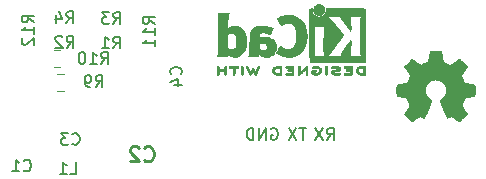
<source format=gbo>
%TF.GenerationSoftware,KiCad,Pcbnew,(5.99.0-7212-gef75ce9035)*%
%TF.CreationDate,2021-04-24T18:58:59-07:00*%
%TF.ProjectId,nikon_ctrl,6e696b6f-6e5f-4637-9472-6c2e6b696361,rev?*%
%TF.SameCoordinates,Original*%
%TF.FileFunction,Legend,Bot*%
%TF.FilePolarity,Positive*%
%FSLAX46Y46*%
G04 Gerber Fmt 4.6, Leading zero omitted, Abs format (unit mm)*
G04 Created by KiCad (PCBNEW (5.99.0-7212-gef75ce9035)) date 2021-04-24 18:58:59*
%MOMM*%
%LPD*%
G01*
G04 APERTURE LIST*
%ADD10C,0.150000*%
%ADD11C,0.254000*%
%ADD12C,0.010000*%
%ADD13C,0.120000*%
G04 APERTURE END LIST*
D10*
X142458344Y-111440340D02*
X142553582Y-111392720D01*
X142696440Y-111392720D01*
X142839297Y-111440340D01*
X142934535Y-111535578D01*
X142982154Y-111630816D01*
X143029773Y-111821292D01*
X143029773Y-111964149D01*
X142982154Y-112154625D01*
X142934535Y-112249863D01*
X142839297Y-112345101D01*
X142696440Y-112392720D01*
X142601201Y-112392720D01*
X142458344Y-112345101D01*
X142410725Y-112297482D01*
X142410725Y-111964149D01*
X142601201Y-111964149D01*
X141982154Y-112392720D02*
X141982154Y-111392720D01*
X141410725Y-112392720D01*
X141410725Y-111392720D01*
X140934535Y-112392720D02*
X140934535Y-111392720D01*
X140696440Y-111392720D01*
X140553582Y-111440340D01*
X140458344Y-111535578D01*
X140410725Y-111630816D01*
X140363106Y-111821292D01*
X140363106Y-111964149D01*
X140410725Y-112154625D01*
X140458344Y-112249863D01*
X140553582Y-112345101D01*
X140696440Y-112392720D01*
X140934535Y-112392720D01*
X145392044Y-111392720D02*
X144820616Y-111392720D01*
X145106330Y-112392720D02*
X145106330Y-111392720D01*
X144582520Y-111392720D02*
X143915854Y-112392720D01*
X143915854Y-111392720D02*
X144582520Y-112392720D01*
X147166626Y-112392720D02*
X147499960Y-111916530D01*
X147738055Y-112392720D02*
X147738055Y-111392720D01*
X147357102Y-111392720D01*
X147261864Y-111440340D01*
X147214245Y-111487959D01*
X147166626Y-111583197D01*
X147166626Y-111726054D01*
X147214245Y-111821292D01*
X147261864Y-111868911D01*
X147357102Y-111916530D01*
X147738055Y-111916530D01*
X146833293Y-111392720D02*
X146166626Y-112392720D01*
X146166626Y-111392720D02*
X146833293Y-112392720D01*
D11*
%TO.C,C2*%
X131707466Y-114093171D02*
X131767942Y-114153647D01*
X131949371Y-114214123D01*
X132070323Y-114214123D01*
X132251752Y-114153647D01*
X132372704Y-114032695D01*
X132433180Y-113911742D01*
X132493657Y-113669838D01*
X132493657Y-113488409D01*
X132433180Y-113246504D01*
X132372704Y-113125552D01*
X132251752Y-113004600D01*
X132070323Y-112944123D01*
X131949371Y-112944123D01*
X131767942Y-113004600D01*
X131707466Y-113065076D01*
X131223657Y-113065076D02*
X131163180Y-113004600D01*
X131042228Y-112944123D01*
X130739847Y-112944123D01*
X130618895Y-113004600D01*
X130558419Y-113065076D01*
X130497942Y-113186028D01*
X130497942Y-113306980D01*
X130558419Y-113488409D01*
X131284133Y-114214123D01*
X130497942Y-114214123D01*
D10*
%TO.C,L1*%
X125419146Y-115260380D02*
X125895337Y-115260380D01*
X125895337Y-114260380D01*
X124562003Y-115260380D02*
X125133432Y-115260380D01*
X124847718Y-115260380D02*
X124847718Y-114260380D01*
X124942956Y-114403238D01*
X125038194Y-114498476D01*
X125133432Y-114546095D01*
%TO.C,C3*%
X125609646Y-112714042D02*
X125657265Y-112761661D01*
X125800122Y-112809280D01*
X125895360Y-112809280D01*
X126038218Y-112761661D01*
X126133456Y-112666423D01*
X126181075Y-112571185D01*
X126228694Y-112380709D01*
X126228694Y-112237852D01*
X126181075Y-112047376D01*
X126133456Y-111952138D01*
X126038218Y-111856900D01*
X125895360Y-111809280D01*
X125800122Y-111809280D01*
X125657265Y-111856900D01*
X125609646Y-111904519D01*
X125276313Y-111809280D02*
X124657265Y-111809280D01*
X124990599Y-112190233D01*
X124847741Y-112190233D01*
X124752503Y-112237852D01*
X124704884Y-112285471D01*
X124657265Y-112380709D01*
X124657265Y-112618804D01*
X124704884Y-112714042D01*
X124752503Y-112761661D01*
X124847741Y-112809280D01*
X125133456Y-112809280D01*
X125228694Y-112761661D01*
X125276313Y-112714042D01*
%TO.C,R1*%
X129081826Y-104648260D02*
X129415160Y-104172070D01*
X129653255Y-104648260D02*
X129653255Y-103648260D01*
X129272302Y-103648260D01*
X129177064Y-103695880D01*
X129129445Y-103743499D01*
X129081826Y-103838737D01*
X129081826Y-103981594D01*
X129129445Y-104076832D01*
X129177064Y-104124451D01*
X129272302Y-104172070D01*
X129653255Y-104172070D01*
X128129445Y-104648260D02*
X128700874Y-104648260D01*
X128415160Y-104648260D02*
X128415160Y-103648260D01*
X128510398Y-103791118D01*
X128605636Y-103886356D01*
X128700874Y-103933975D01*
%TO.C,C1*%
X121497386Y-114964482D02*
X121545005Y-115012101D01*
X121687862Y-115059720D01*
X121783100Y-115059720D01*
X121925958Y-115012101D01*
X122021196Y-114916863D01*
X122068815Y-114821625D01*
X122116434Y-114631149D01*
X122116434Y-114488292D01*
X122068815Y-114297816D01*
X122021196Y-114202578D01*
X121925958Y-114107340D01*
X121783100Y-114059720D01*
X121687862Y-114059720D01*
X121545005Y-114107340D01*
X121497386Y-114154959D01*
X120545005Y-115059720D02*
X121116434Y-115059720D01*
X120830720Y-115059720D02*
X120830720Y-114059720D01*
X120925958Y-114202578D01*
X121021196Y-114297816D01*
X121116434Y-114345435D01*
%TO.C,R3*%
X129089446Y-102565460D02*
X129422780Y-102089270D01*
X129660875Y-102565460D02*
X129660875Y-101565460D01*
X129279922Y-101565460D01*
X129184684Y-101613080D01*
X129137065Y-101660699D01*
X129089446Y-101755937D01*
X129089446Y-101898794D01*
X129137065Y-101994032D01*
X129184684Y-102041651D01*
X129279922Y-102089270D01*
X129660875Y-102089270D01*
X128756113Y-101565460D02*
X128137065Y-101565460D01*
X128470399Y-101946413D01*
X128327541Y-101946413D01*
X128232303Y-101994032D01*
X128184684Y-102041651D01*
X128137065Y-102136889D01*
X128137065Y-102374984D01*
X128184684Y-102470222D01*
X128232303Y-102517841D01*
X128327541Y-102565460D01*
X128613256Y-102565460D01*
X128708494Y-102517841D01*
X128756113Y-102470222D01*
%TO.C,R2*%
X125132126Y-104582220D02*
X125465460Y-104106030D01*
X125703555Y-104582220D02*
X125703555Y-103582220D01*
X125322602Y-103582220D01*
X125227364Y-103629840D01*
X125179745Y-103677459D01*
X125132126Y-103772697D01*
X125132126Y-103915554D01*
X125179745Y-104010792D01*
X125227364Y-104058411D01*
X125322602Y-104106030D01*
X125703555Y-104106030D01*
X124751174Y-103677459D02*
X124703555Y-103629840D01*
X124608317Y-103582220D01*
X124370221Y-103582220D01*
X124274983Y-103629840D01*
X124227364Y-103677459D01*
X124179745Y-103772697D01*
X124179745Y-103867935D01*
X124227364Y-104010792D01*
X124798793Y-104582220D01*
X124179745Y-104582220D01*
%TO.C,R4*%
X125114346Y-102504500D02*
X125447680Y-102028310D01*
X125685775Y-102504500D02*
X125685775Y-101504500D01*
X125304822Y-101504500D01*
X125209584Y-101552120D01*
X125161965Y-101599739D01*
X125114346Y-101694977D01*
X125114346Y-101837834D01*
X125161965Y-101933072D01*
X125209584Y-101980691D01*
X125304822Y-102028310D01*
X125685775Y-102028310D01*
X124257203Y-101837834D02*
X124257203Y-102504500D01*
X124495299Y-101456881D02*
X124733394Y-102171167D01*
X124114346Y-102171167D01*
%TO.C,R12*%
X122331740Y-102435422D02*
X121855550Y-102102089D01*
X122331740Y-101863994D02*
X121331740Y-101863994D01*
X121331740Y-102244946D01*
X121379360Y-102340184D01*
X121426979Y-102387803D01*
X121522217Y-102435422D01*
X121665074Y-102435422D01*
X121760312Y-102387803D01*
X121807931Y-102340184D01*
X121855550Y-102244946D01*
X121855550Y-101863994D01*
X122331740Y-103387803D02*
X122331740Y-102816375D01*
X122331740Y-103102089D02*
X121331740Y-103102089D01*
X121474598Y-103006851D01*
X121569836Y-102911613D01*
X121617455Y-102816375D01*
X121426979Y-103768756D02*
X121379360Y-103816375D01*
X121331740Y-103911613D01*
X121331740Y-104149708D01*
X121379360Y-104244946D01*
X121426979Y-104292565D01*
X121522217Y-104340184D01*
X121617455Y-104340184D01*
X121760312Y-104292565D01*
X122331740Y-103721137D01*
X122331740Y-104340184D01*
%TO.C,R9*%
X127595926Y-107909620D02*
X127929260Y-107433430D01*
X128167355Y-107909620D02*
X128167355Y-106909620D01*
X127786402Y-106909620D01*
X127691164Y-106957240D01*
X127643545Y-107004859D01*
X127595926Y-107100097D01*
X127595926Y-107242954D01*
X127643545Y-107338192D01*
X127691164Y-107385811D01*
X127786402Y-107433430D01*
X128167355Y-107433430D01*
X127119736Y-107909620D02*
X126929260Y-107909620D01*
X126834021Y-107862001D01*
X126786402Y-107814382D01*
X126691164Y-107671525D01*
X126643545Y-107481049D01*
X126643545Y-107100097D01*
X126691164Y-107004859D01*
X126738783Y-106957240D01*
X126834021Y-106909620D01*
X127024498Y-106909620D01*
X127119736Y-106957240D01*
X127167355Y-107004859D01*
X127214974Y-107100097D01*
X127214974Y-107338192D01*
X127167355Y-107433430D01*
X127119736Y-107481049D01*
X127024498Y-107528668D01*
X126834021Y-107528668D01*
X126738783Y-107481049D01*
X126691164Y-107433430D01*
X126643545Y-107338192D01*
%TO.C,R11*%
X132575560Y-102559882D02*
X132099370Y-102226549D01*
X132575560Y-101988454D02*
X131575560Y-101988454D01*
X131575560Y-102369406D01*
X131623180Y-102464644D01*
X131670799Y-102512263D01*
X131766037Y-102559882D01*
X131908894Y-102559882D01*
X132004132Y-102512263D01*
X132051751Y-102464644D01*
X132099370Y-102369406D01*
X132099370Y-101988454D01*
X132575560Y-103512263D02*
X132575560Y-102940835D01*
X132575560Y-103226549D02*
X131575560Y-103226549D01*
X131718418Y-103131311D01*
X131813656Y-103036073D01*
X131861275Y-102940835D01*
X132575560Y-104464644D02*
X132575560Y-103893216D01*
X132575560Y-104178930D02*
X131575560Y-104178930D01*
X131718418Y-104083692D01*
X131813656Y-103988454D01*
X131861275Y-103893216D01*
%TO.C,R10*%
X128051797Y-105956360D02*
X128385130Y-105480170D01*
X128623225Y-105956360D02*
X128623225Y-104956360D01*
X128242273Y-104956360D01*
X128147035Y-105003980D01*
X128099416Y-105051599D01*
X128051797Y-105146837D01*
X128051797Y-105289694D01*
X128099416Y-105384932D01*
X128147035Y-105432551D01*
X128242273Y-105480170D01*
X128623225Y-105480170D01*
X127099416Y-105956360D02*
X127670844Y-105956360D01*
X127385130Y-105956360D02*
X127385130Y-104956360D01*
X127480368Y-105099218D01*
X127575606Y-105194456D01*
X127670844Y-105242075D01*
X126480368Y-104956360D02*
X126385130Y-104956360D01*
X126289892Y-105003980D01*
X126242273Y-105051599D01*
X126194654Y-105146837D01*
X126147035Y-105337313D01*
X126147035Y-105575408D01*
X126194654Y-105765884D01*
X126242273Y-105861122D01*
X126289892Y-105908741D01*
X126385130Y-105956360D01*
X126480368Y-105956360D01*
X126575606Y-105908741D01*
X126623225Y-105861122D01*
X126670844Y-105765884D01*
X126718463Y-105575408D01*
X126718463Y-105337313D01*
X126670844Y-105146837D01*
X126623225Y-105051599D01*
X126575606Y-105003980D01*
X126480368Y-104956360D01*
%TO.C,C4*%
X134796802Y-106843533D02*
X134844421Y-106795914D01*
X134892040Y-106653057D01*
X134892040Y-106557819D01*
X134844421Y-106414961D01*
X134749183Y-106319723D01*
X134653945Y-106272104D01*
X134463469Y-106224485D01*
X134320612Y-106224485D01*
X134130136Y-106272104D01*
X134034898Y-106319723D01*
X133939660Y-106414961D01*
X133892040Y-106557819D01*
X133892040Y-106653057D01*
X133939660Y-106795914D01*
X133987279Y-106843533D01*
X134225374Y-107700676D02*
X134892040Y-107700676D01*
X133844421Y-107462580D02*
X134558707Y-107224485D01*
X134558707Y-107843533D01*
D12*
%TO.C,REF\u002A\u002A*%
X137903477Y-106137673D02*
X137872098Y-106159916D01*
X137872098Y-106159916D02*
X137844389Y-106187625D01*
X137844389Y-106187625D02*
X137844389Y-106497060D01*
X137844389Y-106497060D02*
X137844462Y-106588939D01*
X137844462Y-106588939D02*
X137844805Y-106660980D01*
X137844805Y-106660980D02*
X137845608Y-106715920D01*
X137845608Y-106715920D02*
X137847059Y-106756500D01*
X137847059Y-106756500D02*
X137849348Y-106785457D01*
X137849348Y-106785457D02*
X137852664Y-106805531D01*
X137852664Y-106805531D02*
X137857195Y-106819461D01*
X137857195Y-106819461D02*
X137863131Y-106829985D01*
X137863131Y-106829985D02*
X137867786Y-106836240D01*
X137867786Y-106836240D02*
X137898517Y-106860813D01*
X137898517Y-106860813D02*
X137933804Y-106863481D01*
X137933804Y-106863481D02*
X137966055Y-106848411D01*
X137966055Y-106848411D02*
X137976712Y-106839514D01*
X137976712Y-106839514D02*
X137983836Y-106827697D01*
X137983836Y-106827697D02*
X137988133Y-106808666D01*
X137988133Y-106808666D02*
X137990309Y-106778132D01*
X137990309Y-106778132D02*
X137991072Y-106731802D01*
X137991072Y-106731802D02*
X137991145Y-106696011D01*
X137991145Y-106696011D02*
X137991145Y-106561185D01*
X137991145Y-106561185D02*
X138487856Y-106561185D01*
X138487856Y-106561185D02*
X138487856Y-106683840D01*
X138487856Y-106683840D02*
X138488369Y-106739927D01*
X138488369Y-106739927D02*
X138490424Y-106778473D01*
X138490424Y-106778473D02*
X138494792Y-106804501D01*
X138494792Y-106804501D02*
X138502244Y-106823037D01*
X138502244Y-106823037D02*
X138511253Y-106836240D01*
X138511253Y-106836240D02*
X138542156Y-106860744D01*
X138542156Y-106860744D02*
X138577104Y-106863646D01*
X138577104Y-106863646D02*
X138610562Y-106846229D01*
X138610562Y-106846229D02*
X138619696Y-106837099D01*
X138619696Y-106837099D02*
X138626148Y-106824995D01*
X138626148Y-106824995D02*
X138630403Y-106806141D01*
X138630403Y-106806141D02*
X138632948Y-106776760D01*
X138632948Y-106776760D02*
X138634271Y-106733077D01*
X138634271Y-106733077D02*
X138634857Y-106671315D01*
X138634857Y-106671315D02*
X138634925Y-106657140D01*
X138634925Y-106657140D02*
X138635409Y-106540771D01*
X138635409Y-106540771D02*
X138635659Y-106444867D01*
X138635659Y-106444867D02*
X138635577Y-106367317D01*
X138635577Y-106367317D02*
X138635069Y-106306009D01*
X138635069Y-106306009D02*
X138634038Y-106258830D01*
X138634038Y-106258830D02*
X138632387Y-106223670D01*
X138632387Y-106223670D02*
X138630021Y-106198416D01*
X138630021Y-106198416D02*
X138626843Y-106180957D01*
X138626843Y-106180957D02*
X138622756Y-106169181D01*
X138622756Y-106169181D02*
X138617666Y-106160975D01*
X138617666Y-106160975D02*
X138612034Y-106154785D01*
X138612034Y-106154785D02*
X138580172Y-106134984D01*
X138580172Y-106134984D02*
X138546943Y-106137673D01*
X138546943Y-106137673D02*
X138515565Y-106159916D01*
X138515565Y-106159916D02*
X138502867Y-106174266D01*
X138502867Y-106174266D02*
X138494774Y-106190118D01*
X138494774Y-106190118D02*
X138490258Y-106212694D01*
X138490258Y-106212694D02*
X138488294Y-106247218D01*
X138488294Y-106247218D02*
X138487856Y-106298916D01*
X138487856Y-106298916D02*
X138487856Y-106414429D01*
X138487856Y-106414429D02*
X137991145Y-106414429D01*
X137991145Y-106414429D02*
X137991145Y-106295896D01*
X137991145Y-106295896D02*
X137990638Y-106241288D01*
X137990638Y-106241288D02*
X137988602Y-106204415D01*
X137988602Y-106204415D02*
X137984265Y-106180447D01*
X137984265Y-106180447D02*
X137976853Y-106164555D01*
X137976853Y-106164555D02*
X137968567Y-106154785D01*
X137968567Y-106154785D02*
X137936706Y-106134984D01*
X137936706Y-106134984D02*
X137903477Y-106137673D01*
X137903477Y-106137673D02*
X137903477Y-106137673D01*
G36*
X138612034Y-106154785D02*
G01*
X138617666Y-106160975D01*
X138622756Y-106169181D01*
X138626843Y-106180957D01*
X138630021Y-106198416D01*
X138632387Y-106223670D01*
X138634038Y-106258830D01*
X138635069Y-106306009D01*
X138635577Y-106367317D01*
X138635659Y-106444867D01*
X138635409Y-106540771D01*
X138634925Y-106657140D01*
X138634857Y-106671315D01*
X138634271Y-106733077D01*
X138632948Y-106776760D01*
X138630403Y-106806141D01*
X138626148Y-106824995D01*
X138619696Y-106837099D01*
X138610562Y-106846229D01*
X138577104Y-106863646D01*
X138542156Y-106860744D01*
X138511253Y-106836240D01*
X138502244Y-106823037D01*
X138494792Y-106804501D01*
X138490424Y-106778473D01*
X138488369Y-106739927D01*
X138487856Y-106683840D01*
X138487856Y-106561185D01*
X137991145Y-106561185D01*
X137991145Y-106696011D01*
X137991072Y-106731802D01*
X137990309Y-106778132D01*
X137988133Y-106808666D01*
X137983836Y-106827697D01*
X137976712Y-106839514D01*
X137966055Y-106848411D01*
X137933804Y-106863481D01*
X137898517Y-106860813D01*
X137867786Y-106836240D01*
X137863131Y-106829985D01*
X137857195Y-106819461D01*
X137852664Y-106805531D01*
X137849348Y-106785457D01*
X137847059Y-106756500D01*
X137845608Y-106715920D01*
X137844805Y-106660980D01*
X137844462Y-106588939D01*
X137844389Y-106497060D01*
X137844389Y-106187625D01*
X137872098Y-106159916D01*
X137903477Y-106137673D01*
X137936706Y-106134984D01*
X137968567Y-106154785D01*
X137976853Y-106164555D01*
X137984265Y-106180447D01*
X137988602Y-106204415D01*
X137990638Y-106241288D01*
X137991145Y-106295896D01*
X137991145Y-106414429D01*
X138487856Y-106414429D01*
X138487856Y-106298916D01*
X138488294Y-106247218D01*
X138490258Y-106212694D01*
X138494774Y-106190118D01*
X138502867Y-106174266D01*
X138515565Y-106159916D01*
X138546943Y-106137673D01*
X138580172Y-106134984D01*
X138612034Y-106154785D01*
G37*
X138612034Y-106154785D02*
X138617666Y-106160975D01*
X138622756Y-106169181D01*
X138626843Y-106180957D01*
X138630021Y-106198416D01*
X138632387Y-106223670D01*
X138634038Y-106258830D01*
X138635069Y-106306009D01*
X138635577Y-106367317D01*
X138635659Y-106444867D01*
X138635409Y-106540771D01*
X138634925Y-106657140D01*
X138634857Y-106671315D01*
X138634271Y-106733077D01*
X138632948Y-106776760D01*
X138630403Y-106806141D01*
X138626148Y-106824995D01*
X138619696Y-106837099D01*
X138610562Y-106846229D01*
X138577104Y-106863646D01*
X138542156Y-106860744D01*
X138511253Y-106836240D01*
X138502244Y-106823037D01*
X138494792Y-106804501D01*
X138490424Y-106778473D01*
X138488369Y-106739927D01*
X138487856Y-106683840D01*
X138487856Y-106561185D01*
X137991145Y-106561185D01*
X137991145Y-106696011D01*
X137991072Y-106731802D01*
X137990309Y-106778132D01*
X137988133Y-106808666D01*
X137983836Y-106827697D01*
X137976712Y-106839514D01*
X137966055Y-106848411D01*
X137933804Y-106863481D01*
X137898517Y-106860813D01*
X137867786Y-106836240D01*
X137863131Y-106829985D01*
X137857195Y-106819461D01*
X137852664Y-106805531D01*
X137849348Y-106785457D01*
X137847059Y-106756500D01*
X137845608Y-106715920D01*
X137844805Y-106660980D01*
X137844462Y-106588939D01*
X137844389Y-106497060D01*
X137844389Y-106187625D01*
X137872098Y-106159916D01*
X137903477Y-106137673D01*
X137936706Y-106134984D01*
X137968567Y-106154785D01*
X137976853Y-106164555D01*
X137984265Y-106180447D01*
X137988602Y-106204415D01*
X137990638Y-106241288D01*
X137991145Y-106295896D01*
X137991145Y-106414429D01*
X138487856Y-106414429D01*
X138487856Y-106298916D01*
X138488294Y-106247218D01*
X138490258Y-106212694D01*
X138494774Y-106190118D01*
X138502867Y-106174266D01*
X138515565Y-106159916D01*
X138546943Y-106137673D01*
X138580172Y-106134984D01*
X138612034Y-106154785D01*
X139169235Y-106132303D02*
X139090528Y-106132682D01*
X139090528Y-106132682D02*
X139029437Y-106133473D01*
X139029437Y-106133473D02*
X138983483Y-106134810D01*
X138983483Y-106134810D02*
X138950186Y-106136823D01*
X138950186Y-106136823D02*
X138927064Y-106139646D01*
X138927064Y-106139646D02*
X138911638Y-106143409D01*
X138911638Y-106143409D02*
X138901429Y-106148245D01*
X138901429Y-106148245D02*
X138896487Y-106151962D01*
X138896487Y-106151962D02*
X138870843Y-106184498D01*
X138870843Y-106184498D02*
X138867741Y-106218278D01*
X138867741Y-106218278D02*
X138883589Y-106248966D01*
X138883589Y-106248966D02*
X138893952Y-106261229D01*
X138893952Y-106261229D02*
X138905104Y-106269590D01*
X138905104Y-106269590D02*
X138921265Y-106274797D01*
X138921265Y-106274797D02*
X138946658Y-106277597D01*
X138946658Y-106277597D02*
X138985502Y-106278736D01*
X138985502Y-106278736D02*
X139042020Y-106278961D01*
X139042020Y-106278961D02*
X139053120Y-106278962D01*
X139053120Y-106278962D02*
X139199056Y-106278962D01*
X139199056Y-106278962D02*
X139199056Y-106549896D01*
X139199056Y-106549896D02*
X139199152Y-106635294D01*
X139199152Y-106635294D02*
X139199589Y-106701004D01*
X139199589Y-106701004D02*
X139200588Y-106749914D01*
X139200588Y-106749914D02*
X139202372Y-106784913D01*
X139202372Y-106784913D02*
X139205163Y-106808889D01*
X139205163Y-106808889D02*
X139209183Y-106824733D01*
X139209183Y-106824733D02*
X139214655Y-106835331D01*
X139214655Y-106835331D02*
X139221634Y-106843407D01*
X139221634Y-106843407D02*
X139254566Y-106863252D01*
X139254566Y-106863252D02*
X139288946Y-106861688D01*
X139288946Y-106861688D02*
X139320124Y-106839046D01*
X139320124Y-106839046D02*
X139322414Y-106836240D01*
X139322414Y-106836240D02*
X139329871Y-106825632D01*
X139329871Y-106825632D02*
X139335553Y-106813221D01*
X139335553Y-106813221D02*
X139339699Y-106795990D01*
X139339699Y-106795990D02*
X139342550Y-106770924D01*
X139342550Y-106770924D02*
X139344346Y-106735007D01*
X139344346Y-106735007D02*
X139345328Y-106685223D01*
X139345328Y-106685223D02*
X139345736Y-106618557D01*
X139345736Y-106618557D02*
X139345811Y-106542729D01*
X139345811Y-106542729D02*
X139345811Y-106278962D01*
X139345811Y-106278962D02*
X139485173Y-106278962D01*
X139485173Y-106278962D02*
X139544978Y-106278558D01*
X139544978Y-106278558D02*
X139586382Y-106276980D01*
X139586382Y-106276980D02*
X139613552Y-106273687D01*
X139613552Y-106273687D02*
X139630654Y-106268132D01*
X139630654Y-106268132D02*
X139641857Y-106259771D01*
X139641857Y-106259771D02*
X139643217Y-106258318D01*
X139643217Y-106258318D02*
X139659575Y-106225079D01*
X139659575Y-106225079D02*
X139658128Y-106187502D01*
X139658128Y-106187502D02*
X139639322Y-106154785D01*
X139639322Y-106154785D02*
X139632050Y-106148438D01*
X139632050Y-106148438D02*
X139622673Y-106143406D01*
X139622673Y-106143406D02*
X139608691Y-106139536D01*
X139608691Y-106139536D02*
X139587604Y-106136677D01*
X139587604Y-106136677D02*
X139556911Y-106134675D01*
X139556911Y-106134675D02*
X139514111Y-106133379D01*
X139514111Y-106133379D02*
X139456705Y-106132638D01*
X139456705Y-106132638D02*
X139382190Y-106132298D01*
X139382190Y-106132298D02*
X139288067Y-106132208D01*
X139288067Y-106132208D02*
X139268040Y-106132207D01*
X139268040Y-106132207D02*
X139169235Y-106132303D01*
X139169235Y-106132303D02*
X139169235Y-106132303D01*
G36*
X139288067Y-106132208D02*
G01*
X139382190Y-106132298D01*
X139456705Y-106132638D01*
X139514111Y-106133379D01*
X139556911Y-106134675D01*
X139587604Y-106136677D01*
X139608691Y-106139536D01*
X139622673Y-106143406D01*
X139632050Y-106148438D01*
X139639322Y-106154785D01*
X139658128Y-106187502D01*
X139659575Y-106225079D01*
X139643217Y-106258318D01*
X139641857Y-106259771D01*
X139630654Y-106268132D01*
X139613552Y-106273687D01*
X139586382Y-106276980D01*
X139544978Y-106278558D01*
X139485173Y-106278962D01*
X139345811Y-106278962D01*
X139345811Y-106542729D01*
X139345736Y-106618557D01*
X139345328Y-106685223D01*
X139344346Y-106735007D01*
X139342550Y-106770924D01*
X139339699Y-106795990D01*
X139335553Y-106813221D01*
X139329871Y-106825632D01*
X139322414Y-106836240D01*
X139320124Y-106839046D01*
X139288946Y-106861688D01*
X139254566Y-106863252D01*
X139221634Y-106843407D01*
X139214655Y-106835331D01*
X139209183Y-106824733D01*
X139205163Y-106808889D01*
X139202372Y-106784913D01*
X139200588Y-106749914D01*
X139199589Y-106701004D01*
X139199152Y-106635294D01*
X139199056Y-106549896D01*
X139199056Y-106278962D01*
X139053120Y-106278962D01*
X139042020Y-106278961D01*
X138985502Y-106278736D01*
X138946658Y-106277597D01*
X138921265Y-106274797D01*
X138905104Y-106269590D01*
X138893952Y-106261229D01*
X138883589Y-106248966D01*
X138867741Y-106218278D01*
X138870843Y-106184498D01*
X138896487Y-106151962D01*
X138901429Y-106148245D01*
X138911638Y-106143409D01*
X138927064Y-106139646D01*
X138950186Y-106136823D01*
X138983483Y-106134810D01*
X139029437Y-106133473D01*
X139090528Y-106132682D01*
X139169235Y-106132303D01*
X139268040Y-106132207D01*
X139288067Y-106132208D01*
G37*
X139288067Y-106132208D02*
X139382190Y-106132298D01*
X139456705Y-106132638D01*
X139514111Y-106133379D01*
X139556911Y-106134675D01*
X139587604Y-106136677D01*
X139608691Y-106139536D01*
X139622673Y-106143406D01*
X139632050Y-106148438D01*
X139639322Y-106154785D01*
X139658128Y-106187502D01*
X139659575Y-106225079D01*
X139643217Y-106258318D01*
X139641857Y-106259771D01*
X139630654Y-106268132D01*
X139613552Y-106273687D01*
X139586382Y-106276980D01*
X139544978Y-106278558D01*
X139485173Y-106278962D01*
X139345811Y-106278962D01*
X139345811Y-106542729D01*
X139345736Y-106618557D01*
X139345328Y-106685223D01*
X139344346Y-106735007D01*
X139342550Y-106770924D01*
X139339699Y-106795990D01*
X139335553Y-106813221D01*
X139329871Y-106825632D01*
X139322414Y-106836240D01*
X139320124Y-106839046D01*
X139288946Y-106861688D01*
X139254566Y-106863252D01*
X139221634Y-106843407D01*
X139214655Y-106835331D01*
X139209183Y-106824733D01*
X139205163Y-106808889D01*
X139202372Y-106784913D01*
X139200588Y-106749914D01*
X139199589Y-106701004D01*
X139199152Y-106635294D01*
X139199056Y-106549896D01*
X139199056Y-106278962D01*
X139053120Y-106278962D01*
X139042020Y-106278961D01*
X138985502Y-106278736D01*
X138946658Y-106277597D01*
X138921265Y-106274797D01*
X138905104Y-106269590D01*
X138893952Y-106261229D01*
X138883589Y-106248966D01*
X138867741Y-106218278D01*
X138870843Y-106184498D01*
X138896487Y-106151962D01*
X138901429Y-106148245D01*
X138911638Y-106143409D01*
X138927064Y-106139646D01*
X138950186Y-106136823D01*
X138983483Y-106134810D01*
X139029437Y-106133473D01*
X139090528Y-106132682D01*
X139169235Y-106132303D01*
X139268040Y-106132207D01*
X139288067Y-106132208D01*
X139943686Y-106139017D02*
X139919973Y-106153787D01*
X139919973Y-106153787D02*
X139893322Y-106175367D01*
X139893322Y-106175367D02*
X139893322Y-106496913D01*
X139893322Y-106496913D02*
X139893407Y-106590970D01*
X139893407Y-106590970D02*
X139893771Y-106665072D01*
X139893771Y-106665072D02*
X139894576Y-106721844D01*
X139894576Y-106721844D02*
X139895987Y-106763908D01*
X139895987Y-106763908D02*
X139898167Y-106793888D01*
X139898167Y-106793888D02*
X139901279Y-106814407D01*
X139901279Y-106814407D02*
X139905486Y-106828089D01*
X139905486Y-106828089D02*
X139910952Y-106837556D01*
X139910952Y-106837556D02*
X139914828Y-106842222D01*
X139914828Y-106842222D02*
X139946266Y-106862715D01*
X139946266Y-106862715D02*
X139982067Y-106861879D01*
X139982067Y-106861879D02*
X140013427Y-106844404D01*
X140013427Y-106844404D02*
X140040078Y-106822824D01*
X140040078Y-106822824D02*
X140040078Y-106175367D01*
X140040078Y-106175367D02*
X140013427Y-106153787D01*
X140013427Y-106153787D02*
X139987706Y-106138089D01*
X139987706Y-106138089D02*
X139966700Y-106132207D01*
X139966700Y-106132207D02*
X139943686Y-106139017D01*
X139943686Y-106139017D02*
X139943686Y-106139017D01*
G36*
X139987706Y-106138089D02*
G01*
X140013427Y-106153787D01*
X140040078Y-106175367D01*
X140040078Y-106822824D01*
X140013427Y-106844404D01*
X139982067Y-106861879D01*
X139946266Y-106862715D01*
X139914828Y-106842222D01*
X139910952Y-106837556D01*
X139905486Y-106828089D01*
X139901279Y-106814407D01*
X139898167Y-106793888D01*
X139895987Y-106763908D01*
X139894576Y-106721844D01*
X139893771Y-106665072D01*
X139893407Y-106590970D01*
X139893322Y-106496913D01*
X139893322Y-106175367D01*
X139919973Y-106153787D01*
X139943686Y-106139017D01*
X139966700Y-106132207D01*
X139987706Y-106138089D01*
G37*
X139987706Y-106138089D02*
X140013427Y-106153787D01*
X140040078Y-106175367D01*
X140040078Y-106822824D01*
X140013427Y-106844404D01*
X139982067Y-106861879D01*
X139946266Y-106862715D01*
X139914828Y-106842222D01*
X139910952Y-106837556D01*
X139905486Y-106828089D01*
X139901279Y-106814407D01*
X139898167Y-106793888D01*
X139895987Y-106763908D01*
X139894576Y-106721844D01*
X139893771Y-106665072D01*
X139893407Y-106590970D01*
X139893322Y-106496913D01*
X139893322Y-106175367D01*
X139919973Y-106153787D01*
X139943686Y-106139017D01*
X139966700Y-106132207D01*
X139987706Y-106138089D01*
X140387635Y-106134174D02*
X140368045Y-106141175D01*
X140368045Y-106141175D02*
X140367290Y-106141517D01*
X140367290Y-106141517D02*
X140340687Y-106161818D01*
X140340687Y-106161818D02*
X140326030Y-106182701D01*
X140326030Y-106182701D02*
X140323162Y-106192492D01*
X140323162Y-106192492D02*
X140323304Y-106205501D01*
X140323304Y-106205501D02*
X140327339Y-106224035D01*
X140327339Y-106224035D02*
X140336154Y-106250397D01*
X140336154Y-106250397D02*
X140350631Y-106286892D01*
X140350631Y-106286892D02*
X140371655Y-106335827D01*
X140371655Y-106335827D02*
X140400112Y-106399505D01*
X140400112Y-106399505D02*
X140436885Y-106480233D01*
X140436885Y-106480233D02*
X140457125Y-106524356D01*
X140457125Y-106524356D02*
X140493675Y-106603125D01*
X140493675Y-106603125D02*
X140527985Y-106675563D01*
X140527985Y-106675563D02*
X140558748Y-106739020D01*
X140558748Y-106739020D02*
X140584652Y-106790848D01*
X140584652Y-106790848D02*
X140604390Y-106828399D01*
X140604390Y-106828399D02*
X140616650Y-106849024D01*
X140616650Y-106849024D02*
X140619076Y-106851873D01*
X140619076Y-106851873D02*
X140650117Y-106864442D01*
X140650117Y-106864442D02*
X140685179Y-106862759D01*
X140685179Y-106862759D02*
X140713300Y-106847472D01*
X140713300Y-106847472D02*
X140714446Y-106846229D01*
X140714446Y-106846229D02*
X140725632Y-106829294D01*
X140725632Y-106829294D02*
X140744396Y-106796310D01*
X140744396Y-106796310D02*
X140768425Y-106751520D01*
X140768425Y-106751520D02*
X140795403Y-106699172D01*
X140795403Y-106699172D02*
X140805099Y-106679882D01*
X140805099Y-106679882D02*
X140878286Y-106533290D01*
X140878286Y-106533290D02*
X140958060Y-106692533D01*
X140958060Y-106692533D02*
X140986533Y-106747555D01*
X140986533Y-106747555D02*
X141012950Y-106795272D01*
X141012950Y-106795272D02*
X141035152Y-106832033D01*
X141035152Y-106832033D02*
X141050981Y-106854184D01*
X141050981Y-106854184D02*
X141056346Y-106858881D01*
X141056346Y-106858881D02*
X141098043Y-106865242D01*
X141098043Y-106865242D02*
X141132451Y-106851873D01*
X141132451Y-106851873D02*
X141142572Y-106837586D01*
X141142572Y-106837586D02*
X141160086Y-106805832D01*
X141160086Y-106805832D02*
X141183565Y-106759737D01*
X141183565Y-106759737D02*
X141211580Y-106702425D01*
X141211580Y-106702425D02*
X141242701Y-106637020D01*
X141242701Y-106637020D02*
X141275501Y-106566647D01*
X141275501Y-106566647D02*
X141308550Y-106494431D01*
X141308550Y-106494431D02*
X141340419Y-106423495D01*
X141340419Y-106423495D02*
X141369681Y-106356965D01*
X141369681Y-106356965D02*
X141394905Y-106297966D01*
X141394905Y-106297966D02*
X141414664Y-106249621D01*
X141414664Y-106249621D02*
X141427528Y-106215055D01*
X141427528Y-106215055D02*
X141432069Y-106197393D01*
X141432069Y-106197393D02*
X141432023Y-106196753D01*
X141432023Y-106196753D02*
X141420974Y-106174528D01*
X141420974Y-106174528D02*
X141398890Y-106151893D01*
X141398890Y-106151893D02*
X141397590Y-106150908D01*
X141397590Y-106150908D02*
X141370447Y-106135565D01*
X141370447Y-106135565D02*
X141345342Y-106135714D01*
X141345342Y-106135714D02*
X141335932Y-106138606D01*
X141335932Y-106138606D02*
X141324466Y-106144858D01*
X141324466Y-106144858D02*
X141312290Y-106157154D01*
X141312290Y-106157154D02*
X141297943Y-106178048D01*
X141297943Y-106178048D02*
X141279964Y-106210089D01*
X141279964Y-106210089D02*
X141256893Y-106255828D01*
X141256893Y-106255828D02*
X141227270Y-106317817D01*
X141227270Y-106317817D02*
X141200555Y-106375038D01*
X141200555Y-106375038D02*
X141169820Y-106441366D01*
X141169820Y-106441366D02*
X141142279Y-106501014D01*
X141142279Y-106501014D02*
X141119362Y-106550865D01*
X141119362Y-106550865D02*
X141102502Y-106587804D01*
X141102502Y-106587804D02*
X141093127Y-106608713D01*
X141093127Y-106608713D02*
X141091760Y-106611985D01*
X141091760Y-106611985D02*
X141085611Y-106606637D01*
X141085611Y-106606637D02*
X141071478Y-106584249D01*
X141071478Y-106584249D02*
X141051243Y-106548086D01*
X141051243Y-106548086D02*
X141026785Y-106501417D01*
X141026785Y-106501417D02*
X141017052Y-106482162D01*
X141017052Y-106482162D02*
X140984083Y-106417144D01*
X140984083Y-106417144D02*
X140958657Y-106369794D01*
X140958657Y-106369794D02*
X140938688Y-106337359D01*
X140938688Y-106337359D02*
X140922090Y-106317086D01*
X140922090Y-106317086D02*
X140906776Y-106306222D01*
X140906776Y-106306222D02*
X140890660Y-106302015D01*
X140890660Y-106302015D02*
X140880157Y-106301540D01*
X140880157Y-106301540D02*
X140861630Y-106303182D01*
X140861630Y-106303182D02*
X140845396Y-106309971D01*
X140845396Y-106309971D02*
X140829265Y-106324706D01*
X140829265Y-106324706D02*
X140811049Y-106350184D01*
X140811049Y-106350184D02*
X140788561Y-106389201D01*
X140788561Y-106389201D02*
X140759611Y-106444554D01*
X140759611Y-106444554D02*
X140743638Y-106476043D01*
X140743638Y-106476043D02*
X140717730Y-106526227D01*
X140717730Y-106526227D02*
X140695133Y-106567844D01*
X140695133Y-106567844D02*
X140677842Y-106597382D01*
X140677842Y-106597382D02*
X140667850Y-106611329D01*
X140667850Y-106611329D02*
X140666491Y-106611910D01*
X140666491Y-106611910D02*
X140660039Y-106600933D01*
X140660039Y-106600933D02*
X140645592Y-106572430D01*
X140645592Y-106572430D02*
X140624597Y-106529384D01*
X140624597Y-106529384D02*
X140598503Y-106474778D01*
X140598503Y-106474778D02*
X140568754Y-106411594D01*
X140568754Y-106411594D02*
X140554120Y-106380211D01*
X140554120Y-106380211D02*
X140516050Y-106299218D01*
X140516050Y-106299218D02*
X140485395Y-106236896D01*
X140485395Y-106236896D02*
X140460563Y-106191211D01*
X140460563Y-106191211D02*
X140439963Y-106160129D01*
X140439963Y-106160129D02*
X140422002Y-106141618D01*
X140422002Y-106141618D02*
X140405090Y-106133644D01*
X140405090Y-106133644D02*
X140387635Y-106134174D01*
X140387635Y-106134174D02*
X140387635Y-106134174D01*
G36*
X140422002Y-106141618D02*
G01*
X140439963Y-106160129D01*
X140460563Y-106191211D01*
X140485395Y-106236896D01*
X140516050Y-106299218D01*
X140554120Y-106380211D01*
X140568754Y-106411594D01*
X140598503Y-106474778D01*
X140624597Y-106529384D01*
X140645592Y-106572430D01*
X140660039Y-106600933D01*
X140666491Y-106611910D01*
X140667850Y-106611329D01*
X140677842Y-106597382D01*
X140695133Y-106567844D01*
X140717730Y-106526227D01*
X140743638Y-106476043D01*
X140759611Y-106444554D01*
X140788561Y-106389201D01*
X140811049Y-106350184D01*
X140829265Y-106324706D01*
X140845396Y-106309971D01*
X140861630Y-106303182D01*
X140880157Y-106301540D01*
X140890660Y-106302015D01*
X140906776Y-106306222D01*
X140922090Y-106317086D01*
X140938688Y-106337359D01*
X140958657Y-106369794D01*
X140984083Y-106417144D01*
X141017052Y-106482162D01*
X141026785Y-106501417D01*
X141051243Y-106548086D01*
X141071478Y-106584249D01*
X141085611Y-106606637D01*
X141091760Y-106611985D01*
X141093127Y-106608713D01*
X141102502Y-106587804D01*
X141119362Y-106550865D01*
X141142279Y-106501014D01*
X141169820Y-106441366D01*
X141200555Y-106375038D01*
X141227270Y-106317817D01*
X141256893Y-106255828D01*
X141279964Y-106210089D01*
X141297943Y-106178048D01*
X141312290Y-106157154D01*
X141324466Y-106144858D01*
X141335932Y-106138606D01*
X141345342Y-106135714D01*
X141370447Y-106135565D01*
X141397590Y-106150908D01*
X141398890Y-106151893D01*
X141420974Y-106174528D01*
X141432023Y-106196753D01*
X141432069Y-106197393D01*
X141427528Y-106215055D01*
X141414664Y-106249621D01*
X141394905Y-106297966D01*
X141369681Y-106356965D01*
X141340419Y-106423495D01*
X141308550Y-106494431D01*
X141275501Y-106566647D01*
X141242701Y-106637020D01*
X141211580Y-106702425D01*
X141183565Y-106759737D01*
X141160086Y-106805832D01*
X141142572Y-106837586D01*
X141132451Y-106851873D01*
X141098043Y-106865242D01*
X141056346Y-106858881D01*
X141050981Y-106854184D01*
X141035152Y-106832033D01*
X141012950Y-106795272D01*
X140986533Y-106747555D01*
X140958060Y-106692533D01*
X140878286Y-106533290D01*
X140805099Y-106679882D01*
X140795403Y-106699172D01*
X140768425Y-106751520D01*
X140744396Y-106796310D01*
X140725632Y-106829294D01*
X140714446Y-106846229D01*
X140713300Y-106847472D01*
X140685179Y-106862759D01*
X140650117Y-106864442D01*
X140619076Y-106851873D01*
X140616650Y-106849024D01*
X140604390Y-106828399D01*
X140584652Y-106790848D01*
X140558748Y-106739020D01*
X140527985Y-106675563D01*
X140493675Y-106603125D01*
X140457125Y-106524356D01*
X140436885Y-106480233D01*
X140400112Y-106399505D01*
X140371655Y-106335827D01*
X140350631Y-106286892D01*
X140336154Y-106250397D01*
X140327339Y-106224035D01*
X140323304Y-106205501D01*
X140323162Y-106192492D01*
X140326030Y-106182701D01*
X140340687Y-106161818D01*
X140367290Y-106141517D01*
X140368045Y-106141175D01*
X140387635Y-106134174D01*
X140405090Y-106133644D01*
X140422002Y-106141618D01*
G37*
X140422002Y-106141618D02*
X140439963Y-106160129D01*
X140460563Y-106191211D01*
X140485395Y-106236896D01*
X140516050Y-106299218D01*
X140554120Y-106380211D01*
X140568754Y-106411594D01*
X140598503Y-106474778D01*
X140624597Y-106529384D01*
X140645592Y-106572430D01*
X140660039Y-106600933D01*
X140666491Y-106611910D01*
X140667850Y-106611329D01*
X140677842Y-106597382D01*
X140695133Y-106567844D01*
X140717730Y-106526227D01*
X140743638Y-106476043D01*
X140759611Y-106444554D01*
X140788561Y-106389201D01*
X140811049Y-106350184D01*
X140829265Y-106324706D01*
X140845396Y-106309971D01*
X140861630Y-106303182D01*
X140880157Y-106301540D01*
X140890660Y-106302015D01*
X140906776Y-106306222D01*
X140922090Y-106317086D01*
X140938688Y-106337359D01*
X140958657Y-106369794D01*
X140984083Y-106417144D01*
X141017052Y-106482162D01*
X141026785Y-106501417D01*
X141051243Y-106548086D01*
X141071478Y-106584249D01*
X141085611Y-106606637D01*
X141091760Y-106611985D01*
X141093127Y-106608713D01*
X141102502Y-106587804D01*
X141119362Y-106550865D01*
X141142279Y-106501014D01*
X141169820Y-106441366D01*
X141200555Y-106375038D01*
X141227270Y-106317817D01*
X141256893Y-106255828D01*
X141279964Y-106210089D01*
X141297943Y-106178048D01*
X141312290Y-106157154D01*
X141324466Y-106144858D01*
X141335932Y-106138606D01*
X141345342Y-106135714D01*
X141370447Y-106135565D01*
X141397590Y-106150908D01*
X141398890Y-106151893D01*
X141420974Y-106174528D01*
X141432023Y-106196753D01*
X141432069Y-106197393D01*
X141427528Y-106215055D01*
X141414664Y-106249621D01*
X141394905Y-106297966D01*
X141369681Y-106356965D01*
X141340419Y-106423495D01*
X141308550Y-106494431D01*
X141275501Y-106566647D01*
X141242701Y-106637020D01*
X141211580Y-106702425D01*
X141183565Y-106759737D01*
X141160086Y-106805832D01*
X141142572Y-106837586D01*
X141132451Y-106851873D01*
X141098043Y-106865242D01*
X141056346Y-106858881D01*
X141050981Y-106854184D01*
X141035152Y-106832033D01*
X141012950Y-106795272D01*
X140986533Y-106747555D01*
X140958060Y-106692533D01*
X140878286Y-106533290D01*
X140805099Y-106679882D01*
X140795403Y-106699172D01*
X140768425Y-106751520D01*
X140744396Y-106796310D01*
X140725632Y-106829294D01*
X140714446Y-106846229D01*
X140713300Y-106847472D01*
X140685179Y-106862759D01*
X140650117Y-106864442D01*
X140619076Y-106851873D01*
X140616650Y-106849024D01*
X140604390Y-106828399D01*
X140584652Y-106790848D01*
X140558748Y-106739020D01*
X140527985Y-106675563D01*
X140493675Y-106603125D01*
X140457125Y-106524356D01*
X140436885Y-106480233D01*
X140400112Y-106399505D01*
X140371655Y-106335827D01*
X140350631Y-106286892D01*
X140336154Y-106250397D01*
X140327339Y-106224035D01*
X140323304Y-106205501D01*
X140323162Y-106192492D01*
X140326030Y-106182701D01*
X140340687Y-106161818D01*
X140367290Y-106141517D01*
X140368045Y-106141175D01*
X140387635Y-106134174D01*
X140405090Y-106133644D01*
X140422002Y-106141618D01*
X143113991Y-106132415D02*
X142985012Y-106136776D01*
X142985012Y-106136776D02*
X142875309Y-106150001D01*
X142875309Y-106150001D02*
X142783074Y-106172881D01*
X142783074Y-106172881D02*
X142706498Y-106206210D01*
X142706498Y-106206210D02*
X142643773Y-106250778D01*
X142643773Y-106250778D02*
X142593088Y-106307376D01*
X142593088Y-106307376D02*
X142552637Y-106376798D01*
X142552637Y-106376798D02*
X142551841Y-106378491D01*
X142551841Y-106378491D02*
X142527699Y-106440623D01*
X142527699Y-106440623D02*
X142519097Y-106495649D01*
X142519097Y-106495649D02*
X142526069Y-106551027D01*
X142526069Y-106551027D02*
X142548646Y-106614213D01*
X142548646Y-106614213D02*
X142552928Y-106623829D01*
X142552928Y-106623829D02*
X142582128Y-106680106D01*
X142582128Y-106680106D02*
X142614944Y-106723591D01*
X142614944Y-106723591D02*
X142657298Y-106760557D01*
X142657298Y-106760557D02*
X142715110Y-106797275D01*
X142715110Y-106797275D02*
X142718469Y-106799192D01*
X142718469Y-106799192D02*
X142768796Y-106823367D01*
X142768796Y-106823367D02*
X142825679Y-106841422D01*
X142825679Y-106841422D02*
X142892773Y-106853979D01*
X142892773Y-106853979D02*
X142973735Y-106861662D01*
X142973735Y-106861662D02*
X143072218Y-106865093D01*
X143072218Y-106865093D02*
X143107014Y-106865391D01*
X143107014Y-106865391D02*
X143272706Y-106865985D01*
X143272706Y-106865985D02*
X143296103Y-106836240D01*
X143296103Y-106836240D02*
X143303043Y-106826459D01*
X143303043Y-106826459D02*
X143308458Y-106815037D01*
X143308458Y-106815037D02*
X143312535Y-106799235D01*
X143312535Y-106799235D02*
X143315463Y-106776315D01*
X143315463Y-106776315D02*
X143317433Y-106743536D01*
X143317433Y-106743536D02*
X143318075Y-106719229D01*
X143318075Y-106719229D02*
X143161456Y-106719229D01*
X143161456Y-106719229D02*
X143067574Y-106719229D01*
X143067574Y-106719229D02*
X143012636Y-106717623D01*
X143012636Y-106717623D02*
X142956240Y-106713395D01*
X142956240Y-106713395D02*
X142909955Y-106707432D01*
X142909955Y-106707432D02*
X142907161Y-106706930D01*
X142907161Y-106706930D02*
X142824952Y-106684876D01*
X142824952Y-106684876D02*
X142761186Y-106651740D01*
X142761186Y-106651740D02*
X142713848Y-106605987D01*
X142713848Y-106605987D02*
X142680918Y-106546079D01*
X142680918Y-106546079D02*
X142675192Y-106530201D01*
X142675192Y-106530201D02*
X142669579Y-106505473D01*
X142669579Y-106505473D02*
X142672009Y-106481042D01*
X142672009Y-106481042D02*
X142683833Y-106448540D01*
X142683833Y-106448540D02*
X142690960Y-106432574D01*
X142690960Y-106432574D02*
X142714300Y-106390146D01*
X142714300Y-106390146D02*
X142742420Y-106360380D01*
X142742420Y-106360380D02*
X142773360Y-106339651D01*
X142773360Y-106339651D02*
X142835334Y-106312677D01*
X142835334Y-106312677D02*
X142914649Y-106293138D01*
X142914649Y-106293138D02*
X143007047Y-106281886D01*
X143007047Y-106281886D02*
X143073967Y-106279410D01*
X143073967Y-106279410D02*
X143161456Y-106278962D01*
X143161456Y-106278962D02*
X143161456Y-106719229D01*
X143161456Y-106719229D02*
X143318075Y-106719229D01*
X143318075Y-106719229D02*
X143318632Y-106698161D01*
X143318632Y-106698161D02*
X143319250Y-106637451D01*
X143319250Y-106637451D02*
X143319475Y-106558666D01*
X143319475Y-106558666D02*
X143319500Y-106497060D01*
X143319500Y-106497060D02*
X143319500Y-106187625D01*
X143319500Y-106187625D02*
X143291791Y-106159916D01*
X143291791Y-106159916D02*
X143279494Y-106148684D01*
X143279494Y-106148684D02*
X143266197Y-106140993D01*
X143266197Y-106140993D02*
X143247628Y-106136180D01*
X143247628Y-106136180D02*
X143219514Y-106133586D01*
X143219514Y-106133586D02*
X143177583Y-106132550D01*
X143177583Y-106132550D02*
X143117563Y-106132410D01*
X143117563Y-106132410D02*
X143113991Y-106132415D01*
X143113991Y-106132415D02*
X143113991Y-106132415D01*
G36*
X143315463Y-106776315D02*
G01*
X143312535Y-106799235D01*
X143308458Y-106815037D01*
X143303043Y-106826459D01*
X143296103Y-106836240D01*
X143272706Y-106865985D01*
X143107014Y-106865391D01*
X143072218Y-106865093D01*
X142973735Y-106861662D01*
X142892773Y-106853979D01*
X142825679Y-106841422D01*
X142768796Y-106823367D01*
X142718469Y-106799192D01*
X142715110Y-106797275D01*
X142657298Y-106760557D01*
X142614944Y-106723591D01*
X142582128Y-106680106D01*
X142552928Y-106623829D01*
X142548646Y-106614213D01*
X142526069Y-106551027D01*
X142520334Y-106505473D01*
X142669579Y-106505473D01*
X142675192Y-106530201D01*
X142680918Y-106546079D01*
X142713848Y-106605987D01*
X142761186Y-106651740D01*
X142824952Y-106684876D01*
X142907161Y-106706930D01*
X142909955Y-106707432D01*
X142956240Y-106713395D01*
X143012636Y-106717623D01*
X143067574Y-106719229D01*
X143161456Y-106719229D01*
X143161456Y-106278962D01*
X143073967Y-106279410D01*
X143007047Y-106281886D01*
X142914649Y-106293138D01*
X142835334Y-106312677D01*
X142773360Y-106339651D01*
X142742420Y-106360380D01*
X142714300Y-106390146D01*
X142690960Y-106432574D01*
X142683833Y-106448540D01*
X142672009Y-106481042D01*
X142669579Y-106505473D01*
X142520334Y-106505473D01*
X142519097Y-106495649D01*
X142527699Y-106440623D01*
X142551841Y-106378491D01*
X142552637Y-106376798D01*
X142593088Y-106307376D01*
X142643773Y-106250778D01*
X142706498Y-106206210D01*
X142783074Y-106172881D01*
X142875309Y-106150001D01*
X142985012Y-106136776D01*
X143113991Y-106132415D01*
X143117563Y-106132410D01*
X143177583Y-106132550D01*
X143219514Y-106133586D01*
X143247628Y-106136180D01*
X143266197Y-106140993D01*
X143279494Y-106148684D01*
X143291791Y-106159916D01*
X143319500Y-106187625D01*
X143319500Y-106497060D01*
X143319475Y-106558666D01*
X143319250Y-106637451D01*
X143318632Y-106698161D01*
X143318075Y-106719229D01*
X143317433Y-106743536D01*
X143315463Y-106776315D01*
G37*
X143315463Y-106776315D02*
X143312535Y-106799235D01*
X143308458Y-106815037D01*
X143303043Y-106826459D01*
X143296103Y-106836240D01*
X143272706Y-106865985D01*
X143107014Y-106865391D01*
X143072218Y-106865093D01*
X142973735Y-106861662D01*
X142892773Y-106853979D01*
X142825679Y-106841422D01*
X142768796Y-106823367D01*
X142718469Y-106799192D01*
X142715110Y-106797275D01*
X142657298Y-106760557D01*
X142614944Y-106723591D01*
X142582128Y-106680106D01*
X142552928Y-106623829D01*
X142548646Y-106614213D01*
X142526069Y-106551027D01*
X142520334Y-106505473D01*
X142669579Y-106505473D01*
X142675192Y-106530201D01*
X142680918Y-106546079D01*
X142713848Y-106605987D01*
X142761186Y-106651740D01*
X142824952Y-106684876D01*
X142907161Y-106706930D01*
X142909955Y-106707432D01*
X142956240Y-106713395D01*
X143012636Y-106717623D01*
X143067574Y-106719229D01*
X143161456Y-106719229D01*
X143161456Y-106278962D01*
X143073967Y-106279410D01*
X143007047Y-106281886D01*
X142914649Y-106293138D01*
X142835334Y-106312677D01*
X142773360Y-106339651D01*
X142742420Y-106360380D01*
X142714300Y-106390146D01*
X142690960Y-106432574D01*
X142683833Y-106448540D01*
X142672009Y-106481042D01*
X142669579Y-106505473D01*
X142520334Y-106505473D01*
X142519097Y-106495649D01*
X142527699Y-106440623D01*
X142551841Y-106378491D01*
X142552637Y-106376798D01*
X142593088Y-106307376D01*
X142643773Y-106250778D01*
X142706498Y-106206210D01*
X142783074Y-106172881D01*
X142875309Y-106150001D01*
X142985012Y-106136776D01*
X143113991Y-106132415D01*
X143117563Y-106132410D01*
X143177583Y-106132550D01*
X143219514Y-106133586D01*
X143247628Y-106136180D01*
X143266197Y-106140993D01*
X143279494Y-106148684D01*
X143291791Y-106159916D01*
X143319500Y-106187625D01*
X143319500Y-106497060D01*
X143319475Y-106558666D01*
X143319250Y-106637451D01*
X143318632Y-106698161D01*
X143318075Y-106719229D01*
X143317433Y-106743536D01*
X143315463Y-106776315D01*
X143901957Y-106132400D02*
X143825599Y-106133314D01*
X143825599Y-106133314D02*
X143767083Y-106135451D01*
X143767083Y-106135451D02*
X143724045Y-106139315D01*
X143724045Y-106139315D02*
X143694117Y-106145407D01*
X143694117Y-106145407D02*
X143674932Y-106154230D01*
X143674932Y-106154230D02*
X143664124Y-106166286D01*
X143664124Y-106166286D02*
X143659327Y-106182079D01*
X143659327Y-106182079D02*
X143658173Y-106202110D01*
X143658173Y-106202110D02*
X143658167Y-106204475D01*
X143658167Y-106204475D02*
X143659169Y-106227132D01*
X143659169Y-106227132D02*
X143663904Y-106244643D01*
X143663904Y-106244643D02*
X143674967Y-106257714D01*
X143674967Y-106257714D02*
X143694952Y-106267053D01*
X143694952Y-106267053D02*
X143726454Y-106273367D01*
X143726454Y-106273367D02*
X143772068Y-106277362D01*
X143772068Y-106277362D02*
X143834387Y-106279746D01*
X143834387Y-106279746D02*
X143916007Y-106281226D01*
X143916007Y-106281226D02*
X143941023Y-106281554D01*
X143941023Y-106281554D02*
X144183100Y-106284607D01*
X144183100Y-106284607D02*
X144186486Y-106349518D01*
X144186486Y-106349518D02*
X144189871Y-106414429D01*
X144189871Y-106414429D02*
X144021724Y-106414429D01*
X144021724Y-106414429D02*
X143956034Y-106414671D01*
X143956034Y-106414671D02*
X143909128Y-106415696D01*
X143909128Y-106415696D02*
X143877217Y-106417951D01*
X143877217Y-106417951D02*
X143856509Y-106421882D01*
X143856509Y-106421882D02*
X143843216Y-106427938D01*
X143843216Y-106427938D02*
X143833545Y-106436564D01*
X143833545Y-106436564D02*
X143833483Y-106436633D01*
X143833483Y-106436633D02*
X143815944Y-106470252D01*
X143815944Y-106470252D02*
X143816578Y-106506588D01*
X143816578Y-106506588D02*
X143834986Y-106537563D01*
X143834986Y-106537563D02*
X143838629Y-106540747D01*
X143838629Y-106540747D02*
X143851559Y-106548952D01*
X143851559Y-106548952D02*
X143869276Y-106554661D01*
X143869276Y-106554661D02*
X143895730Y-106558302D01*
X143895730Y-106558302D02*
X143934868Y-106560307D01*
X143934868Y-106560307D02*
X143990638Y-106561104D01*
X143990638Y-106561104D02*
X144026306Y-106561185D01*
X144026306Y-106561185D02*
X144188745Y-106561185D01*
X144188745Y-106561185D02*
X144188745Y-106719229D01*
X144188745Y-106719229D02*
X143942139Y-106719229D01*
X143942139Y-106719229D02*
X143860720Y-106719371D01*
X143860720Y-106719371D02*
X143798890Y-106719954D01*
X143798890Y-106719954D02*
X143753663Y-106721208D01*
X143753663Y-106721208D02*
X143722052Y-106723367D01*
X143722052Y-106723367D02*
X143701069Y-106726663D01*
X143701069Y-106726663D02*
X143687727Y-106731329D01*
X143687727Y-106731329D02*
X143679039Y-106737597D01*
X143679039Y-106737597D02*
X143676850Y-106739873D01*
X143676850Y-106739873D02*
X143660686Y-106771420D01*
X143660686Y-106771420D02*
X143659503Y-106807308D01*
X143659503Y-106807308D02*
X143672764Y-106838425D01*
X143672764Y-106838425D02*
X143683257Y-106848411D01*
X143683257Y-106848411D02*
X143694171Y-106853909D01*
X143694171Y-106853909D02*
X143711083Y-106858162D01*
X143711083Y-106858162D02*
X143736667Y-106861320D01*
X143736667Y-106861320D02*
X143773599Y-106863532D01*
X143773599Y-106863532D02*
X143824554Y-106864946D01*
X143824554Y-106864946D02*
X143892206Y-106865712D01*
X143892206Y-106865712D02*
X143979231Y-106865978D01*
X143979231Y-106865978D02*
X143998906Y-106865985D01*
X143998906Y-106865985D02*
X144087389Y-106865927D01*
X144087389Y-106865927D02*
X144156073Y-106865607D01*
X144156073Y-106865607D02*
X144207736Y-106864807D01*
X144207736Y-106864807D02*
X144245155Y-106863307D01*
X144245155Y-106863307D02*
X144271110Y-106860889D01*
X144271110Y-106860889D02*
X144288378Y-106857334D01*
X144288378Y-106857334D02*
X144299738Y-106852422D01*
X144299738Y-106852422D02*
X144307968Y-106845935D01*
X144307968Y-106845935D02*
X144312483Y-106841278D01*
X144312483Y-106841278D02*
X144319279Y-106833029D01*
X144319279Y-106833029D02*
X144324588Y-106822809D01*
X144324588Y-106822809D02*
X144328594Y-106807940D01*
X144328594Y-106807940D02*
X144331479Y-106785742D01*
X144331479Y-106785742D02*
X144333426Y-106753533D01*
X144333426Y-106753533D02*
X144334619Y-106708636D01*
X144334619Y-106708636D02*
X144335239Y-106648368D01*
X144335239Y-106648368D02*
X144335471Y-106570051D01*
X144335471Y-106570051D02*
X144335500Y-106504134D01*
X144335500Y-106504134D02*
X144335429Y-106411768D01*
X144335429Y-106411768D02*
X144335092Y-106339257D01*
X144335092Y-106339257D02*
X144334302Y-106283877D01*
X144334302Y-106283877D02*
X144332874Y-106242905D01*
X144332874Y-106242905D02*
X144330621Y-106213618D01*
X144330621Y-106213618D02*
X144327357Y-106193293D01*
X144327357Y-106193293D02*
X144322896Y-106179206D01*
X144322896Y-106179206D02*
X144317052Y-106168635D01*
X144317052Y-106168635D02*
X144312103Y-106161951D01*
X144312103Y-106161951D02*
X144288706Y-106132207D01*
X144288706Y-106132207D02*
X143998526Y-106132207D01*
X143998526Y-106132207D02*
X143901957Y-106132400D01*
X143901957Y-106132400D02*
X143901957Y-106132400D01*
G36*
X144312103Y-106161951D02*
G01*
X144317052Y-106168635D01*
X144322896Y-106179206D01*
X144327357Y-106193293D01*
X144330621Y-106213618D01*
X144332874Y-106242905D01*
X144334302Y-106283877D01*
X144335092Y-106339257D01*
X144335429Y-106411768D01*
X144335500Y-106504134D01*
X144335471Y-106570051D01*
X144335239Y-106648368D01*
X144334619Y-106708636D01*
X144333426Y-106753533D01*
X144331479Y-106785742D01*
X144328594Y-106807940D01*
X144324588Y-106822809D01*
X144319279Y-106833029D01*
X144312483Y-106841278D01*
X144307968Y-106845935D01*
X144299738Y-106852422D01*
X144288378Y-106857334D01*
X144271110Y-106860889D01*
X144245155Y-106863307D01*
X144207736Y-106864807D01*
X144156073Y-106865607D01*
X144087389Y-106865927D01*
X143998906Y-106865985D01*
X143979231Y-106865978D01*
X143892206Y-106865712D01*
X143824554Y-106864946D01*
X143773599Y-106863532D01*
X143736667Y-106861320D01*
X143711083Y-106858162D01*
X143694171Y-106853909D01*
X143683257Y-106848411D01*
X143672764Y-106838425D01*
X143659503Y-106807308D01*
X143660686Y-106771420D01*
X143676850Y-106739873D01*
X143679039Y-106737597D01*
X143687727Y-106731329D01*
X143701069Y-106726663D01*
X143722052Y-106723367D01*
X143753663Y-106721208D01*
X143798890Y-106719954D01*
X143860720Y-106719371D01*
X143942139Y-106719229D01*
X144188745Y-106719229D01*
X144188745Y-106561185D01*
X144026306Y-106561185D01*
X143990638Y-106561104D01*
X143934868Y-106560307D01*
X143895730Y-106558302D01*
X143869276Y-106554661D01*
X143851559Y-106548952D01*
X143838629Y-106540747D01*
X143834986Y-106537563D01*
X143816578Y-106506588D01*
X143815944Y-106470252D01*
X143833483Y-106436633D01*
X143833545Y-106436564D01*
X143843216Y-106427938D01*
X143856509Y-106421882D01*
X143877217Y-106417951D01*
X143909128Y-106415696D01*
X143956034Y-106414671D01*
X144021724Y-106414429D01*
X144189871Y-106414429D01*
X144186486Y-106349518D01*
X144183100Y-106284607D01*
X143941023Y-106281554D01*
X143916007Y-106281226D01*
X143834387Y-106279746D01*
X143772068Y-106277362D01*
X143726454Y-106273367D01*
X143694952Y-106267053D01*
X143674967Y-106257714D01*
X143663904Y-106244643D01*
X143659169Y-106227132D01*
X143658167Y-106204475D01*
X143658173Y-106202110D01*
X143659327Y-106182079D01*
X143664124Y-106166286D01*
X143674932Y-106154230D01*
X143694117Y-106145407D01*
X143724045Y-106139315D01*
X143767083Y-106135451D01*
X143825599Y-106133314D01*
X143901957Y-106132400D01*
X143998526Y-106132207D01*
X144288706Y-106132207D01*
X144312103Y-106161951D01*
G37*
X144312103Y-106161951D02*
X144317052Y-106168635D01*
X144322896Y-106179206D01*
X144327357Y-106193293D01*
X144330621Y-106213618D01*
X144332874Y-106242905D01*
X144334302Y-106283877D01*
X144335092Y-106339257D01*
X144335429Y-106411768D01*
X144335500Y-106504134D01*
X144335471Y-106570051D01*
X144335239Y-106648368D01*
X144334619Y-106708636D01*
X144333426Y-106753533D01*
X144331479Y-106785742D01*
X144328594Y-106807940D01*
X144324588Y-106822809D01*
X144319279Y-106833029D01*
X144312483Y-106841278D01*
X144307968Y-106845935D01*
X144299738Y-106852422D01*
X144288378Y-106857334D01*
X144271110Y-106860889D01*
X144245155Y-106863307D01*
X144207736Y-106864807D01*
X144156073Y-106865607D01*
X144087389Y-106865927D01*
X143998906Y-106865985D01*
X143979231Y-106865978D01*
X143892206Y-106865712D01*
X143824554Y-106864946D01*
X143773599Y-106863532D01*
X143736667Y-106861320D01*
X143711083Y-106858162D01*
X143694171Y-106853909D01*
X143683257Y-106848411D01*
X143672764Y-106838425D01*
X143659503Y-106807308D01*
X143660686Y-106771420D01*
X143676850Y-106739873D01*
X143679039Y-106737597D01*
X143687727Y-106731329D01*
X143701069Y-106726663D01*
X143722052Y-106723367D01*
X143753663Y-106721208D01*
X143798890Y-106719954D01*
X143860720Y-106719371D01*
X143942139Y-106719229D01*
X144188745Y-106719229D01*
X144188745Y-106561185D01*
X144026306Y-106561185D01*
X143990638Y-106561104D01*
X143934868Y-106560307D01*
X143895730Y-106558302D01*
X143869276Y-106554661D01*
X143851559Y-106548952D01*
X143838629Y-106540747D01*
X143834986Y-106537563D01*
X143816578Y-106506588D01*
X143815944Y-106470252D01*
X143833483Y-106436633D01*
X143833545Y-106436564D01*
X143843216Y-106427938D01*
X143856509Y-106421882D01*
X143877217Y-106417951D01*
X143909128Y-106415696D01*
X143956034Y-106414671D01*
X144021724Y-106414429D01*
X144189871Y-106414429D01*
X144186486Y-106349518D01*
X144183100Y-106284607D01*
X143941023Y-106281554D01*
X143916007Y-106281226D01*
X143834387Y-106279746D01*
X143772068Y-106277362D01*
X143726454Y-106273367D01*
X143694952Y-106267053D01*
X143674967Y-106257714D01*
X143663904Y-106244643D01*
X143659169Y-106227132D01*
X143658167Y-106204475D01*
X143658173Y-106202110D01*
X143659327Y-106182079D01*
X143664124Y-106166286D01*
X143674932Y-106154230D01*
X143694117Y-106145407D01*
X143724045Y-106139315D01*
X143767083Y-106135451D01*
X143825599Y-106133314D01*
X143901957Y-106132400D01*
X143998526Y-106132207D01*
X144288706Y-106132207D01*
X144312103Y-106161951D01*
X145432414Y-106136588D02*
X145408848Y-106150413D01*
X145408848Y-106150413D02*
X145378035Y-106173021D01*
X145378035Y-106173021D02*
X145338378Y-106205478D01*
X145338378Y-106205478D02*
X145288280Y-106248848D01*
X145288280Y-106248848D02*
X145226143Y-106304198D01*
X145226143Y-106304198D02*
X145150372Y-106372591D01*
X145150372Y-106372591D02*
X145063634Y-106451224D01*
X145063634Y-106451224D02*
X144883011Y-106615018D01*
X144883011Y-106615018D02*
X144877367Y-106395169D01*
X144877367Y-106395169D02*
X144875329Y-106319491D01*
X144875329Y-106319491D02*
X144873363Y-106263134D01*
X144873363Y-106263134D02*
X144871034Y-106222846D01*
X144871034Y-106222846D02*
X144867906Y-106195375D01*
X144867906Y-106195375D02*
X144863545Y-106177469D01*
X144863545Y-106177469D02*
X144857516Y-106165877D01*
X144857516Y-106165877D02*
X144849384Y-106157348D01*
X144849384Y-106157348D02*
X144845072Y-106153763D01*
X144845072Y-106153763D02*
X144810541Y-106134810D01*
X144810541Y-106134810D02*
X144777683Y-106137581D01*
X144777683Y-106137581D02*
X144751618Y-106153773D01*
X144751618Y-106153773D02*
X144724967Y-106175339D01*
X144724967Y-106175339D02*
X144721652Y-106490291D01*
X144721652Y-106490291D02*
X144720735Y-106582919D01*
X144720735Y-106582919D02*
X144720268Y-106655684D01*
X144720268Y-106655684D02*
X144720413Y-106711301D01*
X144720413Y-106711301D02*
X144721332Y-106752482D01*
X144721332Y-106752482D02*
X144723187Y-106781943D01*
X144723187Y-106781943D02*
X144726139Y-106802395D01*
X144726139Y-106802395D02*
X144730350Y-106816553D01*
X144730350Y-106816553D02*
X144735982Y-106827131D01*
X144735982Y-106827131D02*
X144742227Y-106835614D01*
X144742227Y-106835614D02*
X144755739Y-106851347D01*
X144755739Y-106851347D02*
X144769183Y-106861776D01*
X144769183Y-106861776D02*
X144784424Y-106865779D01*
X144784424Y-106865779D02*
X144803326Y-106862234D01*
X144803326Y-106862234D02*
X144827755Y-106850019D01*
X144827755Y-106850019D02*
X144859573Y-106828011D01*
X144859573Y-106828011D02*
X144900648Y-106795089D01*
X144900648Y-106795089D02*
X144952842Y-106750131D01*
X144952842Y-106750131D02*
X145018022Y-106692015D01*
X145018022Y-106692015D02*
X145091856Y-106625239D01*
X145091856Y-106625239D02*
X145357145Y-106384598D01*
X145357145Y-106384598D02*
X145362789Y-106603729D01*
X145362789Y-106603729D02*
X145364831Y-106679268D01*
X145364831Y-106679268D02*
X145366802Y-106735494D01*
X145366802Y-106735494D02*
X145369139Y-106775664D01*
X145369139Y-106775664D02*
X145372281Y-106803036D01*
X145372281Y-106803036D02*
X145376664Y-106820868D01*
X145376664Y-106820868D02*
X145382724Y-106832419D01*
X145382724Y-106832419D02*
X145390900Y-106840947D01*
X145390900Y-106840947D02*
X145395084Y-106844422D01*
X145395084Y-106844422D02*
X145432065Y-106863512D01*
X145432065Y-106863512D02*
X145467008Y-106860633D01*
X145467008Y-106860633D02*
X145497436Y-106836240D01*
X145497436Y-106836240D02*
X145504397Y-106826426D01*
X145504397Y-106826426D02*
X145509823Y-106814966D01*
X145509823Y-106814966D02*
X145513903Y-106799108D01*
X145513903Y-106799108D02*
X145516829Y-106776103D01*
X145516829Y-106776103D02*
X145518792Y-106743202D01*
X145518792Y-106743202D02*
X145519983Y-106697656D01*
X145519983Y-106697656D02*
X145520592Y-106636713D01*
X145520592Y-106636713D02*
X145520811Y-106557626D01*
X145520811Y-106557626D02*
X145520834Y-106499096D01*
X145520834Y-106499096D02*
X145520760Y-106407547D01*
X145520760Y-106407547D02*
X145520413Y-106335827D01*
X145520413Y-106335827D02*
X145519601Y-106281185D01*
X145519601Y-106281185D02*
X145518133Y-106240872D01*
X145518133Y-106240872D02*
X145515819Y-106212138D01*
X145515819Y-106212138D02*
X145512467Y-106192233D01*
X145512467Y-106192233D02*
X145507888Y-106178408D01*
X145507888Y-106178408D02*
X145501889Y-106167912D01*
X145501889Y-106167912D02*
X145497436Y-106161951D01*
X145497436Y-106161951D02*
X145486150Y-106147831D01*
X145486150Y-106147831D02*
X145475601Y-106137169D01*
X145475601Y-106137169D02*
X145464193Y-106131032D01*
X145464193Y-106131032D02*
X145450330Y-106130483D01*
X145450330Y-106130483D02*
X145432414Y-106136588D01*
X145432414Y-106136588D02*
X145432414Y-106136588D01*
G36*
X145464193Y-106131032D02*
G01*
X145475601Y-106137169D01*
X145486150Y-106147831D01*
X145497436Y-106161951D01*
X145501889Y-106167912D01*
X145507888Y-106178408D01*
X145512467Y-106192233D01*
X145515819Y-106212138D01*
X145518133Y-106240872D01*
X145519601Y-106281185D01*
X145520413Y-106335827D01*
X145520760Y-106407547D01*
X145520834Y-106499096D01*
X145520811Y-106557626D01*
X145520592Y-106636713D01*
X145519983Y-106697656D01*
X145518792Y-106743202D01*
X145516829Y-106776103D01*
X145513903Y-106799108D01*
X145509823Y-106814966D01*
X145504397Y-106826426D01*
X145497436Y-106836240D01*
X145467008Y-106860633D01*
X145432065Y-106863512D01*
X145395084Y-106844422D01*
X145390900Y-106840947D01*
X145382724Y-106832419D01*
X145376664Y-106820868D01*
X145372281Y-106803036D01*
X145369139Y-106775664D01*
X145366802Y-106735494D01*
X145364831Y-106679268D01*
X145362789Y-106603729D01*
X145357145Y-106384598D01*
X145091856Y-106625239D01*
X145018022Y-106692015D01*
X144952842Y-106750131D01*
X144900648Y-106795089D01*
X144859573Y-106828011D01*
X144827755Y-106850019D01*
X144803326Y-106862234D01*
X144784424Y-106865779D01*
X144769183Y-106861776D01*
X144755739Y-106851347D01*
X144742227Y-106835614D01*
X144735982Y-106827131D01*
X144730350Y-106816553D01*
X144726139Y-106802395D01*
X144723187Y-106781943D01*
X144721332Y-106752482D01*
X144720413Y-106711301D01*
X144720268Y-106655684D01*
X144720735Y-106582919D01*
X144721652Y-106490291D01*
X144724967Y-106175339D01*
X144751618Y-106153773D01*
X144777683Y-106137581D01*
X144810541Y-106134810D01*
X144845072Y-106153763D01*
X144849384Y-106157348D01*
X144857516Y-106165877D01*
X144863545Y-106177469D01*
X144867906Y-106195375D01*
X144871034Y-106222846D01*
X144873363Y-106263134D01*
X144875329Y-106319491D01*
X144877367Y-106395169D01*
X144883011Y-106615018D01*
X145063634Y-106451224D01*
X145150372Y-106372591D01*
X145226143Y-106304198D01*
X145288280Y-106248848D01*
X145338378Y-106205478D01*
X145378035Y-106173021D01*
X145408848Y-106150413D01*
X145432414Y-106136588D01*
X145450330Y-106130483D01*
X145464193Y-106131032D01*
G37*
X145464193Y-106131032D02*
X145475601Y-106137169D01*
X145486150Y-106147831D01*
X145497436Y-106161951D01*
X145501889Y-106167912D01*
X145507888Y-106178408D01*
X145512467Y-106192233D01*
X145515819Y-106212138D01*
X145518133Y-106240872D01*
X145519601Y-106281185D01*
X145520413Y-106335827D01*
X145520760Y-106407547D01*
X145520834Y-106499096D01*
X145520811Y-106557626D01*
X145520592Y-106636713D01*
X145519983Y-106697656D01*
X145518792Y-106743202D01*
X145516829Y-106776103D01*
X145513903Y-106799108D01*
X145509823Y-106814966D01*
X145504397Y-106826426D01*
X145497436Y-106836240D01*
X145467008Y-106860633D01*
X145432065Y-106863512D01*
X145395084Y-106844422D01*
X145390900Y-106840947D01*
X145382724Y-106832419D01*
X145376664Y-106820868D01*
X145372281Y-106803036D01*
X145369139Y-106775664D01*
X145366802Y-106735494D01*
X145364831Y-106679268D01*
X145362789Y-106603729D01*
X145357145Y-106384598D01*
X145091856Y-106625239D01*
X145018022Y-106692015D01*
X144952842Y-106750131D01*
X144900648Y-106795089D01*
X144859573Y-106828011D01*
X144827755Y-106850019D01*
X144803326Y-106862234D01*
X144784424Y-106865779D01*
X144769183Y-106861776D01*
X144755739Y-106851347D01*
X144742227Y-106835614D01*
X144735982Y-106827131D01*
X144730350Y-106816553D01*
X144726139Y-106802395D01*
X144723187Y-106781943D01*
X144721332Y-106752482D01*
X144720413Y-106711301D01*
X144720268Y-106655684D01*
X144720735Y-106582919D01*
X144721652Y-106490291D01*
X144724967Y-106175339D01*
X144751618Y-106153773D01*
X144777683Y-106137581D01*
X144810541Y-106134810D01*
X144845072Y-106153763D01*
X144849384Y-106157348D01*
X144857516Y-106165877D01*
X144863545Y-106177469D01*
X144867906Y-106195375D01*
X144871034Y-106222846D01*
X144873363Y-106263134D01*
X144875329Y-106319491D01*
X144877367Y-106395169D01*
X144883011Y-106615018D01*
X145063634Y-106451224D01*
X145150372Y-106372591D01*
X145226143Y-106304198D01*
X145288280Y-106248848D01*
X145338378Y-106205478D01*
X145378035Y-106173021D01*
X145408848Y-106150413D01*
X145432414Y-106136588D01*
X145450330Y-106130483D01*
X145464193Y-106131032D01*
X146082381Y-106137739D02*
X146013865Y-106149235D01*
X146013865Y-106149235D02*
X145961243Y-106167107D01*
X145961243Y-106167107D02*
X145927008Y-106190639D01*
X145927008Y-106190639D02*
X145917679Y-106204064D01*
X145917679Y-106204064D02*
X145908193Y-106235288D01*
X145908193Y-106235288D02*
X145914577Y-106263535D01*
X145914577Y-106263535D02*
X145934730Y-106290322D01*
X145934730Y-106290322D02*
X145966045Y-106302853D01*
X145966045Y-106302853D02*
X146011483Y-106301836D01*
X146011483Y-106301836D02*
X146046626Y-106295046D01*
X146046626Y-106295046D02*
X146124719Y-106282111D01*
X146124719Y-106282111D02*
X146204526Y-106280882D01*
X146204526Y-106280882D02*
X146293855Y-106291381D01*
X146293855Y-106291381D02*
X146318529Y-106295830D01*
X146318529Y-106295830D02*
X146401591Y-106319248D01*
X146401591Y-106319248D02*
X146466573Y-106354085D01*
X146466573Y-106354085D02*
X146512761Y-106399744D01*
X146512761Y-106399744D02*
X146539445Y-106455634D01*
X146539445Y-106455634D02*
X146544963Y-106484528D01*
X146544963Y-106484528D02*
X146541351Y-106543152D01*
X146541351Y-106543152D02*
X146518029Y-106595019D01*
X146518029Y-106595019D02*
X146477124Y-106639118D01*
X146477124Y-106639118D02*
X146420759Y-106674439D01*
X146420759Y-106674439D02*
X146351060Y-106699969D01*
X146351060Y-106699969D02*
X146270152Y-106714699D01*
X146270152Y-106714699D02*
X146180160Y-106717618D01*
X146180160Y-106717618D02*
X146083210Y-106707715D01*
X146083210Y-106707715D02*
X146077736Y-106706781D01*
X146077736Y-106706781D02*
X146039175Y-106699599D01*
X146039175Y-106699599D02*
X146017794Y-106692661D01*
X146017794Y-106692661D02*
X146008527Y-106682367D01*
X146008527Y-106682367D02*
X146006306Y-106665116D01*
X146006306Y-106665116D02*
X146006256Y-106655981D01*
X146006256Y-106655981D02*
X146006256Y-106617629D01*
X146006256Y-106617629D02*
X146074731Y-106617629D01*
X146074731Y-106617629D02*
X146135200Y-106613487D01*
X146135200Y-106613487D02*
X146176465Y-106600287D01*
X146176465Y-106600287D02*
X146200475Y-106576870D01*
X146200475Y-106576870D02*
X146209177Y-106542076D01*
X146209177Y-106542076D02*
X146209283Y-106537534D01*
X146209283Y-106537534D02*
X146204192Y-106507794D01*
X146204192Y-106507794D02*
X146186733Y-106486559D01*
X146186733Y-106486559D02*
X146154239Y-106472506D01*
X146154239Y-106472506D02*
X146104043Y-106464313D01*
X146104043Y-106464313D02*
X146055423Y-106461301D01*
X146055423Y-106461301D02*
X145984756Y-106459573D01*
X145984756Y-106459573D02*
X145933498Y-106462210D01*
X145933498Y-106462210D02*
X145898539Y-106471940D01*
X145898539Y-106471940D02*
X145876770Y-106491493D01*
X145876770Y-106491493D02*
X145865080Y-106523596D01*
X145865080Y-106523596D02*
X145860360Y-106570978D01*
X145860360Y-106570978D02*
X145859500Y-106633211D01*
X145859500Y-106633211D02*
X145860909Y-106702675D01*
X145860909Y-106702675D02*
X145865148Y-106749926D01*
X145865148Y-106749926D02*
X145872236Y-106775152D01*
X145872236Y-106775152D02*
X145873611Y-106777128D01*
X145873611Y-106777128D02*
X145912528Y-106808648D01*
X145912528Y-106808648D02*
X145969586Y-106833610D01*
X145969586Y-106833610D02*
X146041169Y-106851480D01*
X146041169Y-106851480D02*
X146123658Y-106861726D01*
X146123658Y-106861726D02*
X146213439Y-106863813D01*
X146213439Y-106863813D02*
X146306892Y-106857208D01*
X146306892Y-106857208D02*
X146361856Y-106849096D01*
X146361856Y-106849096D02*
X146448066Y-106824694D01*
X146448066Y-106824694D02*
X146528192Y-106784802D01*
X146528192Y-106784802D02*
X146595277Y-106733027D01*
X146595277Y-106733027D02*
X146605473Y-106722679D01*
X146605473Y-106722679D02*
X146638602Y-106679175D01*
X146638602Y-106679175D02*
X146668494Y-106625258D01*
X146668494Y-106625258D02*
X146691657Y-106568732D01*
X146691657Y-106568732D02*
X146704598Y-106517399D01*
X146704598Y-106517399D02*
X146706158Y-106497684D01*
X146706158Y-106497684D02*
X146699518Y-106456559D01*
X146699518Y-106456559D02*
X146681868Y-106405392D01*
X146681868Y-106405392D02*
X146656597Y-106351534D01*
X146656597Y-106351534D02*
X146627089Y-106302335D01*
X146627089Y-106302335D02*
X146601019Y-106269474D01*
X146601019Y-106269474D02*
X146540065Y-106220592D01*
X146540065Y-106220592D02*
X146461269Y-106181685D01*
X146461269Y-106181685D02*
X146367457Y-106153634D01*
X146367457Y-106153634D02*
X146261450Y-106137319D01*
X146261450Y-106137319D02*
X146164300Y-106133332D01*
X146164300Y-106133332D02*
X146082381Y-106137739D01*
X146082381Y-106137739D02*
X146082381Y-106137739D01*
G36*
X146261450Y-106137319D02*
G01*
X146367457Y-106153634D01*
X146461269Y-106181685D01*
X146540065Y-106220592D01*
X146601019Y-106269474D01*
X146627089Y-106302335D01*
X146656597Y-106351534D01*
X146681868Y-106405392D01*
X146699518Y-106456559D01*
X146706158Y-106497684D01*
X146704598Y-106517399D01*
X146691657Y-106568732D01*
X146668494Y-106625258D01*
X146638602Y-106679175D01*
X146605473Y-106722679D01*
X146595277Y-106733027D01*
X146528192Y-106784802D01*
X146448066Y-106824694D01*
X146361856Y-106849096D01*
X146306892Y-106857208D01*
X146213439Y-106863813D01*
X146123658Y-106861726D01*
X146041169Y-106851480D01*
X145969586Y-106833610D01*
X145912528Y-106808648D01*
X145873611Y-106777128D01*
X145872236Y-106775152D01*
X145865148Y-106749926D01*
X145860909Y-106702675D01*
X145859500Y-106633211D01*
X145860360Y-106570978D01*
X145865080Y-106523596D01*
X145876770Y-106491493D01*
X145898539Y-106471940D01*
X145933498Y-106462210D01*
X145984756Y-106459573D01*
X146055423Y-106461301D01*
X146104043Y-106464313D01*
X146154239Y-106472506D01*
X146186733Y-106486559D01*
X146204192Y-106507794D01*
X146209283Y-106537534D01*
X146209177Y-106542076D01*
X146200475Y-106576870D01*
X146176465Y-106600287D01*
X146135200Y-106613487D01*
X146074731Y-106617629D01*
X146006256Y-106617629D01*
X146006256Y-106655981D01*
X146006306Y-106665116D01*
X146008527Y-106682367D01*
X146017794Y-106692661D01*
X146039175Y-106699599D01*
X146077736Y-106706781D01*
X146083210Y-106707715D01*
X146180160Y-106717618D01*
X146270152Y-106714699D01*
X146351060Y-106699969D01*
X146420759Y-106674439D01*
X146477124Y-106639118D01*
X146518029Y-106595019D01*
X146541351Y-106543152D01*
X146544963Y-106484528D01*
X146539445Y-106455634D01*
X146512761Y-106399744D01*
X146466573Y-106354085D01*
X146401591Y-106319248D01*
X146318529Y-106295830D01*
X146293855Y-106291381D01*
X146204526Y-106280882D01*
X146124719Y-106282111D01*
X146046626Y-106295046D01*
X146011483Y-106301836D01*
X145966045Y-106302853D01*
X145934730Y-106290322D01*
X145914577Y-106263535D01*
X145908193Y-106235288D01*
X145917679Y-106204064D01*
X145927008Y-106190639D01*
X145961243Y-106167107D01*
X146013865Y-106149235D01*
X146082381Y-106137739D01*
X146164300Y-106133332D01*
X146261450Y-106137319D01*
G37*
X146261450Y-106137319D02*
X146367457Y-106153634D01*
X146461269Y-106181685D01*
X146540065Y-106220592D01*
X146601019Y-106269474D01*
X146627089Y-106302335D01*
X146656597Y-106351534D01*
X146681868Y-106405392D01*
X146699518Y-106456559D01*
X146706158Y-106497684D01*
X146704598Y-106517399D01*
X146691657Y-106568732D01*
X146668494Y-106625258D01*
X146638602Y-106679175D01*
X146605473Y-106722679D01*
X146595277Y-106733027D01*
X146528192Y-106784802D01*
X146448066Y-106824694D01*
X146361856Y-106849096D01*
X146306892Y-106857208D01*
X146213439Y-106863813D01*
X146123658Y-106861726D01*
X146041169Y-106851480D01*
X145969586Y-106833610D01*
X145912528Y-106808648D01*
X145873611Y-106777128D01*
X145872236Y-106775152D01*
X145865148Y-106749926D01*
X145860909Y-106702675D01*
X145859500Y-106633211D01*
X145860360Y-106570978D01*
X145865080Y-106523596D01*
X145876770Y-106491493D01*
X145898539Y-106471940D01*
X145933498Y-106462210D01*
X145984756Y-106459573D01*
X146055423Y-106461301D01*
X146104043Y-106464313D01*
X146154239Y-106472506D01*
X146186733Y-106486559D01*
X146204192Y-106507794D01*
X146209283Y-106537534D01*
X146209177Y-106542076D01*
X146200475Y-106576870D01*
X146176465Y-106600287D01*
X146135200Y-106613487D01*
X146074731Y-106617629D01*
X146006256Y-106617629D01*
X146006256Y-106655981D01*
X146006306Y-106665116D01*
X146008527Y-106682367D01*
X146017794Y-106692661D01*
X146039175Y-106699599D01*
X146077736Y-106706781D01*
X146083210Y-106707715D01*
X146180160Y-106717618D01*
X146270152Y-106714699D01*
X146351060Y-106699969D01*
X146420759Y-106674439D01*
X146477124Y-106639118D01*
X146518029Y-106595019D01*
X146541351Y-106543152D01*
X146544963Y-106484528D01*
X146539445Y-106455634D01*
X146512761Y-106399744D01*
X146466573Y-106354085D01*
X146401591Y-106319248D01*
X146318529Y-106295830D01*
X146293855Y-106291381D01*
X146204526Y-106280882D01*
X146124719Y-106282111D01*
X146046626Y-106295046D01*
X146011483Y-106301836D01*
X145966045Y-106302853D01*
X145934730Y-106290322D01*
X145914577Y-106263535D01*
X145908193Y-106235288D01*
X145917679Y-106204064D01*
X145927008Y-106190639D01*
X145961243Y-106167107D01*
X146013865Y-106149235D01*
X146082381Y-106137739D01*
X146164300Y-106133332D01*
X146261450Y-106137319D01*
X147056122Y-106154785D02*
X147049542Y-106162358D01*
X147049542Y-106162358D02*
X147044379Y-106172127D01*
X147044379Y-106172127D02*
X147040464Y-106186711D01*
X147040464Y-106186711D02*
X147037624Y-106208725D01*
X147037624Y-106208725D02*
X147035687Y-106240788D01*
X147035687Y-106240788D02*
X147034483Y-106285515D01*
X147034483Y-106285515D02*
X147033839Y-106345525D01*
X147033839Y-106345525D02*
X147033584Y-106423434D01*
X147033584Y-106423434D02*
X147033545Y-106499096D01*
X147033545Y-106499096D02*
X147033614Y-106592942D01*
X147033614Y-106592942D02*
X147033938Y-106666829D01*
X147033938Y-106666829D02*
X147034686Y-106723372D01*
X147034686Y-106723372D02*
X147036032Y-106765189D01*
X147036032Y-106765189D02*
X147038146Y-106794897D01*
X147038146Y-106794897D02*
X147041200Y-106815113D01*
X147041200Y-106815113D02*
X147045366Y-106828454D01*
X147045366Y-106828454D02*
X147050816Y-106837538D01*
X147050816Y-106837538D02*
X147056122Y-106843407D01*
X147056122Y-106843407D02*
X147089126Y-106863087D01*
X147089126Y-106863087D02*
X147124291Y-106861321D01*
X147124291Y-106861321D02*
X147155755Y-106839857D01*
X147155755Y-106839857D02*
X147162984Y-106831477D01*
X147162984Y-106831477D02*
X147168634Y-106821754D01*
X147168634Y-106821754D02*
X147172899Y-106808001D01*
X147172899Y-106808001D02*
X147175973Y-106787529D01*
X147175973Y-106787529D02*
X147178052Y-106757652D01*
X147178052Y-106757652D02*
X147179330Y-106715681D01*
X147179330Y-106715681D02*
X147180001Y-106658929D01*
X147180001Y-106658929D02*
X147180259Y-106584707D01*
X147180259Y-106584707D02*
X147180300Y-106500677D01*
X147180300Y-106500677D02*
X147180300Y-106187625D01*
X147180300Y-106187625D02*
X147152591Y-106159916D01*
X147152591Y-106159916D02*
X147118437Y-106136603D01*
X147118437Y-106136603D02*
X147085306Y-106135763D01*
X147085306Y-106135763D02*
X147056122Y-106154785D01*
X147056122Y-106154785D02*
X147056122Y-106154785D01*
G36*
X147118437Y-106136603D02*
G01*
X147152591Y-106159916D01*
X147180300Y-106187625D01*
X147180300Y-106500677D01*
X147180259Y-106584707D01*
X147180001Y-106658929D01*
X147179330Y-106715681D01*
X147178052Y-106757652D01*
X147175973Y-106787529D01*
X147172899Y-106808001D01*
X147168634Y-106821754D01*
X147162984Y-106831477D01*
X147155755Y-106839857D01*
X147124291Y-106861321D01*
X147089126Y-106863087D01*
X147056122Y-106843407D01*
X147050816Y-106837538D01*
X147045366Y-106828454D01*
X147041200Y-106815113D01*
X147038146Y-106794897D01*
X147036032Y-106765189D01*
X147034686Y-106723372D01*
X147033938Y-106666829D01*
X147033614Y-106592942D01*
X147033545Y-106499096D01*
X147033584Y-106423434D01*
X147033839Y-106345525D01*
X147034483Y-106285515D01*
X147035687Y-106240788D01*
X147037624Y-106208725D01*
X147040464Y-106186711D01*
X147044379Y-106172127D01*
X147049542Y-106162358D01*
X147056122Y-106154785D01*
X147085306Y-106135763D01*
X147118437Y-106136603D01*
G37*
X147118437Y-106136603D02*
X147152591Y-106159916D01*
X147180300Y-106187625D01*
X147180300Y-106500677D01*
X147180259Y-106584707D01*
X147180001Y-106658929D01*
X147179330Y-106715681D01*
X147178052Y-106757652D01*
X147175973Y-106787529D01*
X147172899Y-106808001D01*
X147168634Y-106821754D01*
X147162984Y-106831477D01*
X147155755Y-106839857D01*
X147124291Y-106861321D01*
X147089126Y-106863087D01*
X147056122Y-106843407D01*
X147050816Y-106837538D01*
X147045366Y-106828454D01*
X147041200Y-106815113D01*
X147038146Y-106794897D01*
X147036032Y-106765189D01*
X147034686Y-106723372D01*
X147033938Y-106666829D01*
X147033614Y-106592942D01*
X147033545Y-106499096D01*
X147033584Y-106423434D01*
X147033839Y-106345525D01*
X147034483Y-106285515D01*
X147035687Y-106240788D01*
X147037624Y-106208725D01*
X147040464Y-106186711D01*
X147044379Y-106172127D01*
X147049542Y-106162358D01*
X147056122Y-106154785D01*
X147085306Y-106135763D01*
X147118437Y-106136603D01*
X147824003Y-106133491D02*
X147749188Y-106138721D01*
X147749188Y-106138721D02*
X147679606Y-106146890D01*
X147679606Y-106146890D02*
X147619302Y-106157690D01*
X147619302Y-106157690D02*
X147572320Y-106170813D01*
X147572320Y-106170813D02*
X147542706Y-106185953D01*
X147542706Y-106185953D02*
X147538160Y-106190409D01*
X147538160Y-106190409D02*
X147522354Y-106224990D01*
X147522354Y-106224990D02*
X147527147Y-106260491D01*
X147527147Y-106260491D02*
X147551664Y-106290865D01*
X147551664Y-106290865D02*
X147552834Y-106291736D01*
X147552834Y-106291736D02*
X147567254Y-106301094D01*
X147567254Y-106301094D02*
X147582308Y-106306016D01*
X147582308Y-106306016D02*
X147603305Y-106306613D01*
X147603305Y-106306613D02*
X147635557Y-106303001D01*
X147635557Y-106303001D02*
X147684373Y-106295294D01*
X147684373Y-106295294D02*
X147688300Y-106294645D01*
X147688300Y-106294645D02*
X147761039Y-106285709D01*
X147761039Y-106285709D02*
X147839517Y-106281301D01*
X147839517Y-106281301D02*
X147918227Y-106281259D01*
X147918227Y-106281259D02*
X147991661Y-106285419D01*
X147991661Y-106285419D02*
X148054311Y-106293619D01*
X148054311Y-106293619D02*
X148100670Y-106305697D01*
X148100670Y-106305697D02*
X148103716Y-106306911D01*
X148103716Y-106306911D02*
X148137348Y-106325755D01*
X148137348Y-106325755D02*
X148149164Y-106344825D01*
X148149164Y-106344825D02*
X148139914Y-106363579D01*
X148139914Y-106363579D02*
X148110347Y-106381477D01*
X148110347Y-106381477D02*
X148061211Y-106397977D01*
X148061211Y-106397977D02*
X147993257Y-106412536D01*
X147993257Y-106412536D02*
X147947945Y-106419546D01*
X147947945Y-106419546D02*
X147853756Y-106433029D01*
X147853756Y-106433029D02*
X147778844Y-106445354D01*
X147778844Y-106445354D02*
X147720017Y-106457589D01*
X147720017Y-106457589D02*
X147674085Y-106470801D01*
X147674085Y-106470801D02*
X147637855Y-106486057D01*
X147637855Y-106486057D02*
X147608138Y-106504425D01*
X147608138Y-106504425D02*
X147581742Y-106526971D01*
X147581742Y-106526971D02*
X147560530Y-106549111D01*
X147560530Y-106549111D02*
X147535365Y-106579959D01*
X147535365Y-106579959D02*
X147522981Y-106606485D01*
X147522981Y-106606485D02*
X147519108Y-106639166D01*
X147519108Y-106639166D02*
X147518967Y-106651135D01*
X147518967Y-106651135D02*
X147521876Y-106690852D01*
X147521876Y-106690852D02*
X147533502Y-106720399D01*
X147533502Y-106720399D02*
X147553623Y-106746626D01*
X147553623Y-106746626D02*
X147594516Y-106786716D01*
X147594516Y-106786716D02*
X147640117Y-106817289D01*
X147640117Y-106817289D02*
X147693813Y-106839343D01*
X147693813Y-106839343D02*
X147758992Y-106853875D01*
X147758992Y-106853875D02*
X147839044Y-106861881D01*
X147839044Y-106861881D02*
X147937357Y-106864358D01*
X147937357Y-106864358D02*
X147953589Y-106864317D01*
X147953589Y-106864317D02*
X148019149Y-106862958D01*
X148019149Y-106862958D02*
X148084166Y-106859870D01*
X148084166Y-106859870D02*
X148141552Y-106855496D01*
X148141552Y-106855496D02*
X148184222Y-106850280D01*
X148184222Y-106850280D02*
X148187672Y-106849681D01*
X148187672Y-106849681D02*
X148230096Y-106839631D01*
X148230096Y-106839631D02*
X148266080Y-106826936D01*
X148266080Y-106826936D02*
X148286450Y-106815330D01*
X148286450Y-106815330D02*
X148305407Y-106784712D01*
X148305407Y-106784712D02*
X148306727Y-106749058D01*
X148306727Y-106749058D02*
X148290385Y-106717284D01*
X148290385Y-106717284D02*
X148286729Y-106713691D01*
X148286729Y-106713691D02*
X148271615Y-106703016D01*
X148271615Y-106703016D02*
X148252715Y-106698416D01*
X148252715Y-106698416D02*
X148223462Y-106699199D01*
X148223462Y-106699199D02*
X148187951Y-106703267D01*
X148187951Y-106703267D02*
X148148270Y-106706902D01*
X148148270Y-106706902D02*
X148092645Y-106709968D01*
X148092645Y-106709968D02*
X148027706Y-106712193D01*
X148027706Y-106712193D02*
X147960085Y-106713304D01*
X147960085Y-106713304D02*
X147942300Y-106713377D01*
X147942300Y-106713377D02*
X147874428Y-106713104D01*
X147874428Y-106713104D02*
X147824754Y-106711786D01*
X147824754Y-106711786D02*
X147788910Y-106708967D01*
X147788910Y-106708967D02*
X147762524Y-106704190D01*
X147762524Y-106704190D02*
X147741226Y-106696997D01*
X147741226Y-106696997D02*
X147728426Y-106691007D01*
X147728426Y-106691007D02*
X147700300Y-106674373D01*
X147700300Y-106674373D02*
X147682368Y-106659308D01*
X147682368Y-106659308D02*
X147679747Y-106655037D01*
X147679747Y-106655037D02*
X147685276Y-106637403D01*
X147685276Y-106637403D02*
X147711560Y-106620332D01*
X147711560Y-106620332D02*
X147756778Y-106604598D01*
X147756778Y-106604598D02*
X147819108Y-106590978D01*
X147819108Y-106590978D02*
X147837471Y-106587944D01*
X147837471Y-106587944D02*
X147933390Y-106572878D01*
X147933390Y-106572878D02*
X148009941Y-106560286D01*
X148009941Y-106560286D02*
X148070080Y-106549251D01*
X148070080Y-106549251D02*
X148116760Y-106538860D01*
X148116760Y-106538860D02*
X148152937Y-106528196D01*
X148152937Y-106528196D02*
X148181565Y-106516345D01*
X148181565Y-106516345D02*
X148205598Y-106502391D01*
X148205598Y-106502391D02*
X148227992Y-106485421D01*
X148227992Y-106485421D02*
X148251702Y-106464518D01*
X148251702Y-106464518D02*
X148259680Y-106457189D01*
X148259680Y-106457189D02*
X148287653Y-106429839D01*
X148287653Y-106429839D02*
X148302460Y-106408169D01*
X148302460Y-106408169D02*
X148308252Y-106383372D01*
X148308252Y-106383372D02*
X148309189Y-106352123D01*
X148309189Y-106352123D02*
X148298875Y-106290845D01*
X148298875Y-106290845D02*
X148268052Y-106238780D01*
X148268052Y-106238780D02*
X148216895Y-106196098D01*
X148216895Y-106196098D02*
X148145583Y-106162965D01*
X148145583Y-106162965D02*
X148094700Y-106148104D01*
X148094700Y-106148104D02*
X148039400Y-106138506D01*
X148039400Y-106138506D02*
X147973153Y-106133076D01*
X147973153Y-106133076D02*
X147900006Y-106131507D01*
X147900006Y-106131507D02*
X147824003Y-106133491D01*
X147824003Y-106133491D02*
X147824003Y-106133491D01*
G36*
X147973153Y-106133076D02*
G01*
X148039400Y-106138506D01*
X148094700Y-106148104D01*
X148145583Y-106162965D01*
X148216895Y-106196098D01*
X148268052Y-106238780D01*
X148298875Y-106290845D01*
X148309189Y-106352123D01*
X148308252Y-106383372D01*
X148302460Y-106408169D01*
X148287653Y-106429839D01*
X148259680Y-106457189D01*
X148251702Y-106464518D01*
X148227992Y-106485421D01*
X148205598Y-106502391D01*
X148181565Y-106516345D01*
X148152937Y-106528196D01*
X148116760Y-106538860D01*
X148070080Y-106549251D01*
X148009941Y-106560286D01*
X147933390Y-106572878D01*
X147837471Y-106587944D01*
X147819108Y-106590978D01*
X147756778Y-106604598D01*
X147711560Y-106620332D01*
X147685276Y-106637403D01*
X147679747Y-106655037D01*
X147682368Y-106659308D01*
X147700300Y-106674373D01*
X147728426Y-106691007D01*
X147741226Y-106696997D01*
X147762524Y-106704190D01*
X147788910Y-106708967D01*
X147824754Y-106711786D01*
X147874428Y-106713104D01*
X147942300Y-106713377D01*
X147960085Y-106713304D01*
X148027706Y-106712193D01*
X148092645Y-106709968D01*
X148148270Y-106706902D01*
X148187951Y-106703267D01*
X148223462Y-106699199D01*
X148252715Y-106698416D01*
X148271615Y-106703016D01*
X148286729Y-106713691D01*
X148290385Y-106717284D01*
X148306727Y-106749058D01*
X148305407Y-106784712D01*
X148286450Y-106815330D01*
X148266080Y-106826936D01*
X148230096Y-106839631D01*
X148187672Y-106849681D01*
X148184222Y-106850280D01*
X148141552Y-106855496D01*
X148084166Y-106859870D01*
X148019149Y-106862958D01*
X147953589Y-106864317D01*
X147937357Y-106864358D01*
X147839044Y-106861881D01*
X147758992Y-106853875D01*
X147693813Y-106839343D01*
X147640117Y-106817289D01*
X147594516Y-106786716D01*
X147553623Y-106746626D01*
X147533502Y-106720399D01*
X147521876Y-106690852D01*
X147518967Y-106651135D01*
X147519108Y-106639166D01*
X147522981Y-106606485D01*
X147535365Y-106579959D01*
X147560530Y-106549111D01*
X147581742Y-106526971D01*
X147608138Y-106504425D01*
X147637855Y-106486057D01*
X147674085Y-106470801D01*
X147720017Y-106457589D01*
X147778844Y-106445354D01*
X147853756Y-106433029D01*
X147947945Y-106419546D01*
X147993257Y-106412536D01*
X148061211Y-106397977D01*
X148110347Y-106381477D01*
X148139914Y-106363579D01*
X148149164Y-106344825D01*
X148137348Y-106325755D01*
X148103716Y-106306911D01*
X148100670Y-106305697D01*
X148054311Y-106293619D01*
X147991661Y-106285419D01*
X147918227Y-106281259D01*
X147839517Y-106281301D01*
X147761039Y-106285709D01*
X147688300Y-106294645D01*
X147684373Y-106295294D01*
X147635557Y-106303001D01*
X147603305Y-106306613D01*
X147582308Y-106306016D01*
X147567254Y-106301094D01*
X147552834Y-106291736D01*
X147551664Y-106290865D01*
X147527147Y-106260491D01*
X147522354Y-106224990D01*
X147538160Y-106190409D01*
X147542706Y-106185953D01*
X147572320Y-106170813D01*
X147619302Y-106157690D01*
X147679606Y-106146890D01*
X147749188Y-106138721D01*
X147824003Y-106133491D01*
X147900006Y-106131507D01*
X147973153Y-106133076D01*
G37*
X147973153Y-106133076D02*
X148039400Y-106138506D01*
X148094700Y-106148104D01*
X148145583Y-106162965D01*
X148216895Y-106196098D01*
X148268052Y-106238780D01*
X148298875Y-106290845D01*
X148309189Y-106352123D01*
X148308252Y-106383372D01*
X148302460Y-106408169D01*
X148287653Y-106429839D01*
X148259680Y-106457189D01*
X148251702Y-106464518D01*
X148227992Y-106485421D01*
X148205598Y-106502391D01*
X148181565Y-106516345D01*
X148152937Y-106528196D01*
X148116760Y-106538860D01*
X148070080Y-106549251D01*
X148009941Y-106560286D01*
X147933390Y-106572878D01*
X147837471Y-106587944D01*
X147819108Y-106590978D01*
X147756778Y-106604598D01*
X147711560Y-106620332D01*
X147685276Y-106637403D01*
X147679747Y-106655037D01*
X147682368Y-106659308D01*
X147700300Y-106674373D01*
X147728426Y-106691007D01*
X147741226Y-106696997D01*
X147762524Y-106704190D01*
X147788910Y-106708967D01*
X147824754Y-106711786D01*
X147874428Y-106713104D01*
X147942300Y-106713377D01*
X147960085Y-106713304D01*
X148027706Y-106712193D01*
X148092645Y-106709968D01*
X148148270Y-106706902D01*
X148187951Y-106703267D01*
X148223462Y-106699199D01*
X148252715Y-106698416D01*
X148271615Y-106703016D01*
X148286729Y-106713691D01*
X148290385Y-106717284D01*
X148306727Y-106749058D01*
X148305407Y-106784712D01*
X148286450Y-106815330D01*
X148266080Y-106826936D01*
X148230096Y-106839631D01*
X148187672Y-106849681D01*
X148184222Y-106850280D01*
X148141552Y-106855496D01*
X148084166Y-106859870D01*
X148019149Y-106862958D01*
X147953589Y-106864317D01*
X147937357Y-106864358D01*
X147839044Y-106861881D01*
X147758992Y-106853875D01*
X147693813Y-106839343D01*
X147640117Y-106817289D01*
X147594516Y-106786716D01*
X147553623Y-106746626D01*
X147533502Y-106720399D01*
X147521876Y-106690852D01*
X147518967Y-106651135D01*
X147519108Y-106639166D01*
X147522981Y-106606485D01*
X147535365Y-106579959D01*
X147560530Y-106549111D01*
X147581742Y-106526971D01*
X147608138Y-106504425D01*
X147637855Y-106486057D01*
X147674085Y-106470801D01*
X147720017Y-106457589D01*
X147778844Y-106445354D01*
X147853756Y-106433029D01*
X147947945Y-106419546D01*
X147993257Y-106412536D01*
X148061211Y-106397977D01*
X148110347Y-106381477D01*
X148139914Y-106363579D01*
X148149164Y-106344825D01*
X148137348Y-106325755D01*
X148103716Y-106306911D01*
X148100670Y-106305697D01*
X148054311Y-106293619D01*
X147991661Y-106285419D01*
X147918227Y-106281259D01*
X147839517Y-106281301D01*
X147761039Y-106285709D01*
X147688300Y-106294645D01*
X147684373Y-106295294D01*
X147635557Y-106303001D01*
X147603305Y-106306613D01*
X147582308Y-106306016D01*
X147567254Y-106301094D01*
X147552834Y-106291736D01*
X147551664Y-106290865D01*
X147527147Y-106260491D01*
X147522354Y-106224990D01*
X147538160Y-106190409D01*
X147542706Y-106185953D01*
X147572320Y-106170813D01*
X147619302Y-106157690D01*
X147679606Y-106146890D01*
X147749188Y-106138721D01*
X147824003Y-106133491D01*
X147900006Y-106131507D01*
X147973153Y-106133076D01*
X148845094Y-106132286D02*
X148775686Y-106132658D01*
X148775686Y-106132658D02*
X148723297Y-106133525D01*
X148723297Y-106133525D02*
X148685147Y-106135086D01*
X148685147Y-106135086D02*
X148658459Y-106137543D01*
X148658459Y-106137543D02*
X148640453Y-106141097D01*
X148640453Y-106141097D02*
X148628349Y-106145950D01*
X148628349Y-106145950D02*
X148619369Y-106152301D01*
X148619369Y-106152301D02*
X148616118Y-106155224D01*
X148616118Y-106155224D02*
X148596343Y-106186282D01*
X148596343Y-106186282D02*
X148592782Y-106221968D01*
X148592782Y-106221968D02*
X148605791Y-106253650D01*
X148605791Y-106253650D02*
X148611806Y-106260053D01*
X148611806Y-106260053D02*
X148621535Y-106266261D01*
X148621535Y-106266261D02*
X148637201Y-106271050D01*
X148637201Y-106271050D02*
X148661708Y-106274654D01*
X148661708Y-106274654D02*
X148697961Y-106277304D01*
X148697961Y-106277304D02*
X148748865Y-106279235D01*
X148748865Y-106279235D02*
X148817326Y-106280679D01*
X148817326Y-106280679D02*
X148879917Y-106281558D01*
X148879917Y-106281558D02*
X149127634Y-106284607D01*
X149127634Y-106284607D02*
X149131019Y-106349518D01*
X149131019Y-106349518D02*
X149134405Y-106414429D01*
X149134405Y-106414429D02*
X148966258Y-106414429D01*
X148966258Y-106414429D02*
X148893259Y-106415059D01*
X148893259Y-106415059D02*
X148839817Y-106417693D01*
X148839817Y-106417693D02*
X148802928Y-106423449D01*
X148802928Y-106423449D02*
X148779588Y-106433444D01*
X148779588Y-106433444D02*
X148766794Y-106448796D01*
X148766794Y-106448796D02*
X148761542Y-106470622D01*
X148761542Y-106470622D02*
X148760745Y-106490878D01*
X148760745Y-106490878D02*
X148763223Y-106515732D01*
X148763223Y-106515732D02*
X148772577Y-106534046D01*
X148772577Y-106534046D02*
X148791683Y-106546777D01*
X148791683Y-106546777D02*
X148823418Y-106554881D01*
X148823418Y-106554881D02*
X148870659Y-106559316D01*
X148870659Y-106559316D02*
X148936283Y-106561039D01*
X148936283Y-106561039D02*
X148972101Y-106561185D01*
X148972101Y-106561185D02*
X149133278Y-106561185D01*
X149133278Y-106561185D02*
X149133278Y-106719229D01*
X149133278Y-106719229D02*
X148884922Y-106719229D01*
X148884922Y-106719229D02*
X148803513Y-106719342D01*
X148803513Y-106719342D02*
X148741642Y-106719852D01*
X148741642Y-106719852D02*
X148696268Y-106721010D01*
X148696268Y-106721010D02*
X148664354Y-106723070D01*
X148664354Y-106723070D02*
X148642859Y-106726286D01*
X148642859Y-106726286D02*
X148628743Y-106730912D01*
X148628743Y-106730912D02*
X148618968Y-106737199D01*
X148618968Y-106737199D02*
X148613989Y-106741807D01*
X148613989Y-106741807D02*
X148596910Y-106768700D01*
X148596910Y-106768700D02*
X148591411Y-106792607D01*
X148591411Y-106792607D02*
X148599263Y-106821807D01*
X148599263Y-106821807D02*
X148613989Y-106843407D01*
X148613989Y-106843407D02*
X148621846Y-106850206D01*
X148621846Y-106850206D02*
X148631988Y-106855486D01*
X148631988Y-106855486D02*
X148647144Y-106859438D01*
X148647144Y-106859438D02*
X148670041Y-106862253D01*
X148670041Y-106862253D02*
X148703409Y-106864122D01*
X148703409Y-106864122D02*
X148749975Y-106865238D01*
X148749975Y-106865238D02*
X148812467Y-106865791D01*
X148812467Y-106865791D02*
X148893614Y-106865973D01*
X148893614Y-106865973D02*
X148935722Y-106865985D01*
X148935722Y-106865985D02*
X149025898Y-106865905D01*
X149025898Y-106865905D02*
X149096224Y-106865538D01*
X149096224Y-106865538D02*
X149149429Y-106864692D01*
X149149429Y-106864692D02*
X149188240Y-106863176D01*
X149188240Y-106863176D02*
X149215387Y-106860799D01*
X149215387Y-106860799D02*
X149233598Y-106857369D01*
X149233598Y-106857369D02*
X149245600Y-106852694D01*
X149245600Y-106852694D02*
X149254122Y-106846584D01*
X149254122Y-106846584D02*
X149257456Y-106843407D01*
X149257456Y-106843407D02*
X149264055Y-106835810D01*
X149264055Y-106835810D02*
X149269227Y-106826010D01*
X149269227Y-106826010D02*
X149273146Y-106811379D01*
X149273146Y-106811379D02*
X149275984Y-106789292D01*
X149275984Y-106789292D02*
X149277915Y-106757122D01*
X149277915Y-106757122D02*
X149279112Y-106712243D01*
X149279112Y-106712243D02*
X149279748Y-106652029D01*
X149279748Y-106652029D02*
X149279997Y-106573853D01*
X149279997Y-106573853D02*
X149280034Y-106501063D01*
X149280034Y-106501063D02*
X149280000Y-106407847D01*
X149280000Y-106407847D02*
X149279765Y-106334571D01*
X149279765Y-106334571D02*
X149279130Y-106278598D01*
X149279130Y-106278598D02*
X149277894Y-106237291D01*
X149277894Y-106237291D02*
X149275856Y-106208012D01*
X149275856Y-106208012D02*
X149272817Y-106188124D01*
X149272817Y-106188124D02*
X149268577Y-106174990D01*
X149268577Y-106174990D02*
X149262935Y-106165972D01*
X149262935Y-106165972D02*
X149255691Y-106158433D01*
X149255691Y-106158433D02*
X149253906Y-106156752D01*
X149253906Y-106156752D02*
X149245245Y-106149312D01*
X149245245Y-106149312D02*
X149235182Y-106143549D01*
X149235182Y-106143549D02*
X149220925Y-106139252D01*
X149220925Y-106139252D02*
X149199683Y-106136204D01*
X149199683Y-106136204D02*
X149168664Y-106134191D01*
X149168664Y-106134191D02*
X149125077Y-106133000D01*
X149125077Y-106133000D02*
X149066131Y-106132415D01*
X149066131Y-106132415D02*
X148989034Y-106132223D01*
X148989034Y-106132223D02*
X148934301Y-106132207D01*
X148934301Y-106132207D02*
X148845094Y-106132286D01*
X148845094Y-106132286D02*
X148845094Y-106132286D01*
G36*
X148989034Y-106132223D02*
G01*
X149066131Y-106132415D01*
X149125077Y-106133000D01*
X149168664Y-106134191D01*
X149199683Y-106136204D01*
X149220925Y-106139252D01*
X149235182Y-106143549D01*
X149245245Y-106149312D01*
X149253906Y-106156752D01*
X149255691Y-106158433D01*
X149262935Y-106165972D01*
X149268577Y-106174990D01*
X149272817Y-106188124D01*
X149275856Y-106208012D01*
X149277894Y-106237291D01*
X149279130Y-106278598D01*
X149279765Y-106334571D01*
X149280000Y-106407847D01*
X149280034Y-106501063D01*
X149279997Y-106573853D01*
X149279748Y-106652029D01*
X149279112Y-106712243D01*
X149277915Y-106757122D01*
X149275984Y-106789292D01*
X149273146Y-106811379D01*
X149269227Y-106826010D01*
X149264055Y-106835810D01*
X149257456Y-106843407D01*
X149254122Y-106846584D01*
X149245600Y-106852694D01*
X149233598Y-106857369D01*
X149215387Y-106860799D01*
X149188240Y-106863176D01*
X149149429Y-106864692D01*
X149096224Y-106865538D01*
X149025898Y-106865905D01*
X148935722Y-106865985D01*
X148893614Y-106865973D01*
X148812467Y-106865791D01*
X148749975Y-106865238D01*
X148703409Y-106864122D01*
X148670041Y-106862253D01*
X148647144Y-106859438D01*
X148631988Y-106855486D01*
X148621846Y-106850206D01*
X148613989Y-106843407D01*
X148599263Y-106821807D01*
X148591411Y-106792607D01*
X148596910Y-106768700D01*
X148613989Y-106741807D01*
X148618968Y-106737199D01*
X148628743Y-106730912D01*
X148642859Y-106726286D01*
X148664354Y-106723070D01*
X148696268Y-106721010D01*
X148741642Y-106719852D01*
X148803513Y-106719342D01*
X148884922Y-106719229D01*
X149133278Y-106719229D01*
X149133278Y-106561185D01*
X148972101Y-106561185D01*
X148936283Y-106561039D01*
X148870659Y-106559316D01*
X148823418Y-106554881D01*
X148791683Y-106546777D01*
X148772577Y-106534046D01*
X148763223Y-106515732D01*
X148760745Y-106490878D01*
X148761542Y-106470622D01*
X148766794Y-106448796D01*
X148779588Y-106433444D01*
X148802928Y-106423449D01*
X148839817Y-106417693D01*
X148893259Y-106415059D01*
X148966258Y-106414429D01*
X149134405Y-106414429D01*
X149131019Y-106349518D01*
X149127634Y-106284607D01*
X148879917Y-106281558D01*
X148817326Y-106280679D01*
X148748865Y-106279235D01*
X148697961Y-106277304D01*
X148661708Y-106274654D01*
X148637201Y-106271050D01*
X148621535Y-106266261D01*
X148611806Y-106260053D01*
X148605791Y-106253650D01*
X148592782Y-106221968D01*
X148596343Y-106186282D01*
X148616118Y-106155224D01*
X148619369Y-106152301D01*
X148628349Y-106145950D01*
X148640453Y-106141097D01*
X148658459Y-106137543D01*
X148685147Y-106135086D01*
X148723297Y-106133525D01*
X148775686Y-106132658D01*
X148845094Y-106132286D01*
X148934301Y-106132207D01*
X148989034Y-106132223D01*
G37*
X148989034Y-106132223D02*
X149066131Y-106132415D01*
X149125077Y-106133000D01*
X149168664Y-106134191D01*
X149199683Y-106136204D01*
X149220925Y-106139252D01*
X149235182Y-106143549D01*
X149245245Y-106149312D01*
X149253906Y-106156752D01*
X149255691Y-106158433D01*
X149262935Y-106165972D01*
X149268577Y-106174990D01*
X149272817Y-106188124D01*
X149275856Y-106208012D01*
X149277894Y-106237291D01*
X149279130Y-106278598D01*
X149279765Y-106334571D01*
X149280000Y-106407847D01*
X149280034Y-106501063D01*
X149279997Y-106573853D01*
X149279748Y-106652029D01*
X149279112Y-106712243D01*
X149277915Y-106757122D01*
X149275984Y-106789292D01*
X149273146Y-106811379D01*
X149269227Y-106826010D01*
X149264055Y-106835810D01*
X149257456Y-106843407D01*
X149254122Y-106846584D01*
X149245600Y-106852694D01*
X149233598Y-106857369D01*
X149215387Y-106860799D01*
X149188240Y-106863176D01*
X149149429Y-106864692D01*
X149096224Y-106865538D01*
X149025898Y-106865905D01*
X148935722Y-106865985D01*
X148893614Y-106865973D01*
X148812467Y-106865791D01*
X148749975Y-106865238D01*
X148703409Y-106864122D01*
X148670041Y-106862253D01*
X148647144Y-106859438D01*
X148631988Y-106855486D01*
X148621846Y-106850206D01*
X148613989Y-106843407D01*
X148599263Y-106821807D01*
X148591411Y-106792607D01*
X148596910Y-106768700D01*
X148613989Y-106741807D01*
X148618968Y-106737199D01*
X148628743Y-106730912D01*
X148642859Y-106726286D01*
X148664354Y-106723070D01*
X148696268Y-106721010D01*
X148741642Y-106719852D01*
X148803513Y-106719342D01*
X148884922Y-106719229D01*
X149133278Y-106719229D01*
X149133278Y-106561185D01*
X148972101Y-106561185D01*
X148936283Y-106561039D01*
X148870659Y-106559316D01*
X148823418Y-106554881D01*
X148791683Y-106546777D01*
X148772577Y-106534046D01*
X148763223Y-106515732D01*
X148760745Y-106490878D01*
X148761542Y-106470622D01*
X148766794Y-106448796D01*
X148779588Y-106433444D01*
X148802928Y-106423449D01*
X148839817Y-106417693D01*
X148893259Y-106415059D01*
X148966258Y-106414429D01*
X149134405Y-106414429D01*
X149131019Y-106349518D01*
X149127634Y-106284607D01*
X148879917Y-106281558D01*
X148817326Y-106280679D01*
X148748865Y-106279235D01*
X148697961Y-106277304D01*
X148661708Y-106274654D01*
X148637201Y-106271050D01*
X148621535Y-106266261D01*
X148611806Y-106260053D01*
X148605791Y-106253650D01*
X148592782Y-106221968D01*
X148596343Y-106186282D01*
X148616118Y-106155224D01*
X148619369Y-106152301D01*
X148628349Y-106145950D01*
X148640453Y-106141097D01*
X148658459Y-106137543D01*
X148685147Y-106135086D01*
X148723297Y-106133525D01*
X148775686Y-106132658D01*
X148845094Y-106132286D01*
X148934301Y-106132207D01*
X148989034Y-106132223D01*
X150253671Y-106132206D02*
X150214189Y-106132607D01*
X150214189Y-106132607D02*
X150098500Y-106135399D01*
X150098500Y-106135399D02*
X150001611Y-106143690D01*
X150001611Y-106143690D02*
X149920219Y-106158372D01*
X149920219Y-106158372D02*
X149851023Y-106180333D01*
X149851023Y-106180333D02*
X149790720Y-106210462D01*
X149790720Y-106210462D02*
X149736008Y-106249650D01*
X149736008Y-106249650D02*
X149716467Y-106266672D01*
X149716467Y-106266672D02*
X149684050Y-106306503D01*
X149684050Y-106306503D02*
X149654820Y-106360553D01*
X149654820Y-106360553D02*
X149632291Y-106420463D01*
X149632291Y-106420463D02*
X149619979Y-106477879D01*
X149619979Y-106477879D02*
X149618700Y-106499096D01*
X149618700Y-106499096D02*
X149626717Y-106557909D01*
X149626717Y-106557909D02*
X149648199Y-106622153D01*
X149648199Y-106622153D02*
X149679299Y-106682961D01*
X149679299Y-106682961D02*
X149716166Y-106731470D01*
X149716166Y-106731470D02*
X149722154Y-106737322D01*
X149722154Y-106737322D02*
X149772879Y-106778461D01*
X149772879Y-106778461D02*
X149828425Y-106810575D01*
X149828425Y-106810575D02*
X149891996Y-106834505D01*
X149891996Y-106834505D02*
X149966794Y-106851093D01*
X149966794Y-106851093D02*
X150056022Y-106861181D01*
X150056022Y-106861181D02*
X150162882Y-106865609D01*
X150162882Y-106865609D02*
X150211828Y-106865985D01*
X150211828Y-106865985D02*
X150274062Y-106865685D01*
X150274062Y-106865685D02*
X150317828Y-106864432D01*
X150317828Y-106864432D02*
X150347231Y-106861694D01*
X150347231Y-106861694D02*
X150366379Y-106856941D01*
X150366379Y-106856941D02*
X150379377Y-106849641D01*
X150379377Y-106849641D02*
X150386345Y-106843407D01*
X150386345Y-106843407D02*
X150392926Y-106835834D01*
X150392926Y-106835834D02*
X150398088Y-106826064D01*
X150398088Y-106826064D02*
X150402003Y-106811480D01*
X150402003Y-106811480D02*
X150404843Y-106789466D01*
X150404843Y-106789466D02*
X150406780Y-106757404D01*
X150406780Y-106757404D02*
X150407984Y-106712676D01*
X150407984Y-106712676D02*
X150408628Y-106652666D01*
X150408628Y-106652666D02*
X150408883Y-106574757D01*
X150408883Y-106574757D02*
X150408922Y-106499096D01*
X150408922Y-106499096D02*
X150409170Y-106398181D01*
X150409170Y-106398181D02*
X150409117Y-106317567D01*
X150409117Y-106317567D02*
X150408157Y-106278962D01*
X150408157Y-106278962D02*
X150262167Y-106278962D01*
X150262167Y-106278962D02*
X150262167Y-106719229D01*
X150262167Y-106719229D02*
X150169034Y-106719144D01*
X150169034Y-106719144D02*
X150112993Y-106717536D01*
X150112993Y-106717536D02*
X150054299Y-106713396D01*
X150054299Y-106713396D02*
X150005328Y-106707604D01*
X150005328Y-106707604D02*
X150003838Y-106707366D01*
X150003838Y-106707366D02*
X149924692Y-106688230D01*
X149924692Y-106688230D02*
X149863302Y-106658427D01*
X149863302Y-106658427D02*
X149816605Y-106616018D01*
X149816605Y-106616018D02*
X149786935Y-106570101D01*
X149786935Y-106570101D02*
X149768653Y-106519166D01*
X149768653Y-106519166D02*
X149770071Y-106471340D01*
X149770071Y-106471340D02*
X149791288Y-106420073D01*
X149791288Y-106420073D02*
X149832789Y-106367039D01*
X149832789Y-106367039D02*
X149890298Y-106327740D01*
X149890298Y-106327740D02*
X149965050Y-106301471D01*
X149965050Y-106301471D02*
X150015008Y-106292175D01*
X150015008Y-106292175D02*
X150071716Y-106285647D01*
X150071716Y-106285647D02*
X150131819Y-106280922D01*
X150131819Y-106280922D02*
X150182939Y-106278957D01*
X150182939Y-106278957D02*
X150185967Y-106278948D01*
X150185967Y-106278948D02*
X150262167Y-106278962D01*
X150262167Y-106278962D02*
X150408157Y-106278962D01*
X150408157Y-106278962D02*
X150407560Y-106254991D01*
X150407560Y-106254991D02*
X150403298Y-106208195D01*
X150403298Y-106208195D02*
X150395130Y-106174918D01*
X150395130Y-106174918D02*
X150381856Y-106152899D01*
X150381856Y-106152899D02*
X150362274Y-106139879D01*
X150362274Y-106139879D02*
X150335183Y-106133597D01*
X150335183Y-106133597D02*
X150299382Y-106131793D01*
X150299382Y-106131793D02*
X150253671Y-106132206D01*
X150253671Y-106132206D02*
X150253671Y-106132206D01*
G36*
X150409170Y-106398181D02*
G01*
X150408922Y-106499096D01*
X150408883Y-106574757D01*
X150408628Y-106652666D01*
X150407984Y-106712676D01*
X150406780Y-106757404D01*
X150404843Y-106789466D01*
X150402003Y-106811480D01*
X150398088Y-106826064D01*
X150392926Y-106835834D01*
X150386345Y-106843407D01*
X150379377Y-106849641D01*
X150366379Y-106856941D01*
X150347231Y-106861694D01*
X150317828Y-106864432D01*
X150274062Y-106865685D01*
X150211828Y-106865985D01*
X150162882Y-106865609D01*
X150056022Y-106861181D01*
X149966794Y-106851093D01*
X149891996Y-106834505D01*
X149828425Y-106810575D01*
X149772879Y-106778461D01*
X149722154Y-106737322D01*
X149716166Y-106731470D01*
X149679299Y-106682961D01*
X149648199Y-106622153D01*
X149626717Y-106557909D01*
X149621436Y-106519166D01*
X149768653Y-106519166D01*
X149786935Y-106570101D01*
X149816605Y-106616018D01*
X149863302Y-106658427D01*
X149924692Y-106688230D01*
X150003838Y-106707366D01*
X150005328Y-106707604D01*
X150054299Y-106713396D01*
X150112993Y-106717536D01*
X150169034Y-106719144D01*
X150262167Y-106719229D01*
X150262167Y-106278962D01*
X150185967Y-106278948D01*
X150182939Y-106278957D01*
X150131819Y-106280922D01*
X150071716Y-106285647D01*
X150015008Y-106292175D01*
X149965050Y-106301471D01*
X149890298Y-106327740D01*
X149832789Y-106367039D01*
X149791288Y-106420073D01*
X149770071Y-106471340D01*
X149768653Y-106519166D01*
X149621436Y-106519166D01*
X149618700Y-106499096D01*
X149619979Y-106477879D01*
X149632291Y-106420463D01*
X149654820Y-106360553D01*
X149684050Y-106306503D01*
X149716467Y-106266672D01*
X149736008Y-106249650D01*
X149790720Y-106210462D01*
X149851023Y-106180333D01*
X149920219Y-106158372D01*
X150001611Y-106143690D01*
X150098500Y-106135399D01*
X150214189Y-106132607D01*
X150253671Y-106132206D01*
X150299382Y-106131793D01*
X150335183Y-106133597D01*
X150362274Y-106139879D01*
X150381856Y-106152899D01*
X150395130Y-106174918D01*
X150403298Y-106208195D01*
X150407560Y-106254991D01*
X150408157Y-106278962D01*
X150409117Y-106317567D01*
X150409170Y-106398181D01*
G37*
X150409170Y-106398181D02*
X150408922Y-106499096D01*
X150408883Y-106574757D01*
X150408628Y-106652666D01*
X150407984Y-106712676D01*
X150406780Y-106757404D01*
X150404843Y-106789466D01*
X150402003Y-106811480D01*
X150398088Y-106826064D01*
X150392926Y-106835834D01*
X150386345Y-106843407D01*
X150379377Y-106849641D01*
X150366379Y-106856941D01*
X150347231Y-106861694D01*
X150317828Y-106864432D01*
X150274062Y-106865685D01*
X150211828Y-106865985D01*
X150162882Y-106865609D01*
X150056022Y-106861181D01*
X149966794Y-106851093D01*
X149891996Y-106834505D01*
X149828425Y-106810575D01*
X149772879Y-106778461D01*
X149722154Y-106737322D01*
X149716166Y-106731470D01*
X149679299Y-106682961D01*
X149648199Y-106622153D01*
X149626717Y-106557909D01*
X149621436Y-106519166D01*
X149768653Y-106519166D01*
X149786935Y-106570101D01*
X149816605Y-106616018D01*
X149863302Y-106658427D01*
X149924692Y-106688230D01*
X150003838Y-106707366D01*
X150005328Y-106707604D01*
X150054299Y-106713396D01*
X150112993Y-106717536D01*
X150169034Y-106719144D01*
X150262167Y-106719229D01*
X150262167Y-106278962D01*
X150185967Y-106278948D01*
X150182939Y-106278957D01*
X150131819Y-106280922D01*
X150071716Y-106285647D01*
X150015008Y-106292175D01*
X149965050Y-106301471D01*
X149890298Y-106327740D01*
X149832789Y-106367039D01*
X149791288Y-106420073D01*
X149770071Y-106471340D01*
X149768653Y-106519166D01*
X149621436Y-106519166D01*
X149618700Y-106499096D01*
X149619979Y-106477879D01*
X149632291Y-106420463D01*
X149654820Y-106360553D01*
X149684050Y-106306503D01*
X149716467Y-106266672D01*
X149736008Y-106249650D01*
X149790720Y-106210462D01*
X149851023Y-106180333D01*
X149920219Y-106158372D01*
X150001611Y-106143690D01*
X150098500Y-106135399D01*
X150214189Y-106132607D01*
X150253671Y-106132206D01*
X150299382Y-106131793D01*
X150335183Y-106133597D01*
X150362274Y-106139879D01*
X150381856Y-106152899D01*
X150395130Y-106174918D01*
X150403298Y-106208195D01*
X150407560Y-106254991D01*
X150408157Y-106278962D01*
X150409117Y-106317567D01*
X150409170Y-106398181D01*
X146405343Y-100889711D02*
X146309068Y-100913949D01*
X146309068Y-100913949D02*
X146222484Y-100956781D01*
X146222484Y-100956781D02*
X146147673Y-101016559D01*
X146147673Y-101016559D02*
X146086718Y-101091634D01*
X146086718Y-101091634D02*
X146041699Y-101180360D01*
X146041699Y-101180360D02*
X146015436Y-101276670D01*
X146015436Y-101276670D02*
X146009586Y-101373935D01*
X146009586Y-101373935D02*
X146024440Y-101467794D01*
X146024440Y-101467794D02*
X146058140Y-101555651D01*
X146058140Y-101555651D02*
X146108828Y-101634910D01*
X146108828Y-101634910D02*
X146174645Y-101702976D01*
X146174645Y-101702976D02*
X146253734Y-101757252D01*
X146253734Y-101757252D02*
X146344234Y-101795142D01*
X146344234Y-101795142D02*
X146395500Y-101807566D01*
X146395500Y-101807566D02*
X146439998Y-101815087D01*
X146439998Y-101815087D02*
X146474299Y-101818059D01*
X146474299Y-101818059D02*
X146507260Y-101816234D01*
X146507260Y-101816234D02*
X146547734Y-101809365D01*
X146547734Y-101809365D02*
X146580831Y-101802390D01*
X146580831Y-101802390D02*
X146674247Y-101770881D01*
X146674247Y-101770881D02*
X146757919Y-101719757D01*
X146757919Y-101719757D02*
X146829965Y-101650569D01*
X146829965Y-101650569D02*
X146888500Y-101564868D01*
X146888500Y-101564868D02*
X146902448Y-101537629D01*
X146902448Y-101537629D02*
X146918886Y-101501262D01*
X146918886Y-101501262D02*
X146929194Y-101470722D01*
X146929194Y-101470722D02*
X146934760Y-101438590D01*
X146934760Y-101438590D02*
X146936969Y-101397447D01*
X146936969Y-101397447D02*
X146937248Y-101351362D01*
X146937248Y-101351362D02*
X146933161Y-101267005D01*
X146933161Y-101267005D02*
X146919746Y-101197726D01*
X146919746Y-101197726D02*
X146894556Y-101137101D01*
X146894556Y-101137101D02*
X146855146Y-101078707D01*
X146855146Y-101078707D02*
X146816598Y-101034442D01*
X146816598Y-101034442D02*
X146744706Y-100968624D01*
X146744706Y-100968624D02*
X146669613Y-100923193D01*
X146669613Y-100923193D02*
X146586862Y-100895990D01*
X146586862Y-100895990D02*
X146509228Y-100885716D01*
X146509228Y-100885716D02*
X146405343Y-100889711D01*
X146405343Y-100889711D02*
X146405343Y-100889711D01*
G36*
X146586862Y-100895990D02*
G01*
X146669613Y-100923193D01*
X146744706Y-100968624D01*
X146816598Y-101034442D01*
X146855146Y-101078707D01*
X146894556Y-101137101D01*
X146919746Y-101197726D01*
X146933161Y-101267005D01*
X146937248Y-101351362D01*
X146936969Y-101397447D01*
X146934760Y-101438590D01*
X146929194Y-101470722D01*
X146918886Y-101501262D01*
X146902448Y-101537629D01*
X146888500Y-101564868D01*
X146829965Y-101650569D01*
X146757919Y-101719757D01*
X146674247Y-101770881D01*
X146580831Y-101802390D01*
X146547734Y-101809365D01*
X146507260Y-101816234D01*
X146474299Y-101818059D01*
X146439998Y-101815087D01*
X146395500Y-101807566D01*
X146344234Y-101795142D01*
X146253734Y-101757252D01*
X146174645Y-101702976D01*
X146108828Y-101634910D01*
X146058140Y-101555651D01*
X146024440Y-101467794D01*
X146009586Y-101373935D01*
X146015436Y-101276670D01*
X146041699Y-101180360D01*
X146086718Y-101091634D01*
X146147673Y-101016559D01*
X146222484Y-100956781D01*
X146309068Y-100913949D01*
X146405343Y-100889711D01*
X146509228Y-100885716D01*
X146586862Y-100895990D01*
G37*
X146586862Y-100895990D02*
X146669613Y-100923193D01*
X146744706Y-100968624D01*
X146816598Y-101034442D01*
X146855146Y-101078707D01*
X146894556Y-101137101D01*
X146919746Y-101197726D01*
X146933161Y-101267005D01*
X146937248Y-101351362D01*
X146936969Y-101397447D01*
X146934760Y-101438590D01*
X146929194Y-101470722D01*
X146918886Y-101501262D01*
X146902448Y-101537629D01*
X146888500Y-101564868D01*
X146829965Y-101650569D01*
X146757919Y-101719757D01*
X146674247Y-101770881D01*
X146580831Y-101802390D01*
X146547734Y-101809365D01*
X146507260Y-101816234D01*
X146474299Y-101818059D01*
X146439998Y-101815087D01*
X146395500Y-101807566D01*
X146344234Y-101795142D01*
X146253734Y-101757252D01*
X146174645Y-101702976D01*
X146108828Y-101634910D01*
X146058140Y-101555651D01*
X146024440Y-101467794D01*
X146009586Y-101373935D01*
X146015436Y-101276670D01*
X146041699Y-101180360D01*
X146086718Y-101091634D01*
X146147673Y-101016559D01*
X146222484Y-100956781D01*
X146309068Y-100913949D01*
X146405343Y-100889711D01*
X146509228Y-100885716D01*
X146586862Y-100895990D01*
X137945793Y-103335385D02*
X137945774Y-103569802D01*
X137945774Y-103569802D02*
X137945748Y-103782743D01*
X137945748Y-103782743D02*
X137945675Y-103975308D01*
X137945675Y-103975308D02*
X137945518Y-104148599D01*
X137945518Y-104148599D02*
X137945236Y-104303716D01*
X137945236Y-104303716D02*
X137944791Y-104441760D01*
X137944791Y-104441760D02*
X137944144Y-104563832D01*
X137944144Y-104563832D02*
X137943255Y-104671034D01*
X137943255Y-104671034D02*
X137942087Y-104764466D01*
X137942087Y-104764466D02*
X137940599Y-104845230D01*
X137940599Y-104845230D02*
X137938754Y-104914426D01*
X137938754Y-104914426D02*
X137936511Y-104973155D01*
X137936511Y-104973155D02*
X137933831Y-105022519D01*
X137933831Y-105022519D02*
X137930677Y-105063618D01*
X137930677Y-105063618D02*
X137927008Y-105097553D01*
X137927008Y-105097553D02*
X137922787Y-105125426D01*
X137922787Y-105125426D02*
X137917973Y-105148338D01*
X137917973Y-105148338D02*
X137912527Y-105167389D01*
X137912527Y-105167389D02*
X137906412Y-105183680D01*
X137906412Y-105183680D02*
X137899588Y-105198313D01*
X137899588Y-105198313D02*
X137892015Y-105212389D01*
X137892015Y-105212389D02*
X137883655Y-105227008D01*
X137883655Y-105227008D02*
X137878461Y-105236114D01*
X137878461Y-105236114D02*
X137844196Y-105296829D01*
X137844196Y-105296829D02*
X138702345Y-105296829D01*
X138702345Y-105296829D02*
X138702345Y-105200873D01*
X138702345Y-105200873D02*
X138703076Y-105157510D01*
X138703076Y-105157510D02*
X138705028Y-105124345D01*
X138705028Y-105124345D02*
X138707837Y-105106564D01*
X138707837Y-105106564D02*
X138709079Y-105104918D01*
X138709079Y-105104918D02*
X138720501Y-105111802D01*
X138720501Y-105111802D02*
X138743216Y-105129645D01*
X138743216Y-105129645D02*
X138765915Y-105149019D01*
X138765915Y-105149019D02*
X138820500Y-105189754D01*
X138820500Y-105189754D02*
X138889979Y-105230757D01*
X138889979Y-105230757D02*
X138967030Y-105268263D01*
X138967030Y-105268263D02*
X139044335Y-105298504D01*
X139044335Y-105298504D02*
X139075187Y-105308152D01*
X139075187Y-105308152D02*
X139143684Y-105322718D01*
X139143684Y-105322718D02*
X139226536Y-105332679D01*
X139226536Y-105332679D02*
X139315929Y-105337723D01*
X139315929Y-105337723D02*
X139404052Y-105337536D01*
X139404052Y-105337536D02*
X139483093Y-105331806D01*
X139483093Y-105331806D02*
X139520789Y-105325998D01*
X139520789Y-105325998D02*
X139658886Y-105287937D01*
X139658886Y-105287937D02*
X139786187Y-105230213D01*
X139786187Y-105230213D02*
X139902008Y-105153351D01*
X139902008Y-105153351D02*
X140005663Y-105057879D01*
X140005663Y-105057879D02*
X140096467Y-104944319D01*
X140096467Y-104944319D02*
X140163269Y-104833521D01*
X140163269Y-104833521D02*
X140218136Y-104716765D01*
X140218136Y-104716765D02*
X140260137Y-104597416D01*
X140260137Y-104597416D02*
X140290133Y-104471423D01*
X140290133Y-104471423D02*
X140308989Y-104334734D01*
X140308989Y-104334734D02*
X140317568Y-104183298D01*
X140317568Y-104183298D02*
X140318294Y-104105851D01*
X140318294Y-104105851D02*
X140316200Y-104049074D01*
X140316200Y-104049074D02*
X139487083Y-104049074D01*
X139487083Y-104049074D02*
X139486876Y-104142142D01*
X139486876Y-104142142D02*
X139483963Y-104229832D01*
X139483963Y-104229832D02*
X139478300Y-104306912D01*
X139478300Y-104306912D02*
X139469845Y-104368149D01*
X139469845Y-104368149D02*
X139467262Y-104380490D01*
X139467262Y-104380490D02*
X139435460Y-104487773D01*
X139435460Y-104487773D02*
X139393802Y-104574798D01*
X139393802Y-104574798D02*
X139341937Y-104641782D01*
X139341937Y-104641782D02*
X139279519Y-104688945D01*
X139279519Y-104688945D02*
X139206200Y-104716505D01*
X139206200Y-104716505D02*
X139121631Y-104724681D01*
X139121631Y-104724681D02*
X139025465Y-104713691D01*
X139025465Y-104713691D02*
X138961989Y-104697969D01*
X138961989Y-104697969D02*
X138912846Y-104679779D01*
X138912846Y-104679779D02*
X138858717Y-104653931D01*
X138858717Y-104653931D02*
X138818056Y-104630229D01*
X138818056Y-104630229D02*
X138747500Y-104583861D01*
X138747500Y-104583861D02*
X138747500Y-103433670D01*
X138747500Y-103433670D02*
X138814908Y-103390102D01*
X138814908Y-103390102D02*
X138893433Y-103349180D01*
X138893433Y-103349180D02*
X138977619Y-103322529D01*
X138977619Y-103322529D02*
X139062743Y-103310605D01*
X139062743Y-103310605D02*
X139144084Y-103313862D01*
X139144084Y-103313862D02*
X139216920Y-103332755D01*
X139216920Y-103332755D02*
X139248874Y-103348324D01*
X139248874Y-103348324D02*
X139306799Y-103391321D01*
X139306799Y-103391321D02*
X139355756Y-103448093D01*
X139355756Y-103448093D02*
X139396910Y-103520715D01*
X139396910Y-103520715D02*
X139431426Y-103611261D01*
X139431426Y-103611261D02*
X139460467Y-103721806D01*
X139460467Y-103721806D02*
X139461748Y-103727673D01*
X139461748Y-103727673D02*
X139471919Y-103789928D01*
X139471919Y-103789928D02*
X139479561Y-103867734D01*
X139479561Y-103867734D02*
X139484630Y-103955860D01*
X139484630Y-103955860D02*
X139487083Y-104049074D01*
X139487083Y-104049074D02*
X140316200Y-104049074D01*
X140316200Y-104049074D02*
X140310443Y-103893035D01*
X140310443Y-103893035D02*
X140288498Y-103697199D01*
X140288498Y-103697199D02*
X140252514Y-103518472D01*
X140252514Y-103518472D02*
X140202541Y-103356985D01*
X140202541Y-103356985D02*
X140138632Y-103212866D01*
X140138632Y-103212866D02*
X140060838Y-103086246D01*
X140060838Y-103086246D02*
X139969211Y-102977255D01*
X139969211Y-102977255D02*
X139863803Y-102886023D01*
X139863803Y-102886023D02*
X139818638Y-102855072D01*
X139818638Y-102855072D02*
X139717689Y-102798925D01*
X139717689Y-102798925D02*
X139614399Y-102759314D01*
X139614399Y-102759314D02*
X139504311Y-102735154D01*
X139504311Y-102735154D02*
X139382970Y-102725359D01*
X139382970Y-102725359D02*
X139290464Y-102726405D01*
X139290464Y-102726405D02*
X139160810Y-102737371D01*
X139160810Y-102737371D02*
X139048216Y-102759186D01*
X139048216Y-102759186D02*
X138949425Y-102792854D01*
X138949425Y-102792854D02*
X138861179Y-102839376D01*
X138861179Y-102839376D02*
X138812314Y-102873588D01*
X138812314Y-102873588D02*
X138782947Y-102895502D01*
X138782947Y-102895502D02*
X138761257Y-102910473D01*
X138761257Y-102910473D02*
X138753047Y-102914873D01*
X138753047Y-102914873D02*
X138751432Y-102904044D01*
X138751432Y-102904044D02*
X138750141Y-102873391D01*
X138750141Y-102873391D02*
X138749162Y-102825666D01*
X138749162Y-102825666D02*
X138748483Y-102763619D01*
X138748483Y-102763619D02*
X138748090Y-102690002D01*
X138748090Y-102690002D02*
X138747970Y-102607567D01*
X138747970Y-102607567D02*
X138748112Y-102519065D01*
X138748112Y-102519065D02*
X138748503Y-102427247D01*
X138748503Y-102427247D02*
X138749129Y-102334864D01*
X138749129Y-102334864D02*
X138749980Y-102244668D01*
X138749980Y-102244668D02*
X138751040Y-102159411D01*
X138751040Y-102159411D02*
X138752299Y-102081843D01*
X138752299Y-102081843D02*
X138753744Y-102014716D01*
X138753744Y-102014716D02*
X138755362Y-101960781D01*
X138755362Y-101960781D02*
X138757139Y-101922790D01*
X138757139Y-101922790D02*
X138757631Y-101915807D01*
X138757631Y-101915807D02*
X138765208Y-101845391D01*
X138765208Y-101845391D02*
X138776769Y-101790242D01*
X138776769Y-101790242D02*
X138794508Y-101743121D01*
X138794508Y-101743121D02*
X138820618Y-101696787D01*
X138820618Y-101696787D02*
X138826885Y-101687207D01*
X138826885Y-101687207D02*
X138851317Y-101650518D01*
X138851317Y-101650518D02*
X137945989Y-101650518D01*
X137945989Y-101650518D02*
X137945793Y-103335385D01*
X137945793Y-103335385D02*
X137945793Y-103335385D01*
G36*
X140317568Y-104183298D02*
G01*
X140308989Y-104334734D01*
X140290133Y-104471423D01*
X140260137Y-104597416D01*
X140218136Y-104716765D01*
X140163269Y-104833521D01*
X140096467Y-104944319D01*
X140005663Y-105057879D01*
X139902008Y-105153351D01*
X139786187Y-105230213D01*
X139658886Y-105287937D01*
X139520789Y-105325998D01*
X139483093Y-105331806D01*
X139404052Y-105337536D01*
X139315929Y-105337723D01*
X139226536Y-105332679D01*
X139143684Y-105322718D01*
X139075187Y-105308152D01*
X139044335Y-105298504D01*
X138967030Y-105268263D01*
X138889979Y-105230757D01*
X138820500Y-105189754D01*
X138765915Y-105149019D01*
X138743216Y-105129645D01*
X138720501Y-105111802D01*
X138709079Y-105104918D01*
X138707837Y-105106564D01*
X138705028Y-105124345D01*
X138703076Y-105157510D01*
X138702345Y-105200873D01*
X138702345Y-105296829D01*
X137844196Y-105296829D01*
X137878461Y-105236114D01*
X137883655Y-105227008D01*
X137892015Y-105212389D01*
X137899588Y-105198313D01*
X137906412Y-105183680D01*
X137912527Y-105167389D01*
X137917973Y-105148338D01*
X137922787Y-105125426D01*
X137927008Y-105097553D01*
X137930677Y-105063618D01*
X137933831Y-105022519D01*
X137936511Y-104973155D01*
X137938754Y-104914426D01*
X137940599Y-104845230D01*
X137942087Y-104764466D01*
X137943255Y-104671034D01*
X137944144Y-104563832D01*
X137944791Y-104441760D01*
X137945236Y-104303716D01*
X137945518Y-104148599D01*
X137945675Y-103975308D01*
X137945748Y-103782743D01*
X137945774Y-103569802D01*
X137945785Y-103433670D01*
X138747500Y-103433670D01*
X138747500Y-104583861D01*
X138818056Y-104630229D01*
X138858717Y-104653931D01*
X138912846Y-104679779D01*
X138961989Y-104697969D01*
X139025465Y-104713691D01*
X139121631Y-104724681D01*
X139206200Y-104716505D01*
X139279519Y-104688945D01*
X139341937Y-104641782D01*
X139393802Y-104574798D01*
X139435460Y-104487773D01*
X139467262Y-104380490D01*
X139469845Y-104368149D01*
X139478300Y-104306912D01*
X139483963Y-104229832D01*
X139486876Y-104142142D01*
X139487083Y-104049074D01*
X139484630Y-103955860D01*
X139479561Y-103867734D01*
X139471919Y-103789928D01*
X139461748Y-103727673D01*
X139460467Y-103721806D01*
X139431426Y-103611261D01*
X139396910Y-103520715D01*
X139355756Y-103448093D01*
X139306799Y-103391321D01*
X139248874Y-103348324D01*
X139216920Y-103332755D01*
X139144084Y-103313862D01*
X139062743Y-103310605D01*
X138977619Y-103322529D01*
X138893433Y-103349180D01*
X138814908Y-103390102D01*
X138747500Y-103433670D01*
X137945785Y-103433670D01*
X137945793Y-103335385D01*
X137945989Y-101650518D01*
X138851317Y-101650518D01*
X138826885Y-101687207D01*
X138820618Y-101696787D01*
X138794508Y-101743121D01*
X138776769Y-101790242D01*
X138765208Y-101845391D01*
X138757631Y-101915807D01*
X138757139Y-101922790D01*
X138755362Y-101960781D01*
X138753744Y-102014716D01*
X138752299Y-102081843D01*
X138751040Y-102159411D01*
X138749980Y-102244668D01*
X138749129Y-102334864D01*
X138748503Y-102427247D01*
X138748112Y-102519065D01*
X138747970Y-102607567D01*
X138748090Y-102690002D01*
X138748483Y-102763619D01*
X138749162Y-102825666D01*
X138750141Y-102873391D01*
X138751432Y-102904044D01*
X138753047Y-102914873D01*
X138761257Y-102910473D01*
X138782947Y-102895502D01*
X138812314Y-102873588D01*
X138861179Y-102839376D01*
X138949425Y-102792854D01*
X139048216Y-102759186D01*
X139160810Y-102737371D01*
X139290464Y-102726405D01*
X139382970Y-102725359D01*
X139504311Y-102735154D01*
X139614399Y-102759314D01*
X139717689Y-102798925D01*
X139818638Y-102855072D01*
X139863803Y-102886023D01*
X139969211Y-102977255D01*
X140060838Y-103086246D01*
X140138632Y-103212866D01*
X140202541Y-103356985D01*
X140252514Y-103518472D01*
X140288498Y-103697199D01*
X140310443Y-103893035D01*
X140316200Y-104049074D01*
X140318294Y-104105851D01*
X140317568Y-104183298D01*
G37*
X140317568Y-104183298D02*
X140308989Y-104334734D01*
X140290133Y-104471423D01*
X140260137Y-104597416D01*
X140218136Y-104716765D01*
X140163269Y-104833521D01*
X140096467Y-104944319D01*
X140005663Y-105057879D01*
X139902008Y-105153351D01*
X139786187Y-105230213D01*
X139658886Y-105287937D01*
X139520789Y-105325998D01*
X139483093Y-105331806D01*
X139404052Y-105337536D01*
X139315929Y-105337723D01*
X139226536Y-105332679D01*
X139143684Y-105322718D01*
X139075187Y-105308152D01*
X139044335Y-105298504D01*
X138967030Y-105268263D01*
X138889979Y-105230757D01*
X138820500Y-105189754D01*
X138765915Y-105149019D01*
X138743216Y-105129645D01*
X138720501Y-105111802D01*
X138709079Y-105104918D01*
X138707837Y-105106564D01*
X138705028Y-105124345D01*
X138703076Y-105157510D01*
X138702345Y-105200873D01*
X138702345Y-105296829D01*
X137844196Y-105296829D01*
X137878461Y-105236114D01*
X137883655Y-105227008D01*
X137892015Y-105212389D01*
X137899588Y-105198313D01*
X137906412Y-105183680D01*
X137912527Y-105167389D01*
X137917973Y-105148338D01*
X137922787Y-105125426D01*
X137927008Y-105097553D01*
X137930677Y-105063618D01*
X137933831Y-105022519D01*
X137936511Y-104973155D01*
X137938754Y-104914426D01*
X137940599Y-104845230D01*
X137942087Y-104764466D01*
X137943255Y-104671034D01*
X137944144Y-104563832D01*
X137944791Y-104441760D01*
X137945236Y-104303716D01*
X137945518Y-104148599D01*
X137945675Y-103975308D01*
X137945748Y-103782743D01*
X137945774Y-103569802D01*
X137945785Y-103433670D01*
X138747500Y-103433670D01*
X138747500Y-104583861D01*
X138818056Y-104630229D01*
X138858717Y-104653931D01*
X138912846Y-104679779D01*
X138961989Y-104697969D01*
X139025465Y-104713691D01*
X139121631Y-104724681D01*
X139206200Y-104716505D01*
X139279519Y-104688945D01*
X139341937Y-104641782D01*
X139393802Y-104574798D01*
X139435460Y-104487773D01*
X139467262Y-104380490D01*
X139469845Y-104368149D01*
X139478300Y-104306912D01*
X139483963Y-104229832D01*
X139486876Y-104142142D01*
X139487083Y-104049074D01*
X139484630Y-103955860D01*
X139479561Y-103867734D01*
X139471919Y-103789928D01*
X139461748Y-103727673D01*
X139460467Y-103721806D01*
X139431426Y-103611261D01*
X139396910Y-103520715D01*
X139355756Y-103448093D01*
X139306799Y-103391321D01*
X139248874Y-103348324D01*
X139216920Y-103332755D01*
X139144084Y-103313862D01*
X139062743Y-103310605D01*
X138977619Y-103322529D01*
X138893433Y-103349180D01*
X138814908Y-103390102D01*
X138747500Y-103433670D01*
X137945785Y-103433670D01*
X137945793Y-103335385D01*
X137945989Y-101650518D01*
X138851317Y-101650518D01*
X138826885Y-101687207D01*
X138820618Y-101696787D01*
X138794508Y-101743121D01*
X138776769Y-101790242D01*
X138765208Y-101845391D01*
X138757631Y-101915807D01*
X138757139Y-101922790D01*
X138755362Y-101960781D01*
X138753744Y-102014716D01*
X138752299Y-102081843D01*
X138751040Y-102159411D01*
X138749980Y-102244668D01*
X138749129Y-102334864D01*
X138748503Y-102427247D01*
X138748112Y-102519065D01*
X138747970Y-102607567D01*
X138748090Y-102690002D01*
X138748483Y-102763619D01*
X138749162Y-102825666D01*
X138750141Y-102873391D01*
X138751432Y-102904044D01*
X138753047Y-102914873D01*
X138761257Y-102910473D01*
X138782947Y-102895502D01*
X138812314Y-102873588D01*
X138861179Y-102839376D01*
X138949425Y-102792854D01*
X139048216Y-102759186D01*
X139160810Y-102737371D01*
X139290464Y-102726405D01*
X139382970Y-102725359D01*
X139504311Y-102735154D01*
X139614399Y-102759314D01*
X139717689Y-102798925D01*
X139818638Y-102855072D01*
X139863803Y-102886023D01*
X139969211Y-102977255D01*
X140060838Y-103086246D01*
X140138632Y-103212866D01*
X140202541Y-103356985D01*
X140252514Y-103518472D01*
X140288498Y-103697199D01*
X140310443Y-103893035D01*
X140316200Y-104049074D01*
X140318294Y-104105851D01*
X140317568Y-104183298D01*
X141458726Y-102729692D02*
X141306808Y-102749707D01*
X141306808Y-102749707D02*
X141171544Y-102783342D01*
X141171544Y-102783342D02*
X141052061Y-102830865D01*
X141052061Y-102830865D02*
X140947485Y-102892545D01*
X140947485Y-102892545D02*
X140869876Y-102956105D01*
X140869876Y-102956105D02*
X140801035Y-103030239D01*
X140801035Y-103030239D02*
X140747294Y-103110011D01*
X140747294Y-103110011D02*
X140704390Y-103202231D01*
X140704390Y-103202231D02*
X140688916Y-103245301D01*
X140688916Y-103245301D02*
X140676056Y-103284282D01*
X140676056Y-103284282D02*
X140664854Y-103320429D01*
X140664854Y-103320429D02*
X140655180Y-103355574D01*
X140655180Y-103355574D02*
X140646904Y-103391550D01*
X140646904Y-103391550D02*
X140639897Y-103430190D01*
X140639897Y-103430190D02*
X140634028Y-103473325D01*
X140634028Y-103473325D02*
X140629169Y-103522789D01*
X140629169Y-103522789D02*
X140625190Y-103580413D01*
X140625190Y-103580413D02*
X140621960Y-103648031D01*
X140621960Y-103648031D02*
X140619351Y-103727474D01*
X140619351Y-103727474D02*
X140617233Y-103820576D01*
X140617233Y-103820576D02*
X140615476Y-103929167D01*
X140615476Y-103929167D02*
X140613951Y-104055082D01*
X140613951Y-104055082D02*
X140612528Y-104200152D01*
X140612528Y-104200152D02*
X140611275Y-104342918D01*
X140611275Y-104342918D02*
X140609949Y-104499108D01*
X140609949Y-104499108D02*
X140608744Y-104634379D01*
X140608744Y-104634379D02*
X140607534Y-104750386D01*
X140607534Y-104750386D02*
X140606194Y-104848785D01*
X140606194Y-104848785D02*
X140604600Y-104931233D01*
X140604600Y-104931233D02*
X140602625Y-104999386D01*
X140602625Y-104999386D02*
X140600144Y-105054900D01*
X140600144Y-105054900D02*
X140597031Y-105099432D01*
X140597031Y-105099432D02*
X140593162Y-105134638D01*
X140593162Y-105134638D02*
X140588411Y-105162174D01*
X140588411Y-105162174D02*
X140582652Y-105183696D01*
X140582652Y-105183696D02*
X140575761Y-105200862D01*
X140575761Y-105200862D02*
X140567611Y-105215326D01*
X140567611Y-105215326D02*
X140558077Y-105228746D01*
X140558077Y-105228746D02*
X140547034Y-105242778D01*
X140547034Y-105242778D02*
X140542734Y-105248211D01*
X140542734Y-105248211D02*
X140526914Y-105271050D01*
X140526914Y-105271050D02*
X140519878Y-105286603D01*
X140519878Y-105286603D02*
X140519856Y-105287062D01*
X140519856Y-105287062D02*
X140530733Y-105289261D01*
X140530733Y-105289261D02*
X140561718Y-105291287D01*
X140561718Y-105291287D02*
X140610343Y-105293082D01*
X140610343Y-105293082D02*
X140674137Y-105294591D01*
X140674137Y-105294591D02*
X140750631Y-105295756D01*
X140750631Y-105295756D02*
X140837356Y-105296520D01*
X140837356Y-105296520D02*
X140931843Y-105296826D01*
X140931843Y-105296826D02*
X140942750Y-105296829D01*
X140942750Y-105296829D02*
X141365643Y-105296829D01*
X141365643Y-105296829D02*
X141368905Y-105200762D01*
X141368905Y-105200762D02*
X141372167Y-105104696D01*
X141372167Y-105104696D02*
X141434256Y-105155683D01*
X141434256Y-105155683D02*
X141531586Y-105223197D01*
X141531586Y-105223197D02*
X141641487Y-105277889D01*
X141641487Y-105277889D02*
X141727951Y-105308118D01*
X141727951Y-105308118D02*
X141797022Y-105322806D01*
X141797022Y-105322806D02*
X141880375Y-105332799D01*
X141880375Y-105332799D02*
X141970141Y-105337786D01*
X141970141Y-105337786D02*
X142058455Y-105337453D01*
X142058455Y-105337453D02*
X142137449Y-105331491D01*
X142137449Y-105331491D02*
X142173678Y-105325778D01*
X142173678Y-105325778D02*
X142313697Y-105287916D01*
X142313697Y-105287916D02*
X142440122Y-105233072D01*
X142440122Y-105233072D02*
X142552040Y-105162064D01*
X142552040Y-105162064D02*
X142648538Y-105075708D01*
X142648538Y-105075708D02*
X142728700Y-104974819D01*
X142728700Y-104974819D02*
X142791613Y-104860216D01*
X142791613Y-104860216D02*
X142835988Y-104734124D01*
X142835988Y-104734124D02*
X142848322Y-104677541D01*
X142848322Y-104677541D02*
X142855932Y-104615342D01*
X142855932Y-104615342D02*
X142859561Y-104540503D01*
X142859561Y-104540503D02*
X142860055Y-104506607D01*
X142860055Y-104506607D02*
X142859990Y-104503422D01*
X142859990Y-104503422D02*
X142100052Y-104503422D01*
X142100052Y-104503422D02*
X142090759Y-104578473D01*
X142090759Y-104578473D02*
X142062572Y-104642300D01*
X142062572Y-104642300D02*
X142014103Y-104697938D01*
X142014103Y-104697938D02*
X142009046Y-104702351D01*
X142009046Y-104702351D02*
X141960752Y-104737177D01*
X141960752Y-104737177D02*
X141909043Y-104759760D01*
X141909043Y-104759760D02*
X141848311Y-104771680D01*
X141848311Y-104771680D02*
X141772948Y-104774523D01*
X141772948Y-104774523D02*
X141754841Y-104774118D01*
X141754841Y-104774118D02*
X141701022Y-104771465D01*
X141701022Y-104771465D02*
X141660992Y-104766049D01*
X141660992Y-104766049D02*
X141625976Y-104755885D01*
X141625976Y-104755885D02*
X141587197Y-104738990D01*
X141587197Y-104738990D02*
X141576555Y-104733812D01*
X141576555Y-104733812D02*
X141515904Y-104697984D01*
X141515904Y-104697984D02*
X141469085Y-104655352D01*
X141469085Y-104655352D02*
X141456348Y-104640113D01*
X141456348Y-104640113D02*
X141411678Y-104583602D01*
X141411678Y-104583602D02*
X141411678Y-104387726D01*
X141411678Y-104387726D02*
X141412214Y-104309079D01*
X141412214Y-104309079D02*
X141413904Y-104251128D01*
X141413904Y-104251128D02*
X141416872Y-104212015D01*
X141416872Y-104212015D02*
X141421243Y-104189881D01*
X141421243Y-104189881D02*
X141425328Y-104183414D01*
X141425328Y-104183414D02*
X141441253Y-104180251D01*
X141441253Y-104180251D02*
X141475036Y-104177628D01*
X141475036Y-104177628D02*
X141521960Y-104175795D01*
X141521960Y-104175795D02*
X141577307Y-104174997D01*
X141577307Y-104174997D02*
X141586194Y-104174982D01*
X141586194Y-104174982D02*
X141706970Y-104180236D01*
X141706970Y-104180236D02*
X141809640Y-104196403D01*
X141809640Y-104196403D02*
X141896194Y-104224101D01*
X141896194Y-104224101D02*
X141968619Y-104263948D01*
X141968619Y-104263948D02*
X142023549Y-104310898D01*
X142023549Y-104310898D02*
X142068096Y-104368785D01*
X142068096Y-104368785D02*
X142092820Y-104431833D01*
X142092820Y-104431833D02*
X142100052Y-104503422D01*
X142100052Y-104503422D02*
X142859990Y-104503422D01*
X142859990Y-104503422D02*
X142858122Y-104412852D01*
X142858122Y-104412852D02*
X142849778Y-104333952D01*
X142849778Y-104333952D02*
X142833532Y-104262730D01*
X142833532Y-104262730D02*
X142807895Y-104192004D01*
X142807895Y-104192004D02*
X142783899Y-104139633D01*
X142783899Y-104139633D02*
X142725280Y-104044336D01*
X142725280Y-104044336D02*
X142647183Y-103956310D01*
X142647183Y-103956310D02*
X142551985Y-103877157D01*
X142551985Y-103877157D02*
X142442062Y-103808480D01*
X142442062Y-103808480D02*
X142319790Y-103751881D01*
X142319790Y-103751881D02*
X142187545Y-103708961D01*
X142187545Y-103708961D02*
X142122878Y-103694022D01*
X142122878Y-103694022D02*
X141986696Y-103671917D01*
X141986696Y-103671917D02*
X141838251Y-103657334D01*
X141838251Y-103657334D02*
X141686795Y-103650953D01*
X141686795Y-103650953D02*
X141560236Y-103652585D01*
X141560236Y-103652585D02*
X141398350Y-103659364D01*
X141398350Y-103659364D02*
X141405770Y-103600385D01*
X141405770Y-103600385D02*
X141425062Y-103501232D01*
X141425062Y-103501232D02*
X141456196Y-103420512D01*
X141456196Y-103420512D02*
X141500031Y-103357606D01*
X141500031Y-103357606D02*
X141557429Y-103311896D01*
X141557429Y-103311896D02*
X141629252Y-103282762D01*
X141629252Y-103282762D02*
X141716359Y-103269587D01*
X141716359Y-103269587D02*
X141819614Y-103271751D01*
X141819614Y-103271751D02*
X141857589Y-103275752D01*
X141857589Y-103275752D02*
X141998780Y-103300920D01*
X141998780Y-103300920D02*
X142135593Y-103341954D01*
X142135593Y-103341954D02*
X142230122Y-103379955D01*
X142230122Y-103379955D02*
X142275282Y-103399330D01*
X142275282Y-103399330D02*
X142313715Y-103414900D01*
X142313715Y-103414900D02*
X142340066Y-103424545D01*
X142340066Y-103424545D02*
X142347754Y-103426592D01*
X142347754Y-103426592D02*
X142357498Y-103417514D01*
X142357498Y-103417514D02*
X142374217Y-103388545D01*
X142374217Y-103388545D02*
X142398068Y-103339357D01*
X142398068Y-103339357D02*
X142429207Y-103269624D01*
X142429207Y-103269624D02*
X142467793Y-103179019D01*
X142467793Y-103179019D02*
X142474390Y-103163229D01*
X142474390Y-103163229D02*
X142504447Y-103090912D01*
X142504447Y-103090912D02*
X142531426Y-103025565D01*
X142531426Y-103025565D02*
X142554164Y-102970046D01*
X142554164Y-102970046D02*
X142571494Y-102927212D01*
X142571494Y-102927212D02*
X142582252Y-102899921D01*
X142582252Y-102899921D02*
X142585359Y-102891082D01*
X142585359Y-102891082D02*
X142575360Y-102886327D01*
X142575360Y-102886327D02*
X142549083Y-102881050D01*
X142549083Y-102881050D02*
X142520811Y-102877371D01*
X142520811Y-102877371D02*
X142490654Y-102872614D01*
X142490654Y-102872614D02*
X142442867Y-102863168D01*
X142442867Y-102863168D02*
X142381688Y-102849960D01*
X142381688Y-102849960D02*
X142311354Y-102833916D01*
X142311354Y-102833916D02*
X142236106Y-102815960D01*
X142236106Y-102815960D02*
X142207545Y-102808937D01*
X142207545Y-102808937D02*
X142102484Y-102783349D01*
X142102484Y-102783349D02*
X142014820Y-102763287D01*
X142014820Y-102763287D02*
X141940232Y-102748109D01*
X141940232Y-102748109D02*
X141874397Y-102737175D01*
X141874397Y-102737175D02*
X141812993Y-102729844D01*
X141812993Y-102729844D02*
X141751698Y-102725475D01*
X141751698Y-102725475D02*
X141686190Y-102723427D01*
X141686190Y-102723427D02*
X141628172Y-102723029D01*
X141628172Y-102723029D02*
X141458726Y-102729692D01*
X141458726Y-102729692D02*
X141458726Y-102729692D01*
G36*
X142859561Y-104540503D02*
G01*
X142855932Y-104615342D01*
X142848322Y-104677541D01*
X142835988Y-104734124D01*
X142791613Y-104860216D01*
X142728700Y-104974819D01*
X142648538Y-105075708D01*
X142552040Y-105162064D01*
X142440122Y-105233072D01*
X142313697Y-105287916D01*
X142173678Y-105325778D01*
X142137449Y-105331491D01*
X142058455Y-105337453D01*
X141970141Y-105337786D01*
X141880375Y-105332799D01*
X141797022Y-105322806D01*
X141727951Y-105308118D01*
X141641487Y-105277889D01*
X141531586Y-105223197D01*
X141434256Y-105155683D01*
X141372167Y-105104696D01*
X141368905Y-105200762D01*
X141365643Y-105296829D01*
X140942750Y-105296829D01*
X140931843Y-105296826D01*
X140837356Y-105296520D01*
X140750631Y-105295756D01*
X140674137Y-105294591D01*
X140610343Y-105293082D01*
X140561718Y-105291287D01*
X140530733Y-105289261D01*
X140519856Y-105287062D01*
X140519878Y-105286603D01*
X140526914Y-105271050D01*
X140542734Y-105248211D01*
X140547034Y-105242778D01*
X140558077Y-105228746D01*
X140567611Y-105215326D01*
X140575761Y-105200862D01*
X140582652Y-105183696D01*
X140588411Y-105162174D01*
X140593162Y-105134638D01*
X140597031Y-105099432D01*
X140600144Y-105054900D01*
X140602625Y-104999386D01*
X140604600Y-104931233D01*
X140606194Y-104848785D01*
X140607534Y-104750386D01*
X140608744Y-104634379D01*
X140609949Y-104499108D01*
X140610894Y-104387726D01*
X141411678Y-104387726D01*
X141411678Y-104583602D01*
X141456348Y-104640113D01*
X141469085Y-104655352D01*
X141515904Y-104697984D01*
X141576555Y-104733812D01*
X141587197Y-104738990D01*
X141625976Y-104755885D01*
X141660992Y-104766049D01*
X141701022Y-104771465D01*
X141754841Y-104774118D01*
X141772948Y-104774523D01*
X141848311Y-104771680D01*
X141909043Y-104759760D01*
X141960752Y-104737177D01*
X142009046Y-104702351D01*
X142014103Y-104697938D01*
X142062572Y-104642300D01*
X142090759Y-104578473D01*
X142100052Y-104503422D01*
X142092820Y-104431833D01*
X142068096Y-104368785D01*
X142023549Y-104310898D01*
X141968619Y-104263948D01*
X141896194Y-104224101D01*
X141809640Y-104196403D01*
X141706970Y-104180236D01*
X141586194Y-104174982D01*
X141577307Y-104174997D01*
X141521960Y-104175795D01*
X141475036Y-104177628D01*
X141441253Y-104180251D01*
X141425328Y-104183414D01*
X141421243Y-104189881D01*
X141416872Y-104212015D01*
X141413904Y-104251128D01*
X141412214Y-104309079D01*
X141411678Y-104387726D01*
X140610894Y-104387726D01*
X140611275Y-104342918D01*
X140612528Y-104200152D01*
X140613951Y-104055082D01*
X140615476Y-103929167D01*
X140617233Y-103820576D01*
X140619351Y-103727474D01*
X140621960Y-103648031D01*
X140625190Y-103580413D01*
X140629169Y-103522789D01*
X140634028Y-103473325D01*
X140639897Y-103430190D01*
X140646904Y-103391550D01*
X140655180Y-103355574D01*
X140664854Y-103320429D01*
X140676056Y-103284282D01*
X140688916Y-103245301D01*
X140704390Y-103202231D01*
X140747294Y-103110011D01*
X140801035Y-103030239D01*
X140869876Y-102956105D01*
X140947485Y-102892545D01*
X141052061Y-102830865D01*
X141171544Y-102783342D01*
X141306808Y-102749707D01*
X141458726Y-102729692D01*
X141628172Y-102723029D01*
X141686190Y-102723427D01*
X141751698Y-102725475D01*
X141812993Y-102729844D01*
X141874397Y-102737175D01*
X141940232Y-102748109D01*
X142014820Y-102763287D01*
X142102484Y-102783349D01*
X142207545Y-102808937D01*
X142236106Y-102815960D01*
X142311354Y-102833916D01*
X142381688Y-102849960D01*
X142442867Y-102863168D01*
X142490654Y-102872614D01*
X142520811Y-102877371D01*
X142549083Y-102881050D01*
X142575360Y-102886327D01*
X142585359Y-102891082D01*
X142582252Y-102899921D01*
X142571494Y-102927212D01*
X142554164Y-102970046D01*
X142531426Y-103025565D01*
X142504447Y-103090912D01*
X142474390Y-103163229D01*
X142467793Y-103179019D01*
X142429207Y-103269624D01*
X142398068Y-103339357D01*
X142374217Y-103388545D01*
X142357498Y-103417514D01*
X142347754Y-103426592D01*
X142340066Y-103424545D01*
X142313715Y-103414900D01*
X142275282Y-103399330D01*
X142230122Y-103379955D01*
X142135593Y-103341954D01*
X141998780Y-103300920D01*
X141857589Y-103275752D01*
X141819614Y-103271751D01*
X141716359Y-103269587D01*
X141629252Y-103282762D01*
X141557429Y-103311896D01*
X141500031Y-103357606D01*
X141456196Y-103420512D01*
X141425062Y-103501232D01*
X141405770Y-103600385D01*
X141398350Y-103659364D01*
X141560236Y-103652585D01*
X141686795Y-103650953D01*
X141838251Y-103657334D01*
X141986696Y-103671917D01*
X142122878Y-103694022D01*
X142187545Y-103708961D01*
X142319790Y-103751881D01*
X142442062Y-103808480D01*
X142551985Y-103877157D01*
X142647183Y-103956310D01*
X142725280Y-104044336D01*
X142783899Y-104139633D01*
X142807895Y-104192004D01*
X142833532Y-104262730D01*
X142849778Y-104333952D01*
X142858122Y-104412852D01*
X142859990Y-104503422D01*
X142860055Y-104506607D01*
X142859561Y-104540503D01*
G37*
X142859561Y-104540503D02*
X142855932Y-104615342D01*
X142848322Y-104677541D01*
X142835988Y-104734124D01*
X142791613Y-104860216D01*
X142728700Y-104974819D01*
X142648538Y-105075708D01*
X142552040Y-105162064D01*
X142440122Y-105233072D01*
X142313697Y-105287916D01*
X142173678Y-105325778D01*
X142137449Y-105331491D01*
X142058455Y-105337453D01*
X141970141Y-105337786D01*
X141880375Y-105332799D01*
X141797022Y-105322806D01*
X141727951Y-105308118D01*
X141641487Y-105277889D01*
X141531586Y-105223197D01*
X141434256Y-105155683D01*
X141372167Y-105104696D01*
X141368905Y-105200762D01*
X141365643Y-105296829D01*
X140942750Y-105296829D01*
X140931843Y-105296826D01*
X140837356Y-105296520D01*
X140750631Y-105295756D01*
X140674137Y-105294591D01*
X140610343Y-105293082D01*
X140561718Y-105291287D01*
X140530733Y-105289261D01*
X140519856Y-105287062D01*
X140519878Y-105286603D01*
X140526914Y-105271050D01*
X140542734Y-105248211D01*
X140547034Y-105242778D01*
X140558077Y-105228746D01*
X140567611Y-105215326D01*
X140575761Y-105200862D01*
X140582652Y-105183696D01*
X140588411Y-105162174D01*
X140593162Y-105134638D01*
X140597031Y-105099432D01*
X140600144Y-105054900D01*
X140602625Y-104999386D01*
X140604600Y-104931233D01*
X140606194Y-104848785D01*
X140607534Y-104750386D01*
X140608744Y-104634379D01*
X140609949Y-104499108D01*
X140610894Y-104387726D01*
X141411678Y-104387726D01*
X141411678Y-104583602D01*
X141456348Y-104640113D01*
X141469085Y-104655352D01*
X141515904Y-104697984D01*
X141576555Y-104733812D01*
X141587197Y-104738990D01*
X141625976Y-104755885D01*
X141660992Y-104766049D01*
X141701022Y-104771465D01*
X141754841Y-104774118D01*
X141772948Y-104774523D01*
X141848311Y-104771680D01*
X141909043Y-104759760D01*
X141960752Y-104737177D01*
X142009046Y-104702351D01*
X142014103Y-104697938D01*
X142062572Y-104642300D01*
X142090759Y-104578473D01*
X142100052Y-104503422D01*
X142092820Y-104431833D01*
X142068096Y-104368785D01*
X142023549Y-104310898D01*
X141968619Y-104263948D01*
X141896194Y-104224101D01*
X141809640Y-104196403D01*
X141706970Y-104180236D01*
X141586194Y-104174982D01*
X141577307Y-104174997D01*
X141521960Y-104175795D01*
X141475036Y-104177628D01*
X141441253Y-104180251D01*
X141425328Y-104183414D01*
X141421243Y-104189881D01*
X141416872Y-104212015D01*
X141413904Y-104251128D01*
X141412214Y-104309079D01*
X141411678Y-104387726D01*
X140610894Y-104387726D01*
X140611275Y-104342918D01*
X140612528Y-104200152D01*
X140613951Y-104055082D01*
X140615476Y-103929167D01*
X140617233Y-103820576D01*
X140619351Y-103727474D01*
X140621960Y-103648031D01*
X140625190Y-103580413D01*
X140629169Y-103522789D01*
X140634028Y-103473325D01*
X140639897Y-103430190D01*
X140646904Y-103391550D01*
X140655180Y-103355574D01*
X140664854Y-103320429D01*
X140676056Y-103284282D01*
X140688916Y-103245301D01*
X140704390Y-103202231D01*
X140747294Y-103110011D01*
X140801035Y-103030239D01*
X140869876Y-102956105D01*
X140947485Y-102892545D01*
X141052061Y-102830865D01*
X141171544Y-102783342D01*
X141306808Y-102749707D01*
X141458726Y-102729692D01*
X141628172Y-102723029D01*
X141686190Y-102723427D01*
X141751698Y-102725475D01*
X141812993Y-102729844D01*
X141874397Y-102737175D01*
X141940232Y-102748109D01*
X142014820Y-102763287D01*
X142102484Y-102783349D01*
X142207545Y-102808937D01*
X142236106Y-102815960D01*
X142311354Y-102833916D01*
X142381688Y-102849960D01*
X142442867Y-102863168D01*
X142490654Y-102872614D01*
X142520811Y-102877371D01*
X142549083Y-102881050D01*
X142575360Y-102886327D01*
X142585359Y-102891082D01*
X142582252Y-102899921D01*
X142571494Y-102927212D01*
X142554164Y-102970046D01*
X142531426Y-103025565D01*
X142504447Y-103090912D01*
X142474390Y-103163229D01*
X142467793Y-103179019D01*
X142429207Y-103269624D01*
X142398068Y-103339357D01*
X142374217Y-103388545D01*
X142357498Y-103417514D01*
X142347754Y-103426592D01*
X142340066Y-103424545D01*
X142313715Y-103414900D01*
X142275282Y-103399330D01*
X142230122Y-103379955D01*
X142135593Y-103341954D01*
X141998780Y-103300920D01*
X141857589Y-103275752D01*
X141819614Y-103271751D01*
X141716359Y-103269587D01*
X141629252Y-103282762D01*
X141557429Y-103311896D01*
X141500031Y-103357606D01*
X141456196Y-103420512D01*
X141425062Y-103501232D01*
X141405770Y-103600385D01*
X141398350Y-103659364D01*
X141560236Y-103652585D01*
X141686795Y-103650953D01*
X141838251Y-103657334D01*
X141986696Y-103671917D01*
X142122878Y-103694022D01*
X142187545Y-103708961D01*
X142319790Y-103751881D01*
X142442062Y-103808480D01*
X142551985Y-103877157D01*
X142647183Y-103956310D01*
X142725280Y-104044336D01*
X142783899Y-104139633D01*
X142807895Y-104192004D01*
X142833532Y-104262730D01*
X142849778Y-104333952D01*
X142858122Y-104412852D01*
X142859990Y-104503422D01*
X142860055Y-104506607D01*
X142859561Y-104540503D01*
X143803871Y-101812211D02*
X143643730Y-101833385D01*
X143643730Y-101833385D02*
X143479790Y-101873525D01*
X143479790Y-101873525D02*
X143309987Y-101933029D01*
X143309987Y-101933029D02*
X143132257Y-102012294D01*
X143132257Y-102012294D02*
X143120990Y-102017839D01*
X143120990Y-102017839D02*
X143063295Y-102045865D01*
X143063295Y-102045865D02*
X143011748Y-102069942D01*
X143011748Y-102069942D02*
X142970109Y-102088389D01*
X142970109Y-102088389D02*
X142942138Y-102099526D01*
X142942138Y-102099526D02*
X142932567Y-102102073D01*
X142932567Y-102102073D02*
X142913350Y-102107081D01*
X142913350Y-102107081D02*
X142908739Y-102111287D01*
X142908739Y-102111287D02*
X142913842Y-102121720D01*
X142913842Y-102121720D02*
X142929882Y-102148008D01*
X142929882Y-102148008D02*
X142955012Y-102187397D01*
X142955012Y-102187397D02*
X142987386Y-102237131D01*
X142987386Y-102237131D02*
X143025157Y-102294455D01*
X143025157Y-102294455D02*
X143066478Y-102356616D01*
X143066478Y-102356616D02*
X143109502Y-102420858D01*
X143109502Y-102420858D02*
X143152383Y-102484425D01*
X143152383Y-102484425D02*
X143193274Y-102544565D01*
X143193274Y-102544565D02*
X143230329Y-102598520D01*
X143230329Y-102598520D02*
X143261700Y-102643537D01*
X143261700Y-102643537D02*
X143285541Y-102676861D01*
X143285541Y-102676861D02*
X143300006Y-102695737D01*
X143300006Y-102695737D02*
X143301991Y-102697927D01*
X143301991Y-102697927D02*
X143312109Y-102693278D01*
X143312109Y-102693278D02*
X143334450Y-102676102D01*
X143334450Y-102676102D02*
X143365020Y-102649580D01*
X143365020Y-102649580D02*
X143380764Y-102635104D01*
X143380764Y-102635104D02*
X143477253Y-102559822D01*
X143477253Y-102559822D02*
X143583964Y-102504381D01*
X143583964Y-102504381D02*
X143699468Y-102469281D01*
X143699468Y-102469281D02*
X143822338Y-102455020D01*
X143822338Y-102455020D02*
X143891739Y-102456191D01*
X143891739Y-102456191D02*
X144012877Y-102473352D01*
X144012877Y-102473352D02*
X144122095Y-102509234D01*
X144122095Y-102509234D02*
X144219718Y-102564099D01*
X144219718Y-102564099D02*
X144306072Y-102638210D01*
X144306072Y-102638210D02*
X144381485Y-102731828D01*
X144381485Y-102731828D02*
X144446282Y-102845216D01*
X144446282Y-102845216D02*
X144483699Y-102931807D01*
X144483699Y-102931807D02*
X144527552Y-103067506D01*
X144527552Y-103067506D02*
X144559872Y-103214990D01*
X144559872Y-103214990D02*
X144580743Y-103370454D01*
X144580743Y-103370454D02*
X144590249Y-103530096D01*
X144590249Y-103530096D02*
X144588473Y-103690113D01*
X144588473Y-103690113D02*
X144575497Y-103846701D01*
X144575497Y-103846701D02*
X144551406Y-103996058D01*
X144551406Y-103996058D02*
X144516282Y-104134380D01*
X144516282Y-104134380D02*
X144470208Y-104257864D01*
X144470208Y-104257864D02*
X144453927Y-104292118D01*
X144453927Y-104292118D02*
X144385680Y-104406204D01*
X144385680Y-104406204D02*
X144305221Y-104502697D01*
X144305221Y-104502697D02*
X144213730Y-104580810D01*
X144213730Y-104580810D02*
X144112389Y-104639757D01*
X144112389Y-104639757D02*
X144002380Y-104678752D01*
X144002380Y-104678752D02*
X143884885Y-104697008D01*
X143884885Y-104697008D02*
X143843417Y-104698351D01*
X143843417Y-104698351D02*
X143721859Y-104687430D01*
X143721859Y-104687430D02*
X143601422Y-104654614D01*
X143601422Y-104654614D02*
X143483634Y-104600579D01*
X143483634Y-104600579D02*
X143370023Y-104526005D01*
X143370023Y-104526005D02*
X143278615Y-104447679D01*
X143278615Y-104447679D02*
X143232085Y-104403148D01*
X143232085Y-104403148D02*
X143050817Y-104700411D01*
X143050817Y-104700411D02*
X143005720Y-104774573D01*
X143005720Y-104774573D02*
X142964481Y-104842786D01*
X142964481Y-104842786D02*
X142928565Y-104902599D01*
X142928565Y-104902599D02*
X142899434Y-104951560D01*
X142899434Y-104951560D02*
X142878550Y-104987219D01*
X142878550Y-104987219D02*
X142867376Y-105007124D01*
X142867376Y-105007124D02*
X142865925Y-105010219D01*
X142865925Y-105010219D02*
X142874154Y-105019858D01*
X142874154Y-105019858D02*
X142899733Y-105037139D01*
X142899733Y-105037139D02*
X142939427Y-105060423D01*
X142939427Y-105060423D02*
X142990003Y-105088074D01*
X142990003Y-105088074D02*
X143048226Y-105118455D01*
X143048226Y-105118455D02*
X143110863Y-105149930D01*
X143110863Y-105149930D02*
X143174679Y-105180862D01*
X143174679Y-105180862D02*
X143236440Y-105209613D01*
X143236440Y-105209613D02*
X143292912Y-105234548D01*
X143292912Y-105234548D02*
X143340862Y-105254029D01*
X143340862Y-105254029D02*
X143364314Y-105262458D01*
X143364314Y-105262458D02*
X143498079Y-105300273D01*
X143498079Y-105300273D02*
X143635973Y-105325276D01*
X143635973Y-105325276D02*
X143783678Y-105338280D01*
X143783678Y-105338280D02*
X143910467Y-105340608D01*
X143910467Y-105340608D02*
X143978422Y-105339513D01*
X143978422Y-105339513D02*
X144044023Y-105337415D01*
X144044023Y-105337415D02*
X144101453Y-105334574D01*
X144101453Y-105334574D02*
X144144897Y-105331246D01*
X144144897Y-105331246D02*
X144159002Y-105329562D01*
X144159002Y-105329562D02*
X144298016Y-105300727D01*
X144298016Y-105300727D02*
X144439543Y-105255608D01*
X144439543Y-105255608D02*
X144577025Y-105196890D01*
X144577025Y-105196890D02*
X144703906Y-105127260D01*
X144703906Y-105127260D02*
X144781411Y-105074581D01*
X144781411Y-105074581D02*
X144908819Y-104966379D01*
X144908819Y-104966379D02*
X145027122Y-104839811D01*
X145027122Y-104839811D02*
X145134128Y-104698006D01*
X145134128Y-104698006D02*
X145227648Y-104544091D01*
X145227648Y-104544091D02*
X145305490Y-104381193D01*
X145305490Y-104381193D02*
X145349344Y-104263896D01*
X145349344Y-104263896D02*
X145399592Y-104080268D01*
X145399592Y-104080268D02*
X145433091Y-103885721D01*
X145433091Y-103885721D02*
X145449851Y-103684465D01*
X145449851Y-103684465D02*
X145449884Y-103480708D01*
X145449884Y-103480708D02*
X145433199Y-103278661D01*
X145433199Y-103278661D02*
X145399807Y-103082532D01*
X145399807Y-103082532D02*
X145349720Y-102896531D01*
X145349720Y-102896531D02*
X145345903Y-102884943D01*
X145345903Y-102884943D02*
X145283019Y-102722890D01*
X145283019Y-102722890D02*
X145206272Y-102574972D01*
X145206272Y-102574972D02*
X145113058Y-102437005D01*
X145113058Y-102437005D02*
X145000773Y-102304801D01*
X145000773Y-102304801D02*
X144956908Y-102259539D01*
X144956908Y-102259539D02*
X144820766Y-102135597D01*
X144820766Y-102135597D02*
X144680809Y-102033055D01*
X144680809Y-102033055D02*
X144534889Y-101950796D01*
X144534889Y-101950796D02*
X144380858Y-101887704D01*
X144380858Y-101887704D02*
X144216568Y-101842663D01*
X144216568Y-101842663D02*
X144121011Y-101825173D01*
X144121011Y-101825173D02*
X143962277Y-101809606D01*
X143962277Y-101809606D02*
X143803871Y-101812211D01*
X143803871Y-101812211D02*
X143803871Y-101812211D01*
G36*
X144121011Y-101825173D02*
G01*
X144216568Y-101842663D01*
X144380858Y-101887704D01*
X144534889Y-101950796D01*
X144680809Y-102033055D01*
X144820766Y-102135597D01*
X144956908Y-102259539D01*
X145000773Y-102304801D01*
X145113058Y-102437005D01*
X145206272Y-102574972D01*
X145283019Y-102722890D01*
X145345903Y-102884943D01*
X145349720Y-102896531D01*
X145399807Y-103082532D01*
X145433199Y-103278661D01*
X145449884Y-103480708D01*
X145449851Y-103684465D01*
X145433091Y-103885721D01*
X145399592Y-104080268D01*
X145349344Y-104263896D01*
X145305490Y-104381193D01*
X145227648Y-104544091D01*
X145134128Y-104698006D01*
X145027122Y-104839811D01*
X144908819Y-104966379D01*
X144781411Y-105074581D01*
X144703906Y-105127260D01*
X144577025Y-105196890D01*
X144439543Y-105255608D01*
X144298016Y-105300727D01*
X144159002Y-105329562D01*
X144144897Y-105331246D01*
X144101453Y-105334574D01*
X144044023Y-105337415D01*
X143978422Y-105339513D01*
X143910467Y-105340608D01*
X143783678Y-105338280D01*
X143635973Y-105325276D01*
X143498079Y-105300273D01*
X143364314Y-105262458D01*
X143340862Y-105254029D01*
X143292912Y-105234548D01*
X143236440Y-105209613D01*
X143174679Y-105180862D01*
X143110863Y-105149930D01*
X143048226Y-105118455D01*
X142990003Y-105088074D01*
X142939427Y-105060423D01*
X142899733Y-105037139D01*
X142874154Y-105019858D01*
X142865925Y-105010219D01*
X142867376Y-105007124D01*
X142878550Y-104987219D01*
X142899434Y-104951560D01*
X142928565Y-104902599D01*
X142964481Y-104842786D01*
X143005720Y-104774573D01*
X143050817Y-104700411D01*
X143232085Y-104403148D01*
X143278615Y-104447679D01*
X143370023Y-104526005D01*
X143483634Y-104600579D01*
X143601422Y-104654614D01*
X143721859Y-104687430D01*
X143843417Y-104698351D01*
X143884885Y-104697008D01*
X144002380Y-104678752D01*
X144112389Y-104639757D01*
X144213730Y-104580810D01*
X144305221Y-104502697D01*
X144385680Y-104406204D01*
X144453927Y-104292118D01*
X144470208Y-104257864D01*
X144516282Y-104134380D01*
X144551406Y-103996058D01*
X144575497Y-103846701D01*
X144588473Y-103690113D01*
X144590249Y-103530096D01*
X144580743Y-103370454D01*
X144559872Y-103214990D01*
X144527552Y-103067506D01*
X144483699Y-102931807D01*
X144446282Y-102845216D01*
X144381485Y-102731828D01*
X144306072Y-102638210D01*
X144219718Y-102564099D01*
X144122095Y-102509234D01*
X144012877Y-102473352D01*
X143891739Y-102456191D01*
X143822338Y-102455020D01*
X143699468Y-102469281D01*
X143583964Y-102504381D01*
X143477253Y-102559822D01*
X143380764Y-102635104D01*
X143365020Y-102649580D01*
X143334450Y-102676102D01*
X143312109Y-102693278D01*
X143301991Y-102697927D01*
X143300006Y-102695737D01*
X143285541Y-102676861D01*
X143261700Y-102643537D01*
X143230329Y-102598520D01*
X143193274Y-102544565D01*
X143152383Y-102484425D01*
X143109502Y-102420858D01*
X143066478Y-102356616D01*
X143025157Y-102294455D01*
X142987386Y-102237131D01*
X142955012Y-102187397D01*
X142929882Y-102148008D01*
X142913842Y-102121720D01*
X142908739Y-102111287D01*
X142913350Y-102107081D01*
X142932567Y-102102073D01*
X142942138Y-102099526D01*
X142970109Y-102088389D01*
X143011748Y-102069942D01*
X143063295Y-102045865D01*
X143120990Y-102017839D01*
X143132257Y-102012294D01*
X143309987Y-101933029D01*
X143479790Y-101873525D01*
X143643730Y-101833385D01*
X143803871Y-101812211D01*
X143962277Y-101809606D01*
X144121011Y-101825173D01*
G37*
X144121011Y-101825173D02*
X144216568Y-101842663D01*
X144380858Y-101887704D01*
X144534889Y-101950796D01*
X144680809Y-102033055D01*
X144820766Y-102135597D01*
X144956908Y-102259539D01*
X145000773Y-102304801D01*
X145113058Y-102437005D01*
X145206272Y-102574972D01*
X145283019Y-102722890D01*
X145345903Y-102884943D01*
X145349720Y-102896531D01*
X145399807Y-103082532D01*
X145433199Y-103278661D01*
X145449884Y-103480708D01*
X145449851Y-103684465D01*
X145433091Y-103885721D01*
X145399592Y-104080268D01*
X145349344Y-104263896D01*
X145305490Y-104381193D01*
X145227648Y-104544091D01*
X145134128Y-104698006D01*
X145027122Y-104839811D01*
X144908819Y-104966379D01*
X144781411Y-105074581D01*
X144703906Y-105127260D01*
X144577025Y-105196890D01*
X144439543Y-105255608D01*
X144298016Y-105300727D01*
X144159002Y-105329562D01*
X144144897Y-105331246D01*
X144101453Y-105334574D01*
X144044023Y-105337415D01*
X143978422Y-105339513D01*
X143910467Y-105340608D01*
X143783678Y-105338280D01*
X143635973Y-105325276D01*
X143498079Y-105300273D01*
X143364314Y-105262458D01*
X143340862Y-105254029D01*
X143292912Y-105234548D01*
X143236440Y-105209613D01*
X143174679Y-105180862D01*
X143110863Y-105149930D01*
X143048226Y-105118455D01*
X142990003Y-105088074D01*
X142939427Y-105060423D01*
X142899733Y-105037139D01*
X142874154Y-105019858D01*
X142865925Y-105010219D01*
X142867376Y-105007124D01*
X142878550Y-104987219D01*
X142899434Y-104951560D01*
X142928565Y-104902599D01*
X142964481Y-104842786D01*
X143005720Y-104774573D01*
X143050817Y-104700411D01*
X143232085Y-104403148D01*
X143278615Y-104447679D01*
X143370023Y-104526005D01*
X143483634Y-104600579D01*
X143601422Y-104654614D01*
X143721859Y-104687430D01*
X143843417Y-104698351D01*
X143884885Y-104697008D01*
X144002380Y-104678752D01*
X144112389Y-104639757D01*
X144213730Y-104580810D01*
X144305221Y-104502697D01*
X144385680Y-104406204D01*
X144453927Y-104292118D01*
X144470208Y-104257864D01*
X144516282Y-104134380D01*
X144551406Y-103996058D01*
X144575497Y-103846701D01*
X144588473Y-103690113D01*
X144590249Y-103530096D01*
X144580743Y-103370454D01*
X144559872Y-103214990D01*
X144527552Y-103067506D01*
X144483699Y-102931807D01*
X144446282Y-102845216D01*
X144381485Y-102731828D01*
X144306072Y-102638210D01*
X144219718Y-102564099D01*
X144122095Y-102509234D01*
X144012877Y-102473352D01*
X143891739Y-102456191D01*
X143822338Y-102455020D01*
X143699468Y-102469281D01*
X143583964Y-102504381D01*
X143477253Y-102559822D01*
X143380764Y-102635104D01*
X143365020Y-102649580D01*
X143334450Y-102676102D01*
X143312109Y-102693278D01*
X143301991Y-102697927D01*
X143300006Y-102695737D01*
X143285541Y-102676861D01*
X143261700Y-102643537D01*
X143230329Y-102598520D01*
X143193274Y-102544565D01*
X143152383Y-102484425D01*
X143109502Y-102420858D01*
X143066478Y-102356616D01*
X143025157Y-102294455D01*
X142987386Y-102237131D01*
X142955012Y-102187397D01*
X142929882Y-102148008D01*
X142913842Y-102121720D01*
X142908739Y-102111287D01*
X142913350Y-102107081D01*
X142932567Y-102102073D01*
X142942138Y-102099526D01*
X142970109Y-102088389D01*
X143011748Y-102069942D01*
X143063295Y-102045865D01*
X143120990Y-102017839D01*
X143132257Y-102012294D01*
X143309987Y-101933029D01*
X143479790Y-101873525D01*
X143643730Y-101833385D01*
X143803871Y-101812211D01*
X143962277Y-101809606D01*
X144121011Y-101825173D01*
X147078700Y-101352194D02*
X147067835Y-101466133D01*
X147067835Y-101466133D02*
X147036218Y-101573756D01*
X147036218Y-101573756D02*
X146985315Y-101672755D01*
X146985315Y-101672755D02*
X146916593Y-101760824D01*
X146916593Y-101760824D02*
X146831519Y-101835656D01*
X146831519Y-101835656D02*
X146734532Y-101893524D01*
X146734532Y-101893524D02*
X146628264Y-101933145D01*
X146628264Y-101933145D02*
X146521250Y-101951713D01*
X146521250Y-101951713D02*
X146415600Y-101950574D01*
X146415600Y-101950574D02*
X146313425Y-101931070D01*
X146313425Y-101931070D02*
X146216834Y-101894546D01*
X146216834Y-101894546D02*
X146127938Y-101842345D01*
X146127938Y-101842345D02*
X146048846Y-101775813D01*
X146048846Y-101775813D02*
X145981669Y-101696292D01*
X145981669Y-101696292D02*
X145928517Y-101605127D01*
X145928517Y-101605127D02*
X145891499Y-101503663D01*
X145891499Y-101503663D02*
X145872727Y-101393242D01*
X145872727Y-101393242D02*
X145870789Y-101343346D01*
X145870789Y-101343346D02*
X145870789Y-101255407D01*
X145870789Y-101255407D02*
X145818860Y-101255407D01*
X145818860Y-101255407D02*
X145782553Y-101258251D01*
X145782553Y-101258251D02*
X145755655Y-101270051D01*
X145755655Y-101270051D02*
X145728549Y-101293789D01*
X145728549Y-101293789D02*
X145690167Y-101332171D01*
X145690167Y-101332171D02*
X145690167Y-103523742D01*
X145690167Y-103523742D02*
X145690176Y-103785879D01*
X145690176Y-103785879D02*
X145690208Y-104026381D01*
X145690208Y-104026381D02*
X145690272Y-104246188D01*
X145690272Y-104246188D02*
X145690376Y-104446241D01*
X145690376Y-104446241D02*
X145690527Y-104627484D01*
X145690527Y-104627484D02*
X145690734Y-104790856D01*
X145690734Y-104790856D02*
X145691006Y-104937300D01*
X145691006Y-104937300D02*
X145691350Y-105067757D01*
X145691350Y-105067757D02*
X145691774Y-105183169D01*
X145691774Y-105183169D02*
X145692287Y-105284478D01*
X145692287Y-105284478D02*
X145692897Y-105372624D01*
X145692897Y-105372624D02*
X145693612Y-105448550D01*
X145693612Y-105448550D02*
X145694440Y-105513197D01*
X145694440Y-105513197D02*
X145695389Y-105567507D01*
X145695389Y-105567507D02*
X145696467Y-105612420D01*
X145696467Y-105612420D02*
X145697683Y-105648880D01*
X145697683Y-105648880D02*
X145699045Y-105677827D01*
X145699045Y-105677827D02*
X145700561Y-105700203D01*
X145700561Y-105700203D02*
X145702238Y-105716949D01*
X145702238Y-105716949D02*
X145704086Y-105729008D01*
X145704086Y-105729008D02*
X145706113Y-105737320D01*
X145706113Y-105737320D02*
X145708325Y-105742827D01*
X145708325Y-105742827D02*
X145709408Y-105744677D01*
X145709408Y-105744677D02*
X145713571Y-105751689D01*
X145713571Y-105751689D02*
X145717105Y-105758136D01*
X145717105Y-105758136D02*
X145720935Y-105764040D01*
X145720935Y-105764040D02*
X145725982Y-105769426D01*
X145725982Y-105769426D02*
X145733171Y-105774318D01*
X145733171Y-105774318D02*
X145743423Y-105778738D01*
X145743423Y-105778738D02*
X145757664Y-105782712D01*
X145757664Y-105782712D02*
X145776814Y-105786261D01*
X145776814Y-105786261D02*
X145801799Y-105789410D01*
X145801799Y-105789410D02*
X145833540Y-105792182D01*
X145833540Y-105792182D02*
X145872962Y-105794601D01*
X145872962Y-105794601D02*
X145920986Y-105796691D01*
X145920986Y-105796691D02*
X145978537Y-105798475D01*
X145978537Y-105798475D02*
X146046537Y-105799977D01*
X146046537Y-105799977D02*
X146125910Y-105801220D01*
X146125910Y-105801220D02*
X146217579Y-105802229D01*
X146217579Y-105802229D02*
X146322466Y-105803025D01*
X146322466Y-105803025D02*
X146441496Y-105803634D01*
X146441496Y-105803634D02*
X146575590Y-105804079D01*
X146575590Y-105804079D02*
X146725673Y-105804383D01*
X146725673Y-105804383D02*
X146892667Y-105804570D01*
X146892667Y-105804570D02*
X147077496Y-105804664D01*
X147077496Y-105804664D02*
X147281083Y-105804688D01*
X147281083Y-105804688D02*
X147504350Y-105804665D01*
X147504350Y-105804665D02*
X147748222Y-105804620D01*
X147748222Y-105804620D02*
X148013621Y-105804577D01*
X148013621Y-105804577D02*
X148052004Y-105804572D01*
X148052004Y-105804572D02*
X148318982Y-105804529D01*
X148318982Y-105804529D02*
X148564302Y-105804458D01*
X148564302Y-105804458D02*
X148788883Y-105804353D01*
X148788883Y-105804353D02*
X148993645Y-105804206D01*
X148993645Y-105804206D02*
X149179506Y-105804009D01*
X149179506Y-105804009D02*
X149347388Y-105803756D01*
X149347388Y-105803756D02*
X149498208Y-105803440D01*
X149498208Y-105803440D02*
X149632887Y-105803053D01*
X149632887Y-105803053D02*
X149752344Y-105802587D01*
X149752344Y-105802587D02*
X149857499Y-105802037D01*
X149857499Y-105802037D02*
X149949271Y-105801393D01*
X149949271Y-105801393D02*
X150028579Y-105800651D01*
X150028579Y-105800651D02*
X150096343Y-105799801D01*
X150096343Y-105799801D02*
X150153482Y-105798837D01*
X150153482Y-105798837D02*
X150200917Y-105797751D01*
X150200917Y-105797751D02*
X150239566Y-105796537D01*
X150239566Y-105796537D02*
X150270349Y-105795187D01*
X150270349Y-105795187D02*
X150294185Y-105793695D01*
X150294185Y-105793695D02*
X150311994Y-105792051D01*
X150311994Y-105792051D02*
X150324695Y-105790251D01*
X150324695Y-105790251D02*
X150333208Y-105788285D01*
X150333208Y-105788285D02*
X150337566Y-105786617D01*
X150337566Y-105786617D02*
X150346028Y-105783046D01*
X150346028Y-105783046D02*
X150353797Y-105780410D01*
X150353797Y-105780410D02*
X150360902Y-105777774D01*
X150360902Y-105777774D02*
X150367373Y-105774202D01*
X150367373Y-105774202D02*
X150373239Y-105768761D01*
X150373239Y-105768761D02*
X150378529Y-105760515D01*
X150378529Y-105760515D02*
X150383274Y-105748530D01*
X150383274Y-105748530D02*
X150387502Y-105731871D01*
X150387502Y-105731871D02*
X150391243Y-105709603D01*
X150391243Y-105709603D02*
X150394527Y-105680792D01*
X150394527Y-105680792D02*
X150397383Y-105644503D01*
X150397383Y-105644503D02*
X150399840Y-105599801D01*
X150399840Y-105599801D02*
X150401929Y-105545751D01*
X150401929Y-105545751D02*
X150403678Y-105481419D01*
X150403678Y-105481419D02*
X150405117Y-105405870D01*
X150405117Y-105405870D02*
X150406276Y-105318170D01*
X150406276Y-105318170D02*
X150407183Y-105217383D01*
X150407183Y-105217383D02*
X150407869Y-105102574D01*
X150407869Y-105102574D02*
X150408363Y-104972810D01*
X150408363Y-104972810D02*
X150408695Y-104827155D01*
X150408695Y-104827155D02*
X150408893Y-104664675D01*
X150408893Y-104664675D02*
X150408987Y-104484435D01*
X150408987Y-104484435D02*
X150409008Y-104285500D01*
X150409008Y-104285500D02*
X150408985Y-104066936D01*
X150408985Y-104066936D02*
X150408946Y-103827808D01*
X150408946Y-103827808D02*
X150408922Y-103567180D01*
X150408922Y-103567180D02*
X150408922Y-103525029D01*
X150408922Y-103525029D02*
X150408936Y-103262132D01*
X150408936Y-103262132D02*
X150408961Y-103020872D01*
X150408961Y-103020872D02*
X150408971Y-102800305D01*
X150408971Y-102800305D02*
X150408942Y-102599492D01*
X150408942Y-102599492D02*
X150408848Y-102417489D01*
X150408848Y-102417489D02*
X150408662Y-102253356D01*
X150408662Y-102253356D02*
X150408359Y-102106151D01*
X150408359Y-102106151D02*
X150407914Y-101974932D01*
X150407914Y-101974932D02*
X150407334Y-101865007D01*
X150407334Y-101865007D02*
X150104497Y-101865007D01*
X150104497Y-101865007D02*
X150064707Y-101922851D01*
X150064707Y-101922851D02*
X150053536Y-101938619D01*
X150053536Y-101938619D02*
X150043466Y-101952581D01*
X150043466Y-101952581D02*
X150034438Y-101965924D01*
X150034438Y-101965924D02*
X150026397Y-101979833D01*
X150026397Y-101979833D02*
X150019286Y-101995496D01*
X150019286Y-101995496D02*
X150013047Y-102014098D01*
X150013047Y-102014098D02*
X150007625Y-102036826D01*
X150007625Y-102036826D02*
X150002962Y-102064867D01*
X150002962Y-102064867D02*
X149999001Y-102099407D01*
X149999001Y-102099407D02*
X149995685Y-102141632D01*
X149995685Y-102141632D02*
X149992959Y-102192729D01*
X149992959Y-102192729D02*
X149990764Y-102253884D01*
X149990764Y-102253884D02*
X149989045Y-102326284D01*
X149989045Y-102326284D02*
X149987744Y-102411115D01*
X149987744Y-102411115D02*
X149986805Y-102509562D01*
X149986805Y-102509562D02*
X149986170Y-102622814D01*
X149986170Y-102622814D02*
X149985784Y-102752056D01*
X149985784Y-102752056D02*
X149985588Y-102898474D01*
X149985588Y-102898474D02*
X149985527Y-103063256D01*
X149985527Y-103063256D02*
X149985543Y-103247587D01*
X149985543Y-103247587D02*
X149985580Y-103452653D01*
X149985580Y-103452653D02*
X149985589Y-103575273D01*
X149985589Y-103575273D02*
X149985565Y-103792222D01*
X149985565Y-103792222D02*
X149985531Y-103987782D01*
X149985531Y-103987782D02*
X149985543Y-104163139D01*
X149985543Y-104163139D02*
X149985658Y-104319481D01*
X149985658Y-104319481D02*
X149985930Y-104457997D01*
X149985930Y-104457997D02*
X149986418Y-104579874D01*
X149986418Y-104579874D02*
X149987176Y-104686300D01*
X149987176Y-104686300D02*
X149988262Y-104778462D01*
X149988262Y-104778462D02*
X149989731Y-104857549D01*
X149989731Y-104857549D02*
X149991640Y-104924748D01*
X149991640Y-104924748D02*
X149994044Y-104981247D01*
X149994044Y-104981247D02*
X149997001Y-105028233D01*
X149997001Y-105028233D02*
X150000566Y-105066895D01*
X150000566Y-105066895D02*
X150004795Y-105098420D01*
X150004795Y-105098420D02*
X150009746Y-105123995D01*
X150009746Y-105123995D02*
X150015473Y-105144810D01*
X150015473Y-105144810D02*
X150022033Y-105162051D01*
X150022033Y-105162051D02*
X150029483Y-105176905D01*
X150029483Y-105176905D02*
X150037879Y-105190562D01*
X150037879Y-105190562D02*
X150047276Y-105204209D01*
X150047276Y-105204209D02*
X150057732Y-105219033D01*
X150057732Y-105219033D02*
X150063823Y-105227923D01*
X150063823Y-105227923D02*
X150102596Y-105285540D01*
X150102596Y-105285540D02*
X149571032Y-105285540D01*
X149571032Y-105285540D02*
X149447783Y-105285505D01*
X149447783Y-105285505D02*
X149345287Y-105285355D01*
X149345287Y-105285355D02*
X149261720Y-105285018D01*
X149261720Y-105285018D02*
X149195256Y-105284426D01*
X149195256Y-105284426D02*
X149144071Y-105283507D01*
X149144071Y-105283507D02*
X149106341Y-105282191D01*
X149106341Y-105282191D02*
X149080240Y-105280409D01*
X149080240Y-105280409D02*
X149063944Y-105278091D01*
X149063944Y-105278091D02*
X149055628Y-105275166D01*
X149055628Y-105275166D02*
X149053468Y-105271564D01*
X149053468Y-105271564D02*
X149055639Y-105267215D01*
X149055639Y-105267215D02*
X149056835Y-105265785D01*
X149056835Y-105265785D02*
X149081985Y-105228713D01*
X149081985Y-105228713D02*
X149107883Y-105175912D01*
X149107883Y-105175912D02*
X149131492Y-105113910D01*
X149131492Y-105113910D02*
X149139761Y-105087497D01*
X149139761Y-105087497D02*
X149144378Y-105069556D01*
X149144378Y-105069556D02*
X149148279Y-105048495D01*
X149148279Y-105048495D02*
X149151548Y-105022229D01*
X149151548Y-105022229D02*
X149154266Y-104988672D01*
X149154266Y-104988672D02*
X149156515Y-104945739D01*
X149156515Y-104945739D02*
X149158377Y-104891344D01*
X149158377Y-104891344D02*
X149159936Y-104823402D01*
X149159936Y-104823402D02*
X149161272Y-104739828D01*
X149161272Y-104739828D02*
X149162469Y-104638535D01*
X149162469Y-104638535D02*
X149163608Y-104517440D01*
X149163608Y-104517440D02*
X149163985Y-104472740D01*
X149163985Y-104472740D02*
X149165002Y-104347589D01*
X149165002Y-104347589D02*
X149165760Y-104243222D01*
X149165760Y-104243222D02*
X149166203Y-104157847D01*
X149166203Y-104157847D02*
X149166270Y-104089673D01*
X149166270Y-104089673D02*
X149165905Y-104036905D01*
X149165905Y-104036905D02*
X149165048Y-103997754D01*
X149165048Y-103997754D02*
X149163641Y-103970425D01*
X149163641Y-103970425D02*
X149161625Y-103953126D01*
X149161625Y-103953126D02*
X149158943Y-103944066D01*
X149158943Y-103944066D02*
X149155536Y-103941452D01*
X149155536Y-103941452D02*
X149151344Y-103943491D01*
X149151344Y-103943491D02*
X149146871Y-103947807D01*
X149146871Y-103947807D02*
X149136516Y-103960742D01*
X149136516Y-103960742D02*
X149114458Y-103989816D01*
X149114458Y-103989816D02*
X149082257Y-104032899D01*
X149082257Y-104032899D02*
X149041474Y-104087858D01*
X149041474Y-104087858D02*
X148993670Y-104152563D01*
X148993670Y-104152563D02*
X148940405Y-104224882D01*
X148940405Y-104224882D02*
X148883240Y-104302684D01*
X148883240Y-104302684D02*
X148823737Y-104383838D01*
X148823737Y-104383838D02*
X148763455Y-104466212D01*
X148763455Y-104466212D02*
X148703955Y-104547676D01*
X148703955Y-104547676D02*
X148646798Y-104626097D01*
X148646798Y-104626097D02*
X148593545Y-104699344D01*
X148593545Y-104699344D02*
X148545757Y-104765287D01*
X148545757Y-104765287D02*
X148504993Y-104821794D01*
X148504993Y-104821794D02*
X148472816Y-104866733D01*
X148472816Y-104866733D02*
X148450785Y-104897974D01*
X148450785Y-104897974D02*
X148446217Y-104904606D01*
X148446217Y-104904606D02*
X148423296Y-104941509D01*
X148423296Y-104941509D02*
X148396488Y-104989499D01*
X148396488Y-104989499D02*
X148371089Y-105039037D01*
X148371089Y-105039037D02*
X148367868Y-105045717D01*
X148367868Y-105045717D02*
X148346190Y-105093912D01*
X148346190Y-105093912D02*
X148333604Y-105131474D01*
X148333604Y-105131474D02*
X148327874Y-105167300D01*
X148327874Y-105167300D02*
X148326756Y-105209340D01*
X148326756Y-105209340D02*
X148327390Y-105285540D01*
X148327390Y-105285540D02*
X147172951Y-105285540D01*
X147172951Y-105285540D02*
X147264115Y-105191809D01*
X147264115Y-105191809D02*
X147310912Y-105141915D01*
X147310912Y-105141915D02*
X147361199Y-105085435D01*
X147361199Y-105085435D02*
X147407244Y-105031166D01*
X147407244Y-105031166D02*
X147427669Y-105005813D01*
X147427669Y-105005813D02*
X147458107Y-104966268D01*
X147458107Y-104966268D02*
X147498162Y-104913056D01*
X147498162Y-104913056D02*
X147546661Y-104847807D01*
X147546661Y-104847807D02*
X147602435Y-104772151D01*
X147602435Y-104772151D02*
X147664311Y-104687717D01*
X147664311Y-104687717D02*
X147731119Y-104596134D01*
X147731119Y-104596134D02*
X147801687Y-104499032D01*
X147801687Y-104499032D02*
X147874845Y-104398041D01*
X147874845Y-104398041D02*
X147949421Y-104294790D01*
X147949421Y-104294790D02*
X148024244Y-104190908D01*
X148024244Y-104190908D02*
X148098143Y-104088025D01*
X148098143Y-104088025D02*
X148169946Y-103987771D01*
X148169946Y-103987771D02*
X148238484Y-103891776D01*
X148238484Y-103891776D02*
X148302584Y-103801667D01*
X148302584Y-103801667D02*
X148361075Y-103719076D01*
X148361075Y-103719076D02*
X148412786Y-103645632D01*
X148412786Y-103645632D02*
X148456547Y-103582964D01*
X148456547Y-103582964D02*
X148491185Y-103532701D01*
X148491185Y-103532701D02*
X148515530Y-103496474D01*
X148515530Y-103496474D02*
X148528411Y-103475911D01*
X148528411Y-103475911D02*
X148530169Y-103471808D01*
X148530169Y-103471808D02*
X148522210Y-103460482D01*
X148522210Y-103460482D02*
X148501415Y-103433302D01*
X148501415Y-103433302D02*
X148469147Y-103391969D01*
X148469147Y-103391969D02*
X148426770Y-103338184D01*
X148426770Y-103338184D02*
X148375647Y-103273646D01*
X148375647Y-103273646D02*
X148317141Y-103200058D01*
X148317141Y-103200058D02*
X148252614Y-103119118D01*
X148252614Y-103119118D02*
X148183431Y-103032528D01*
X148183431Y-103032528D02*
X148110953Y-102941988D01*
X148110953Y-102941988D02*
X148036546Y-102849200D01*
X148036546Y-102849200D02*
X147976817Y-102774842D01*
X147976817Y-102774842D02*
X146965811Y-102774842D01*
X146965811Y-102774842D02*
X146959902Y-102787799D01*
X146959902Y-102787799D02*
X146945572Y-102810048D01*
X146945572Y-102810048D02*
X146944525Y-102811531D01*
X146944525Y-102811531D02*
X146925738Y-102841684D01*
X146925738Y-102841684D02*
X146906091Y-102878515D01*
X146906091Y-102878515D02*
X146902192Y-102886651D01*
X146902192Y-102886651D02*
X146898656Y-102895080D01*
X146898656Y-102895080D02*
X146895530Y-102905199D01*
X146895530Y-102905199D02*
X146892786Y-102918400D01*
X146892786Y-102918400D02*
X146890392Y-102936078D01*
X146890392Y-102936078D02*
X146888319Y-102959624D01*
X146888319Y-102959624D02*
X146886535Y-102990433D01*
X146886535Y-102990433D02*
X146885012Y-103029897D01*
X146885012Y-103029897D02*
X146883719Y-103079409D01*
X146883719Y-103079409D02*
X146882626Y-103140363D01*
X146882626Y-103140363D02*
X146881703Y-103214151D01*
X146881703Y-103214151D02*
X146880919Y-103302168D01*
X146880919Y-103302168D02*
X146880245Y-103405805D01*
X146880245Y-103405805D02*
X146879650Y-103526456D01*
X146879650Y-103526456D02*
X146879105Y-103665514D01*
X146879105Y-103665514D02*
X146878579Y-103824372D01*
X146878579Y-103824372D02*
X146878045Y-104003229D01*
X146878045Y-104003229D02*
X146877506Y-104188347D01*
X146877506Y-104188347D02*
X146877072Y-104352285D01*
X146877072Y-104352285D02*
X146876809Y-104496443D01*
X146876809Y-104496443D02*
X146876784Y-104622219D01*
X146876784Y-104622219D02*
X146877065Y-104731011D01*
X146877065Y-104731011D02*
X146877719Y-104824217D01*
X146877719Y-104824217D02*
X146878814Y-104903237D01*
X146878814Y-104903237D02*
X146880418Y-104969468D01*
X146880418Y-104969468D02*
X146882597Y-105024310D01*
X146882597Y-105024310D02*
X146885419Y-105069161D01*
X146885419Y-105069161D02*
X146888951Y-105105418D01*
X146888951Y-105105418D02*
X146893261Y-105134481D01*
X146893261Y-105134481D02*
X146898417Y-105157749D01*
X146898417Y-105157749D02*
X146904485Y-105176619D01*
X146904485Y-105176619D02*
X146911533Y-105192491D01*
X146911533Y-105192491D02*
X146919629Y-105206762D01*
X146919629Y-105206762D02*
X146928840Y-105220831D01*
X146928840Y-105220831D02*
X146937340Y-105233298D01*
X146937340Y-105233298D02*
X146954476Y-105259592D01*
X146954476Y-105259592D02*
X146964622Y-105277177D01*
X146964622Y-105277177D02*
X146965811Y-105280397D01*
X146965811Y-105280397D02*
X146954904Y-105281474D01*
X146954904Y-105281474D02*
X146923711Y-105282475D01*
X146923711Y-105282475D02*
X146874523Y-105283375D01*
X146874523Y-105283375D02*
X146809633Y-105284150D01*
X146809633Y-105284150D02*
X146731330Y-105284777D01*
X146731330Y-105284777D02*
X146641907Y-105285231D01*
X146641907Y-105285231D02*
X146543656Y-105285489D01*
X146543656Y-105285489D02*
X146474745Y-105285540D01*
X146474745Y-105285540D02*
X146369752Y-105285320D01*
X146369752Y-105285320D02*
X146272910Y-105284688D01*
X146272910Y-105284688D02*
X146186407Y-105283689D01*
X146186407Y-105283689D02*
X146112432Y-105282367D01*
X146112432Y-105282367D02*
X146053174Y-105280766D01*
X146053174Y-105280766D02*
X146010820Y-105278931D01*
X146010820Y-105278931D02*
X145987560Y-105276905D01*
X145987560Y-105276905D02*
X145983678Y-105275633D01*
X145983678Y-105275633D02*
X145991376Y-105260731D01*
X145991376Y-105260731D02*
X145999374Y-105252700D01*
X145999374Y-105252700D02*
X146012546Y-105235574D01*
X146012546Y-105235574D02*
X146029785Y-105205323D01*
X146029785Y-105205323D02*
X146041707Y-105180762D01*
X146041707Y-105180762D02*
X146068345Y-105121851D01*
X146068345Y-105121851D02*
X146071420Y-103944985D01*
X146071420Y-103944985D02*
X146074495Y-102768118D01*
X146074495Y-102768118D02*
X146520153Y-102768118D01*
X146520153Y-102768118D02*
X146617970Y-102768282D01*
X146617970Y-102768282D02*
X146708364Y-102768751D01*
X146708364Y-102768751D02*
X146788930Y-102769487D01*
X146788930Y-102769487D02*
X146857262Y-102770456D01*
X146857262Y-102770456D02*
X146910956Y-102771620D01*
X146910956Y-102771620D02*
X146947605Y-102772943D01*
X146947605Y-102772943D02*
X146964804Y-102774389D01*
X146964804Y-102774389D02*
X146965811Y-102774842D01*
X146965811Y-102774842D02*
X147976817Y-102774842D01*
X147976817Y-102774842D02*
X147961570Y-102755862D01*
X147961570Y-102755862D02*
X147887390Y-102663677D01*
X147887390Y-102663677D02*
X147815369Y-102574344D01*
X147815369Y-102574344D02*
X147746869Y-102489564D01*
X147746869Y-102489564D02*
X147683255Y-102411038D01*
X147683255Y-102411038D02*
X147625888Y-102340466D01*
X147625888Y-102340466D02*
X147576133Y-102279549D01*
X147576133Y-102279549D02*
X147535352Y-102229987D01*
X147535352Y-102229987D02*
X147518188Y-102209318D01*
X147518188Y-102209318D02*
X147431896Y-102108656D01*
X147431896Y-102108656D02*
X147355297Y-102025399D01*
X147355297Y-102025399D02*
X147286483Y-101957578D01*
X147286483Y-101957578D02*
X147223548Y-101903229D01*
X147223548Y-101903229D02*
X147214167Y-101895862D01*
X147214167Y-101895862D02*
X147174656Y-101865257D01*
X147174656Y-101865257D02*
X148306416Y-101865007D01*
X148306416Y-101865007D02*
X148301127Y-101912984D01*
X148301127Y-101912984D02*
X148304430Y-101970328D01*
X148304430Y-101970328D02*
X148325961Y-102038603D01*
X148325961Y-102038603D02*
X148365935Y-102118352D01*
X148365935Y-102118352D02*
X148411243Y-102190635D01*
X148411243Y-102190635D02*
X148427461Y-102213280D01*
X148427461Y-102213280D02*
X148455514Y-102250836D01*
X148455514Y-102250836D02*
X148493730Y-102301161D01*
X148493730Y-102301161D02*
X148540437Y-102362113D01*
X148540437Y-102362113D02*
X148593961Y-102431551D01*
X148593961Y-102431551D02*
X148652631Y-102507334D01*
X148652631Y-102507334D02*
X148714775Y-102587320D01*
X148714775Y-102587320D02*
X148778721Y-102669368D01*
X148778721Y-102669368D02*
X148842795Y-102751336D01*
X148842795Y-102751336D02*
X148905327Y-102831083D01*
X148905327Y-102831083D02*
X148964643Y-102906467D01*
X148964643Y-102906467D02*
X149019071Y-102975347D01*
X149019071Y-102975347D02*
X149066939Y-103035582D01*
X149066939Y-103035582D02*
X149106575Y-103085029D01*
X149106575Y-103085029D02*
X149136306Y-103121548D01*
X149136306Y-103121548D02*
X149154461Y-103142998D01*
X149154461Y-103142998D02*
X149157520Y-103146296D01*
X149157520Y-103146296D02*
X149160379Y-103138289D01*
X149160379Y-103138289D02*
X149162593Y-103107995D01*
X149162593Y-103107995D02*
X149164157Y-103055696D01*
X149164157Y-103055696D02*
X149165067Y-102981671D01*
X149165067Y-102981671D02*
X149165320Y-102886203D01*
X149165320Y-102886203D02*
X149164913Y-102769574D01*
X149164913Y-102769574D02*
X149164004Y-102649585D01*
X149164004Y-102649585D02*
X149162682Y-102517473D01*
X149162682Y-102517473D02*
X149161157Y-102405734D01*
X149161157Y-102405734D02*
X149159181Y-102312165D01*
X149159181Y-102312165D02*
X149156506Y-102234559D01*
X149156506Y-102234559D02*
X149152882Y-102170714D01*
X149152882Y-102170714D02*
X149148061Y-102118423D01*
X149148061Y-102118423D02*
X149141794Y-102075484D01*
X149141794Y-102075484D02*
X149133832Y-102039691D01*
X149133832Y-102039691D02*
X149123927Y-102008840D01*
X149123927Y-102008840D02*
X149111831Y-101980726D01*
X149111831Y-101980726D02*
X149097293Y-101953145D01*
X149097293Y-101953145D02*
X149082611Y-101928106D01*
X149082611Y-101928106D02*
X149044614Y-101865007D01*
X149044614Y-101865007D02*
X150104497Y-101865007D01*
X150104497Y-101865007D02*
X150407334Y-101865007D01*
X150407334Y-101865007D02*
X150407301Y-101858757D01*
X150407301Y-101858757D02*
X150406495Y-101756684D01*
X150406495Y-101756684D02*
X150405470Y-101667773D01*
X150405470Y-101667773D02*
X150404200Y-101591081D01*
X150404200Y-101591081D02*
X150402660Y-101525667D01*
X150402660Y-101525667D02*
X150400824Y-101470589D01*
X150400824Y-101470589D02*
X150398667Y-101424905D01*
X150398667Y-101424905D02*
X150396163Y-101387674D01*
X150396163Y-101387674D02*
X150393287Y-101357953D01*
X150393287Y-101357953D02*
X150390013Y-101334802D01*
X150390013Y-101334802D02*
X150386315Y-101317279D01*
X150386315Y-101317279D02*
X150382169Y-101304441D01*
X150382169Y-101304441D02*
X150377547Y-101295348D01*
X150377547Y-101295348D02*
X150372426Y-101289058D01*
X150372426Y-101289058D02*
X150366778Y-101284628D01*
X150366778Y-101284628D02*
X150360579Y-101281118D01*
X150360579Y-101281118D02*
X150353804Y-101277585D01*
X150353804Y-101277585D02*
X150347808Y-101274016D01*
X150347808Y-101274016D02*
X150342575Y-101271440D01*
X150342575Y-101271440D02*
X150334399Y-101269112D01*
X150334399Y-101269112D02*
X150322186Y-101267018D01*
X150322186Y-101267018D02*
X150304841Y-101265147D01*
X150304841Y-101265147D02*
X150281269Y-101263487D01*
X150281269Y-101263487D02*
X150250377Y-101262024D01*
X150250377Y-101262024D02*
X150211068Y-101260748D01*
X150211068Y-101260748D02*
X150162250Y-101259644D01*
X150162250Y-101259644D02*
X150102827Y-101258701D01*
X150102827Y-101258701D02*
X150031704Y-101257907D01*
X150031704Y-101257907D02*
X149947788Y-101257249D01*
X149947788Y-101257249D02*
X149849983Y-101256715D01*
X149849983Y-101256715D02*
X149737194Y-101256293D01*
X149737194Y-101256293D02*
X149608329Y-101255969D01*
X149608329Y-101255969D02*
X149462291Y-101255732D01*
X149462291Y-101255732D02*
X149297986Y-101255570D01*
X149297986Y-101255570D02*
X149114320Y-101255470D01*
X149114320Y-101255470D02*
X148910197Y-101255420D01*
X148910197Y-101255420D02*
X148699053Y-101255407D01*
X148699053Y-101255407D02*
X147078700Y-101255407D01*
X147078700Y-101255407D02*
X147078700Y-101352194D01*
X147078700Y-101352194D02*
X147078700Y-101352194D01*
G36*
X150408359Y-102106151D02*
G01*
X150408662Y-102253356D01*
X150408848Y-102417489D01*
X150408942Y-102599492D01*
X150408971Y-102800305D01*
X150408961Y-103020872D01*
X150408936Y-103262132D01*
X150408922Y-103525029D01*
X150408922Y-103567180D01*
X150408946Y-103827808D01*
X150408985Y-104066936D01*
X150409008Y-104285500D01*
X150408987Y-104484435D01*
X150408893Y-104664675D01*
X150408695Y-104827155D01*
X150408363Y-104972810D01*
X150407869Y-105102574D01*
X150407183Y-105217383D01*
X150406276Y-105318170D01*
X150405117Y-105405870D01*
X150403678Y-105481419D01*
X150401929Y-105545751D01*
X150399840Y-105599801D01*
X150397383Y-105644503D01*
X150394527Y-105680792D01*
X150391243Y-105709603D01*
X150387502Y-105731871D01*
X150383274Y-105748530D01*
X150378529Y-105760515D01*
X150373239Y-105768761D01*
X150367373Y-105774202D01*
X150360902Y-105777774D01*
X150353797Y-105780410D01*
X150346028Y-105783046D01*
X150337566Y-105786617D01*
X150333208Y-105788285D01*
X150324695Y-105790251D01*
X150311994Y-105792051D01*
X150294185Y-105793695D01*
X150270349Y-105795187D01*
X150239566Y-105796537D01*
X150200917Y-105797751D01*
X150153482Y-105798837D01*
X150096343Y-105799801D01*
X150028579Y-105800651D01*
X149949271Y-105801393D01*
X149857499Y-105802037D01*
X149752344Y-105802587D01*
X149632887Y-105803053D01*
X149498208Y-105803440D01*
X149347388Y-105803756D01*
X149179506Y-105804009D01*
X148993645Y-105804206D01*
X148788883Y-105804353D01*
X148564302Y-105804458D01*
X148318982Y-105804529D01*
X148052004Y-105804572D01*
X148013621Y-105804577D01*
X147748222Y-105804620D01*
X147504350Y-105804665D01*
X147281083Y-105804688D01*
X147077496Y-105804664D01*
X146892667Y-105804570D01*
X146725673Y-105804383D01*
X146575590Y-105804079D01*
X146441496Y-105803634D01*
X146322466Y-105803025D01*
X146217579Y-105802229D01*
X146125910Y-105801220D01*
X146046537Y-105799977D01*
X145978537Y-105798475D01*
X145920986Y-105796691D01*
X145872962Y-105794601D01*
X145833540Y-105792182D01*
X145801799Y-105789410D01*
X145776814Y-105786261D01*
X145757664Y-105782712D01*
X145743423Y-105778738D01*
X145733171Y-105774318D01*
X145725982Y-105769426D01*
X145720935Y-105764040D01*
X145717105Y-105758136D01*
X145713571Y-105751689D01*
X145709408Y-105744677D01*
X145708325Y-105742827D01*
X145706113Y-105737320D01*
X145704086Y-105729008D01*
X145702238Y-105716949D01*
X145700561Y-105700203D01*
X145699045Y-105677827D01*
X145697683Y-105648880D01*
X145696467Y-105612420D01*
X145695389Y-105567507D01*
X145694440Y-105513197D01*
X145693612Y-105448550D01*
X145692897Y-105372624D01*
X145692287Y-105284478D01*
X145692243Y-105275633D01*
X145983678Y-105275633D01*
X145987560Y-105276905D01*
X146010820Y-105278931D01*
X146053174Y-105280766D01*
X146112432Y-105282367D01*
X146186407Y-105283689D01*
X146272910Y-105284688D01*
X146369752Y-105285320D01*
X146474745Y-105285540D01*
X147172951Y-105285540D01*
X148327390Y-105285540D01*
X148326756Y-105209340D01*
X148327874Y-105167300D01*
X148333604Y-105131474D01*
X148346190Y-105093912D01*
X148367868Y-105045717D01*
X148371089Y-105039037D01*
X148396488Y-104989499D01*
X148423296Y-104941509D01*
X148446217Y-104904606D01*
X148450785Y-104897974D01*
X148472816Y-104866733D01*
X148504993Y-104821794D01*
X148545757Y-104765287D01*
X148593545Y-104699344D01*
X148646798Y-104626097D01*
X148703955Y-104547676D01*
X148763455Y-104466212D01*
X148823737Y-104383838D01*
X148883240Y-104302684D01*
X148940405Y-104224882D01*
X148993670Y-104152563D01*
X149041474Y-104087858D01*
X149082257Y-104032899D01*
X149114458Y-103989816D01*
X149136516Y-103960742D01*
X149146871Y-103947807D01*
X149151344Y-103943491D01*
X149155536Y-103941452D01*
X149158943Y-103944066D01*
X149161625Y-103953126D01*
X149163641Y-103970425D01*
X149165048Y-103997754D01*
X149165905Y-104036905D01*
X149166270Y-104089673D01*
X149166203Y-104157847D01*
X149165760Y-104243222D01*
X149165002Y-104347589D01*
X149163985Y-104472740D01*
X149163608Y-104517440D01*
X149162469Y-104638535D01*
X149161272Y-104739828D01*
X149159936Y-104823402D01*
X149158377Y-104891344D01*
X149156515Y-104945739D01*
X149154266Y-104988672D01*
X149151548Y-105022229D01*
X149148279Y-105048495D01*
X149144378Y-105069556D01*
X149139761Y-105087497D01*
X149131492Y-105113910D01*
X149107883Y-105175912D01*
X149081985Y-105228713D01*
X149056835Y-105265785D01*
X149055639Y-105267215D01*
X149053468Y-105271564D01*
X149055628Y-105275166D01*
X149063944Y-105278091D01*
X149080240Y-105280409D01*
X149106341Y-105282191D01*
X149144071Y-105283507D01*
X149195256Y-105284426D01*
X149261720Y-105285018D01*
X149345287Y-105285355D01*
X149447783Y-105285505D01*
X149571032Y-105285540D01*
X150102596Y-105285540D01*
X150063823Y-105227923D01*
X150057732Y-105219033D01*
X150047276Y-105204209D01*
X150037879Y-105190562D01*
X150029483Y-105176905D01*
X150022033Y-105162051D01*
X150015473Y-105144810D01*
X150009746Y-105123995D01*
X150004795Y-105098420D01*
X150000566Y-105066895D01*
X149997001Y-105028233D01*
X149994044Y-104981247D01*
X149991640Y-104924748D01*
X149989731Y-104857549D01*
X149988262Y-104778462D01*
X149987176Y-104686300D01*
X149986418Y-104579874D01*
X149985930Y-104457997D01*
X149985658Y-104319481D01*
X149985543Y-104163139D01*
X149985531Y-103987782D01*
X149985565Y-103792222D01*
X149985589Y-103575273D01*
X149985580Y-103452653D01*
X149985543Y-103247587D01*
X149985527Y-103063256D01*
X149985588Y-102898474D01*
X149985784Y-102752056D01*
X149986170Y-102622814D01*
X149986805Y-102509562D01*
X149987744Y-102411115D01*
X149989045Y-102326284D01*
X149990764Y-102253884D01*
X149992959Y-102192729D01*
X149995685Y-102141632D01*
X149999001Y-102099407D01*
X150002962Y-102064867D01*
X150007625Y-102036826D01*
X150013047Y-102014098D01*
X150019286Y-101995496D01*
X150026397Y-101979833D01*
X150034438Y-101965924D01*
X150043466Y-101952581D01*
X150053536Y-101938619D01*
X150064707Y-101922851D01*
X150104497Y-101865007D01*
X149044614Y-101865007D01*
X149082611Y-101928106D01*
X149097293Y-101953145D01*
X149111831Y-101980726D01*
X149123927Y-102008840D01*
X149133832Y-102039691D01*
X149141794Y-102075484D01*
X149148061Y-102118423D01*
X149152882Y-102170714D01*
X149156506Y-102234559D01*
X149159181Y-102312165D01*
X149161157Y-102405734D01*
X149162682Y-102517473D01*
X149164004Y-102649585D01*
X149164913Y-102769574D01*
X149165320Y-102886203D01*
X149165067Y-102981671D01*
X149164157Y-103055696D01*
X149162593Y-103107995D01*
X149160379Y-103138289D01*
X149157520Y-103146296D01*
X149154461Y-103142998D01*
X149136306Y-103121548D01*
X149106575Y-103085029D01*
X149066939Y-103035582D01*
X149019071Y-102975347D01*
X148964643Y-102906467D01*
X148905327Y-102831083D01*
X148842795Y-102751336D01*
X148778721Y-102669368D01*
X148714775Y-102587320D01*
X148652631Y-102507334D01*
X148593961Y-102431551D01*
X148540437Y-102362113D01*
X148493730Y-102301161D01*
X148455514Y-102250836D01*
X148427461Y-102213280D01*
X148411243Y-102190635D01*
X148365935Y-102118352D01*
X148325961Y-102038603D01*
X148304430Y-101970328D01*
X148301127Y-101912984D01*
X148306416Y-101865007D01*
X147174656Y-101865257D01*
X147214167Y-101895862D01*
X147223548Y-101903229D01*
X147286483Y-101957578D01*
X147355297Y-102025399D01*
X147431896Y-102108656D01*
X147518188Y-102209318D01*
X147535352Y-102229987D01*
X147576133Y-102279549D01*
X147625888Y-102340466D01*
X147683255Y-102411038D01*
X147746869Y-102489564D01*
X147815369Y-102574344D01*
X147887390Y-102663677D01*
X147961570Y-102755862D01*
X147976817Y-102774842D01*
X148036546Y-102849200D01*
X148110953Y-102941988D01*
X148183431Y-103032528D01*
X148252614Y-103119118D01*
X148317141Y-103200058D01*
X148375647Y-103273646D01*
X148426770Y-103338184D01*
X148469147Y-103391969D01*
X148501415Y-103433302D01*
X148522210Y-103460482D01*
X148530169Y-103471808D01*
X148528411Y-103475911D01*
X148515530Y-103496474D01*
X148491185Y-103532701D01*
X148456547Y-103582964D01*
X148412786Y-103645632D01*
X148361075Y-103719076D01*
X148302584Y-103801667D01*
X148238484Y-103891776D01*
X148169946Y-103987771D01*
X148098143Y-104088025D01*
X148024244Y-104190908D01*
X147949421Y-104294790D01*
X147874845Y-104398041D01*
X147801687Y-104499032D01*
X147731119Y-104596134D01*
X147664311Y-104687717D01*
X147602435Y-104772151D01*
X147546661Y-104847807D01*
X147498162Y-104913056D01*
X147458107Y-104966268D01*
X147427669Y-105005813D01*
X147407244Y-105031166D01*
X147361199Y-105085435D01*
X147310912Y-105141915D01*
X147264115Y-105191809D01*
X147172951Y-105285540D01*
X146474745Y-105285540D01*
X146543656Y-105285489D01*
X146641907Y-105285231D01*
X146731330Y-105284777D01*
X146809633Y-105284150D01*
X146874523Y-105283375D01*
X146923711Y-105282475D01*
X146954904Y-105281474D01*
X146965811Y-105280397D01*
X146964622Y-105277177D01*
X146954476Y-105259592D01*
X146937340Y-105233298D01*
X146928840Y-105220831D01*
X146919629Y-105206762D01*
X146911533Y-105192491D01*
X146904485Y-105176619D01*
X146898417Y-105157749D01*
X146893261Y-105134481D01*
X146888951Y-105105418D01*
X146885419Y-105069161D01*
X146882597Y-105024310D01*
X146880418Y-104969468D01*
X146878814Y-104903237D01*
X146877719Y-104824217D01*
X146877065Y-104731011D01*
X146876784Y-104622219D01*
X146876809Y-104496443D01*
X146877072Y-104352285D01*
X146877506Y-104188347D01*
X146878045Y-104003229D01*
X146878579Y-103824372D01*
X146879105Y-103665514D01*
X146879650Y-103526456D01*
X146880245Y-103405805D01*
X146880919Y-103302168D01*
X146881703Y-103214151D01*
X146882626Y-103140363D01*
X146883719Y-103079409D01*
X146885012Y-103029897D01*
X146886535Y-102990433D01*
X146888319Y-102959624D01*
X146890392Y-102936078D01*
X146892786Y-102918400D01*
X146895530Y-102905199D01*
X146898656Y-102895080D01*
X146902192Y-102886651D01*
X146906091Y-102878515D01*
X146925738Y-102841684D01*
X146944525Y-102811531D01*
X146945572Y-102810048D01*
X146959902Y-102787799D01*
X146965811Y-102774842D01*
X146964804Y-102774389D01*
X146947605Y-102772943D01*
X146910956Y-102771620D01*
X146857262Y-102770456D01*
X146788930Y-102769487D01*
X146708364Y-102768751D01*
X146617970Y-102768282D01*
X146520153Y-102768118D01*
X146074495Y-102768118D01*
X146071420Y-103944985D01*
X146068345Y-105121851D01*
X146041707Y-105180762D01*
X146029785Y-105205323D01*
X146012546Y-105235574D01*
X145999374Y-105252700D01*
X145991376Y-105260731D01*
X145983678Y-105275633D01*
X145692243Y-105275633D01*
X145691774Y-105183169D01*
X145691350Y-105067757D01*
X145691006Y-104937300D01*
X145690734Y-104790856D01*
X145690527Y-104627484D01*
X145690376Y-104446241D01*
X145690272Y-104246188D01*
X145690208Y-104026381D01*
X145690176Y-103785879D01*
X145690167Y-103523742D01*
X145690167Y-101332171D01*
X145728549Y-101293789D01*
X145755655Y-101270051D01*
X145782553Y-101258251D01*
X145818860Y-101255407D01*
X145870789Y-101255407D01*
X145870789Y-101343346D01*
X145872727Y-101393242D01*
X145891499Y-101503663D01*
X145928517Y-101605127D01*
X145981669Y-101696292D01*
X146048846Y-101775813D01*
X146127938Y-101842345D01*
X146216834Y-101894546D01*
X146313425Y-101931070D01*
X146415600Y-101950574D01*
X146521250Y-101951713D01*
X146628264Y-101933145D01*
X146734532Y-101893524D01*
X146831519Y-101835656D01*
X146916593Y-101760824D01*
X146985315Y-101672755D01*
X147036218Y-101573756D01*
X147067835Y-101466133D01*
X147078700Y-101352194D01*
X147078700Y-101255407D01*
X148699053Y-101255407D01*
X148910197Y-101255420D01*
X149114320Y-101255470D01*
X149297986Y-101255570D01*
X149462291Y-101255732D01*
X149608329Y-101255969D01*
X149737194Y-101256293D01*
X149849983Y-101256715D01*
X149947788Y-101257249D01*
X150031704Y-101257907D01*
X150102827Y-101258701D01*
X150162250Y-101259644D01*
X150211068Y-101260748D01*
X150250377Y-101262024D01*
X150281269Y-101263487D01*
X150304841Y-101265147D01*
X150322186Y-101267018D01*
X150334399Y-101269112D01*
X150342575Y-101271440D01*
X150347808Y-101274016D01*
X150353804Y-101277585D01*
X150360579Y-101281118D01*
X150366778Y-101284628D01*
X150372426Y-101289058D01*
X150377547Y-101295348D01*
X150382169Y-101304441D01*
X150386315Y-101317279D01*

... [49532 chars truncated]
</source>
